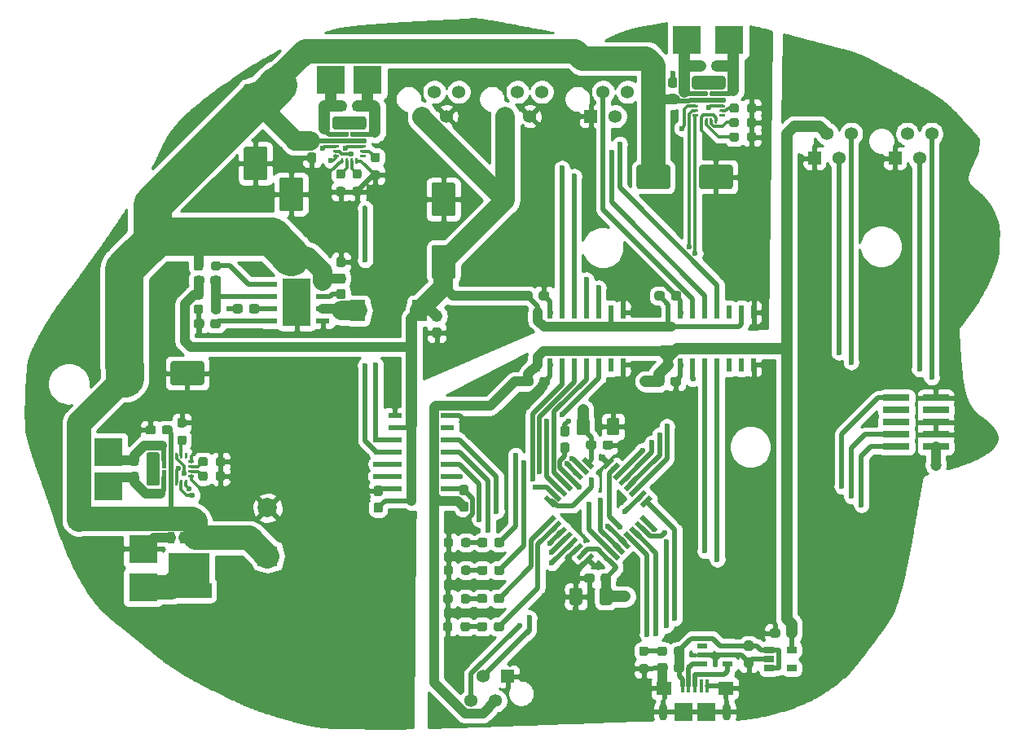
<source format=gbr>
%TF.GenerationSoftware,KiCad,Pcbnew,5.1.11*%
%TF.CreationDate,2021-11-21T12:03:26+02:00*%
%TF.ProjectId,Electronics,456c6563-7472-46f6-9e69-63732e6b6963,2.2*%
%TF.SameCoordinates,Original*%
%TF.FileFunction,Copper,L1,Top*%
%TF.FilePolarity,Positive*%
%FSLAX46Y46*%
G04 Gerber Fmt 4.6, Leading zero omitted, Abs format (unit mm)*
G04 Created by KiCad (PCBNEW 5.1.11) date 2021-11-21 12:03:26*
%MOMM*%
%LPD*%
G01*
G04 APERTURE LIST*
%TA.AperFunction,SMDPad,CuDef*%
%ADD10R,0.533400X1.461700*%
%TD*%
%TA.AperFunction,SMDPad,CuDef*%
%ADD11R,1.500000X2.200000*%
%TD*%
%TA.AperFunction,ComponentPad*%
%ADD12O,0.900000X1.800000*%
%TD*%
%TA.AperFunction,SMDPad,CuDef*%
%ADD13R,1.900000X1.900000*%
%TD*%
%TA.AperFunction,SMDPad,CuDef*%
%ADD14R,1.600000X1.400000*%
%TD*%
%TA.AperFunction,SMDPad,CuDef*%
%ADD15R,0.400000X1.350000*%
%TD*%
%TA.AperFunction,SMDPad,CuDef*%
%ADD16C,0.100000*%
%TD*%
%TA.AperFunction,SMDPad,CuDef*%
%ADD17R,1.461700X0.533400*%
%TD*%
%TA.AperFunction,SMDPad,CuDef*%
%ADD18R,3.000000X3.000000*%
%TD*%
%TA.AperFunction,ComponentPad*%
%ADD19C,2.000000*%
%TD*%
%TA.AperFunction,ComponentPad*%
%ADD20R,2.000000X2.000000*%
%TD*%
%TA.AperFunction,SMDPad,CuDef*%
%ADD21R,2.949999X4.900001*%
%TD*%
%TA.AperFunction,SMDPad,CuDef*%
%ADD22R,1.450000X0.599999*%
%TD*%
%TA.AperFunction,SMDPad,CuDef*%
%ADD23R,0.700000X1.150000*%
%TD*%
%TA.AperFunction,SMDPad,CuDef*%
%ADD24R,1.100000X0.600000*%
%TD*%
%TA.AperFunction,SMDPad,CuDef*%
%ADD25R,1.000000X0.700000*%
%TD*%
%TA.AperFunction,ComponentPad*%
%ADD26C,1.358000*%
%TD*%
%TA.AperFunction,ComponentPad*%
%ADD27R,1.358000X1.358000*%
%TD*%
%TA.AperFunction,SMDPad,CuDef*%
%ADD28R,2.790000X0.740000*%
%TD*%
%TA.AperFunction,ViaPad*%
%ADD29C,0.600000*%
%TD*%
%TA.AperFunction,ViaPad*%
%ADD30C,1.200000*%
%TD*%
%TA.AperFunction,ViaPad*%
%ADD31C,0.800000*%
%TD*%
%TA.AperFunction,Conductor*%
%ADD32C,2.500000*%
%TD*%
%TA.AperFunction,Conductor*%
%ADD33C,1.000000*%
%TD*%
%TA.AperFunction,Conductor*%
%ADD34C,0.500000*%
%TD*%
%TA.AperFunction,Conductor*%
%ADD35C,2.000000*%
%TD*%
%TA.AperFunction,Conductor*%
%ADD36C,4.000000*%
%TD*%
%TA.AperFunction,Conductor*%
%ADD37C,1.200000*%
%TD*%
%TA.AperFunction,Conductor*%
%ADD38C,0.300000*%
%TD*%
%TA.AperFunction,Conductor*%
%ADD39C,0.254000*%
%TD*%
%TA.AperFunction,Conductor*%
%ADD40C,0.100000*%
%TD*%
G04 APERTURE END LIST*
D10*
%TO.P,U2,1*%
%TO.N,+3V3*%
X110355000Y-88924752D03*
%TO.P,U2,2*%
%TO.N,GND*%
X111625000Y-88924752D03*
%TO.P,U2,3*%
%TO.N,/MCU-MOT1en_1*%
X112895000Y-88924752D03*
%TO.P,U2,4*%
%TO.N,/MCU-MOT1en_2*%
X114165000Y-88924752D03*
%TO.P,U2,5*%
%TO.N,/MCU-MOT2en_1*%
X115435000Y-88924752D03*
%TO.P,U2,6*%
%TO.N,/MCU-MOT2en_2*%
X116705000Y-88924752D03*
%TO.P,U2,7*%
%TO.N,Net-(U2-Pad7)*%
X117975000Y-88924752D03*
%TO.P,U2,8*%
%TO.N,GND*%
X119245000Y-88924752D03*
%TO.P,U2,9*%
%TO.N,Earth*%
X119245000Y-83475248D03*
%TO.P,U2,10*%
%TO.N,+5VD*%
X117975000Y-83475248D03*
%TO.P,U2,11*%
%TO.N,/Driver/MOT2en_2*%
X116705000Y-83475248D03*
%TO.P,U2,12*%
%TO.N,/Driver/MOT2en_1*%
X115435000Y-83475248D03*
%TO.P,U2,13*%
%TO.N,/Driver/MOT1en_2*%
X114165000Y-83475248D03*
%TO.P,U2,14*%
%TO.N,/Driver/MOT1en_1*%
X112895000Y-83475248D03*
%TO.P,U2,15*%
%TO.N,Earth*%
X111625000Y-83475248D03*
%TO.P,U2,16*%
%TO.N,+5VD*%
X110355000Y-83475248D03*
%TD*%
D11*
%TO.P,L1,2*%
%TO.N,+5VD*%
X98075000Y-83300000D03*
%TO.P,L1,1*%
%TO.N,Net-(C26-Pad2)*%
X91675000Y-83300000D03*
%TD*%
%TO.P,C32,2*%
%TO.N,GND*%
%TA.AperFunction,SMDPad,CuDef*%
G36*
G01*
X113437500Y-96362500D02*
X112962500Y-96362500D01*
G75*
G02*
X112725000Y-96125000I0J237500D01*
G01*
X112725000Y-95525000D01*
G75*
G02*
X112962500Y-95287500I237500J0D01*
G01*
X113437500Y-95287500D01*
G75*
G02*
X113675000Y-95525000I0J-237500D01*
G01*
X113675000Y-96125000D01*
G75*
G02*
X113437500Y-96362500I-237500J0D01*
G01*
G37*
%TD.AperFunction*%
%TO.P,C32,1*%
%TO.N,/MCU_NRST*%
%TA.AperFunction,SMDPad,CuDef*%
G36*
G01*
X113437500Y-98087500D02*
X112962500Y-98087500D01*
G75*
G02*
X112725000Y-97850000I0J237500D01*
G01*
X112725000Y-97250000D01*
G75*
G02*
X112962500Y-97012500I237500J0D01*
G01*
X113437500Y-97012500D01*
G75*
G02*
X113675000Y-97250000I0J-237500D01*
G01*
X113675000Y-97850000D01*
G75*
G02*
X113437500Y-98087500I-237500J0D01*
G01*
G37*
%TD.AperFunction*%
%TD*%
%TO.P,U5,4*%
%TO.N,Vdrive*%
%TA.AperFunction,SMDPad,CuDef*%
G36*
G01*
X92550000Y-65500000D02*
X92550000Y-65800000D01*
G75*
G02*
X92450000Y-65900000I-100000J0D01*
G01*
X89150000Y-65900000D01*
G75*
G02*
X89050000Y-65800000I0J100000D01*
G01*
X89050000Y-65500000D01*
G75*
G02*
X89150000Y-65400000I100000J0D01*
G01*
X92450000Y-65400000D01*
G75*
G02*
X92550000Y-65500000I0J-100000D01*
G01*
G37*
%TD.AperFunction*%
%TO.P,U5,5*%
%TO.N,Net-(C12-Pad2)*%
%TA.AperFunction,SMDPad,CuDef*%
G36*
G01*
X92550000Y-64800000D02*
X92550000Y-65100000D01*
G75*
G02*
X92450000Y-65200000I-100000J0D01*
G01*
X90975000Y-65200000D01*
G75*
G02*
X90875000Y-65100000I0J100000D01*
G01*
X90875000Y-64800000D01*
G75*
G02*
X90975000Y-64700000I100000J0D01*
G01*
X92450000Y-64700000D01*
G75*
G02*
X92550000Y-64800000I0J-100000D01*
G01*
G37*
%TD.AperFunction*%
%TO.P,U5,7*%
%TO.N,Net-(C12-Pad1)*%
%TA.AperFunction,SMDPad,CuDef*%
G36*
G01*
X90725000Y-64800000D02*
X90725000Y-65100000D01*
G75*
G02*
X90625000Y-65200000I-100000J0D01*
G01*
X89150000Y-65200000D01*
G75*
G02*
X89050000Y-65100000I0J100000D01*
G01*
X89050000Y-64800000D01*
G75*
G02*
X89150000Y-64700000I100000J0D01*
G01*
X90625000Y-64700000D01*
G75*
G02*
X90725000Y-64800000I0J-100000D01*
G01*
G37*
%TD.AperFunction*%
%TO.P,U5,6*%
%TO.N,Earth*%
%TA.AperFunction,SMDPad,CuDef*%
G36*
G01*
X92550000Y-63380000D02*
X92550000Y-64220000D01*
G75*
G02*
X92270000Y-64500000I-280000J0D01*
G01*
X89330000Y-64500000D01*
G75*
G02*
X89050000Y-64220000I0J280000D01*
G01*
X89050000Y-63380000D01*
G75*
G02*
X89330000Y-63100000I280000J0D01*
G01*
X92270000Y-63100000D01*
G75*
G02*
X92550000Y-63380000I0J-280000D01*
G01*
G37*
%TD.AperFunction*%
%TO.P,U5,8*%
%TO.N,/Driver/MOT_off*%
%TA.AperFunction,SMDPad,CuDef*%
G36*
G01*
X89700000Y-66150000D02*
X89700000Y-66300000D01*
G75*
G02*
X89650000Y-66350000I-50000J0D01*
G01*
X89150000Y-66350000D01*
G75*
G02*
X89100000Y-66300000I0J50000D01*
G01*
X89100000Y-66150000D01*
G75*
G02*
X89150000Y-66100000I50000J0D01*
G01*
X89650000Y-66100000D01*
G75*
G02*
X89700000Y-66150000I0J-50000D01*
G01*
G37*
%TD.AperFunction*%
%TO.P,U5,9*%
%TO.N,/Driver/MOT1en_1*%
%TA.AperFunction,SMDPad,CuDef*%
G36*
G01*
X89700000Y-66650000D02*
X89700000Y-66800000D01*
G75*
G02*
X89650000Y-66850000I-50000J0D01*
G01*
X89150000Y-66850000D01*
G75*
G02*
X89100000Y-66800000I0J50000D01*
G01*
X89100000Y-66650000D01*
G75*
G02*
X89150000Y-66600000I50000J0D01*
G01*
X89650000Y-66600000D01*
G75*
G02*
X89700000Y-66650000I0J-50000D01*
G01*
G37*
%TD.AperFunction*%
%TO.P,U5,10*%
%TO.N,/Driver/MOT1en_2*%
%TA.AperFunction,SMDPad,CuDef*%
G36*
G01*
X89700000Y-67150000D02*
X89700000Y-67300000D01*
G75*
G02*
X89650000Y-67350000I-50000J0D01*
G01*
X89150000Y-67350000D01*
G75*
G02*
X89100000Y-67300000I0J50000D01*
G01*
X89100000Y-67150000D01*
G75*
G02*
X89150000Y-67100000I50000J0D01*
G01*
X89650000Y-67100000D01*
G75*
G02*
X89700000Y-67150000I0J-50000D01*
G01*
G37*
%TD.AperFunction*%
%TO.P,U5,11*%
%TO.N,Earth*%
%TA.AperFunction,SMDPad,CuDef*%
G36*
G01*
X90175000Y-67500000D02*
X90175000Y-68000000D01*
G75*
G02*
X90125000Y-68050000I-50000J0D01*
G01*
X89975000Y-68050000D01*
G75*
G02*
X89925000Y-68000000I0J50000D01*
G01*
X89925000Y-67500000D01*
G75*
G02*
X89975000Y-67450000I50000J0D01*
G01*
X90125000Y-67450000D01*
G75*
G02*
X90175000Y-67500000I0J-50000D01*
G01*
G37*
%TD.AperFunction*%
%TO.P,U5,12*%
%TO.N,Net-(R5-Pad2)*%
%TA.AperFunction,SMDPad,CuDef*%
G36*
G01*
X90675000Y-67500000D02*
X90675000Y-68000000D01*
G75*
G02*
X90625000Y-68050000I-50000J0D01*
G01*
X90475000Y-68050000D01*
G75*
G02*
X90425000Y-68000000I0J50000D01*
G01*
X90425000Y-67500000D01*
G75*
G02*
X90475000Y-67450000I50000J0D01*
G01*
X90625000Y-67450000D01*
G75*
G02*
X90675000Y-67500000I0J-50000D01*
G01*
G37*
%TD.AperFunction*%
%TO.P,U5,13*%
%TO.N,Net-(R6-Pad2)*%
%TA.AperFunction,SMDPad,CuDef*%
G36*
G01*
X91175000Y-67500000D02*
X91175000Y-68000000D01*
G75*
G02*
X91125000Y-68050000I-50000J0D01*
G01*
X90975000Y-68050000D01*
G75*
G02*
X90925000Y-68000000I0J50000D01*
G01*
X90925000Y-67500000D01*
G75*
G02*
X90975000Y-67450000I50000J0D01*
G01*
X91125000Y-67450000D01*
G75*
G02*
X91175000Y-67500000I0J-50000D01*
G01*
G37*
%TD.AperFunction*%
%TO.P,U5,14*%
%TO.N,Earth*%
%TA.AperFunction,SMDPad,CuDef*%
G36*
G01*
X91675000Y-67500000D02*
X91675000Y-68000000D01*
G75*
G02*
X91625000Y-68050000I-50000J0D01*
G01*
X91475000Y-68050000D01*
G75*
G02*
X91425000Y-68000000I0J50000D01*
G01*
X91425000Y-67500000D01*
G75*
G02*
X91475000Y-67450000I50000J0D01*
G01*
X91625000Y-67450000D01*
G75*
G02*
X91675000Y-67500000I0J-50000D01*
G01*
G37*
%TD.AperFunction*%
%TO.P,U5,3*%
%TO.N,/Driver/MOT_sleep*%
%TA.AperFunction,SMDPad,CuDef*%
G36*
G01*
X92500000Y-66150000D02*
X92500000Y-66300000D01*
G75*
G02*
X92450000Y-66350000I-50000J0D01*
G01*
X91950000Y-66350000D01*
G75*
G02*
X91900000Y-66300000I0J50000D01*
G01*
X91900000Y-66150000D01*
G75*
G02*
X91950000Y-66100000I50000J0D01*
G01*
X92450000Y-66100000D01*
G75*
G02*
X92500000Y-66150000I0J-50000D01*
G01*
G37*
%TD.AperFunction*%
%TO.P,U5,2*%
%TO.N,Net-(R7-Pad2)*%
%TA.AperFunction,SMDPad,CuDef*%
G36*
G01*
X92500000Y-66650000D02*
X92500000Y-66800000D01*
G75*
G02*
X92450000Y-66850000I-50000J0D01*
G01*
X91950000Y-66850000D01*
G75*
G02*
X91900000Y-66800000I0J50000D01*
G01*
X91900000Y-66650000D01*
G75*
G02*
X91950000Y-66600000I50000J0D01*
G01*
X92450000Y-66600000D01*
G75*
G02*
X92500000Y-66650000I0J-50000D01*
G01*
G37*
%TD.AperFunction*%
%TO.P,U5,1*%
%TO.N,Net-(U5-Pad1)*%
%TA.AperFunction,SMDPad,CuDef*%
G36*
G01*
X92500000Y-67150000D02*
X92500000Y-67300000D01*
G75*
G02*
X92450000Y-67350000I-50000J0D01*
G01*
X91950000Y-67350000D01*
G75*
G02*
X91900000Y-67300000I0J50000D01*
G01*
X91900000Y-67150000D01*
G75*
G02*
X91950000Y-67100000I50000J0D01*
G01*
X92450000Y-67100000D01*
G75*
G02*
X92500000Y-67150000I0J-50000D01*
G01*
G37*
%TD.AperFunction*%
%TD*%
%TO.P,C13,2*%
%TO.N,Earth*%
%TA.AperFunction,SMDPad,CuDef*%
G36*
G01*
X127150000Y-70400000D02*
X127150000Y-68400000D01*
G75*
G02*
X127400000Y-68150000I250000J0D01*
G01*
X130400000Y-68150000D01*
G75*
G02*
X130650000Y-68400000I0J-250000D01*
G01*
X130650000Y-70400000D01*
G75*
G02*
X130400000Y-70650000I-250000J0D01*
G01*
X127400000Y-70650000D01*
G75*
G02*
X127150000Y-70400000I0J250000D01*
G01*
G37*
%TD.AperFunction*%
%TO.P,C13,1*%
%TO.N,Vdrive*%
%TA.AperFunction,SMDPad,CuDef*%
G36*
G01*
X120650000Y-70400000D02*
X120650000Y-68400000D01*
G75*
G02*
X120900000Y-68150000I250000J0D01*
G01*
X123900000Y-68150000D01*
G75*
G02*
X124150000Y-68400000I0J-250000D01*
G01*
X124150000Y-70400000D01*
G75*
G02*
X123900000Y-70650000I-250000J0D01*
G01*
X120900000Y-70650000D01*
G75*
G02*
X120650000Y-70400000I0J250000D01*
G01*
G37*
%TD.AperFunction*%
%TD*%
D12*
%TO.P,J16,S6*%
%TO.N,GND*%
X130000000Y-125000000D03*
%TO.P,J16,S5*%
X123400000Y-125000000D03*
D13*
%TO.P,J16,S3*%
X127900000Y-125000000D03*
%TO.P,J16,S4*%
X125500000Y-125000000D03*
D14*
%TO.P,J16,S2*%
X129900000Y-122550000D03*
%TO.P,J16,S1*%
X123500000Y-122550000D03*
D15*
%TO.P,J16,5*%
X128000000Y-122325000D03*
%TO.P,J16,4*%
%TO.N,Net-(J16-Pad4)*%
X127350000Y-122325000D03*
%TO.P,J16,3*%
%TO.N,/MCU-USB_DP*%
X126700000Y-122325000D03*
%TO.P,J16,2*%
%TO.N,/MCU-USB_DM*%
X126050000Y-122325000D03*
%TO.P,J16,1*%
%TO.N,+5VL*%
X125400000Y-122325000D03*
%TD*%
%TA.AperFunction,SMDPad,CuDef*%
D16*
%TO.P,U1,32*%
%TO.N,GND*%
G36*
X117034455Y-99451630D02*
G01*
X117995342Y-98490743D01*
X118349461Y-98844862D01*
X117388574Y-99805749D01*
X117034455Y-99451630D01*
G37*
%TD.AperFunction*%
%TA.AperFunction,SMDPad,CuDef*%
%TO.P,U1,31*%
%TO.N,/MCU-mot3-enc_2*%
G36*
X117600140Y-100017315D02*
G01*
X118561027Y-99056428D01*
X118915146Y-99410547D01*
X117954259Y-100371434D01*
X117600140Y-100017315D01*
G37*
%TD.AperFunction*%
%TA.AperFunction,SMDPad,CuDef*%
%TO.P,U1,30*%
%TO.N,/MCU-mot2-enc_2*%
G36*
X118165825Y-100583000D02*
G01*
X119126712Y-99622113D01*
X119480831Y-99976232D01*
X118519944Y-100937119D01*
X118165825Y-100583000D01*
G37*
%TD.AperFunction*%
%TA.AperFunction,SMDPad,CuDef*%
%TO.P,U1,29*%
%TO.N,/MCU-mot2-enc_1*%
G36*
X118731511Y-101148686D02*
G01*
X119692398Y-100187799D01*
X120046517Y-100541918D01*
X119085630Y-101502805D01*
X118731511Y-101148686D01*
G37*
%TD.AperFunction*%
%TA.AperFunction,SMDPad,CuDef*%
%TO.P,U1,28*%
%TO.N,/MCU-mot1-enc_2*%
G36*
X119297195Y-101714370D02*
G01*
X120258082Y-100753483D01*
X120612201Y-101107602D01*
X119651314Y-102068489D01*
X119297195Y-101714370D01*
G37*
%TD.AperFunction*%
%TA.AperFunction,SMDPad,CuDef*%
%TO.P,U1,27*%
%TO.N,/MCU-mot1-enc_1*%
G36*
X119862881Y-102280056D02*
G01*
X120823768Y-101319169D01*
X121177887Y-101673288D01*
X120217000Y-102634175D01*
X119862881Y-102280056D01*
G37*
%TD.AperFunction*%
%TA.AperFunction,SMDPad,CuDef*%
%TO.P,U1,26*%
%TO.N,/MCU-mot_off*%
G36*
X120428567Y-102845742D02*
G01*
X121389454Y-101884855D01*
X121743573Y-102238974D01*
X120782686Y-103199861D01*
X120428567Y-102845742D01*
G37*
%TD.AperFunction*%
%TA.AperFunction,SMDPad,CuDef*%
%TO.P,U1,25*%
%TO.N,/MCU-mot3-enc_1*%
G36*
X120994251Y-103411426D02*
G01*
X121955138Y-102450539D01*
X122309257Y-102804658D01*
X121348370Y-103765545D01*
X120994251Y-103411426D01*
G37*
%TD.AperFunction*%
%TA.AperFunction,SMDPad,CuDef*%
%TO.P,U1,24*%
%TO.N,/MCU_SWCLK*%
G36*
X121955138Y-105849461D02*
G01*
X120994251Y-104888574D01*
X121348370Y-104534455D01*
X122309257Y-105495342D01*
X121955138Y-105849461D01*
G37*
%TD.AperFunction*%
%TA.AperFunction,SMDPad,CuDef*%
%TO.P,U1,23*%
%TO.N,/MCU_SWDIO*%
G36*
X121389453Y-106415146D02*
G01*
X120428566Y-105454259D01*
X120782685Y-105100140D01*
X121743572Y-106061027D01*
X121389453Y-106415146D01*
G37*
%TD.AperFunction*%
%TA.AperFunction,SMDPad,CuDef*%
%TO.P,U1,22*%
%TO.N,/MCU-USB_DP*%
G36*
X120823768Y-106980831D02*
G01*
X119862881Y-106019944D01*
X120217000Y-105665825D01*
X121177887Y-106626712D01*
X120823768Y-106980831D01*
G37*
%TD.AperFunction*%
%TA.AperFunction,SMDPad,CuDef*%
%TO.P,U1,21*%
%TO.N,/MCU-USB_DM*%
G36*
X120258082Y-107546517D02*
G01*
X119297195Y-106585630D01*
X119651314Y-106231511D01*
X120612201Y-107192398D01*
X120258082Y-107546517D01*
G37*
%TD.AperFunction*%
%TA.AperFunction,SMDPad,CuDef*%
%TO.P,U1,20*%
%TO.N,/MCU-MOT3en_2*%
G36*
X119692398Y-108112201D02*
G01*
X118731511Y-107151314D01*
X119085630Y-106797195D01*
X120046517Y-107758082D01*
X119692398Y-108112201D01*
G37*
%TD.AperFunction*%
%TA.AperFunction,SMDPad,CuDef*%
%TO.P,U1,19*%
%TO.N,/MCU-MOT1en_2*%
G36*
X119126712Y-108677887D02*
G01*
X118165825Y-107717000D01*
X118519944Y-107362881D01*
X119480831Y-108323768D01*
X119126712Y-108677887D01*
G37*
%TD.AperFunction*%
%TA.AperFunction,SMDPad,CuDef*%
%TO.P,U1,18*%
%TO.N,/MCU-MOT1en_1*%
G36*
X118561026Y-109243573D02*
G01*
X117600139Y-108282686D01*
X117954258Y-107928567D01*
X118915145Y-108889454D01*
X118561026Y-109243573D01*
G37*
%TD.AperFunction*%
%TA.AperFunction,SMDPad,CuDef*%
%TO.P,U1,17*%
%TO.N,+3V3*%
G36*
X117995342Y-109809257D02*
G01*
X117034455Y-108848370D01*
X117388574Y-108494251D01*
X118349461Y-109455138D01*
X117995342Y-109809257D01*
G37*
%TD.AperFunction*%
%TA.AperFunction,SMDPad,CuDef*%
%TO.P,U1,16*%
%TO.N,GND*%
G36*
X114950539Y-109455138D02*
G01*
X115911426Y-108494251D01*
X116265545Y-108848370D01*
X115304658Y-109809257D01*
X114950539Y-109455138D01*
G37*
%TD.AperFunction*%
%TA.AperFunction,SMDPad,CuDef*%
%TO.P,U1,15*%
%TO.N,+3V3*%
G36*
X114384854Y-108889453D02*
G01*
X115345741Y-107928566D01*
X115699860Y-108282685D01*
X114738973Y-109243572D01*
X114384854Y-108889453D01*
G37*
%TD.AperFunction*%
%TA.AperFunction,SMDPad,CuDef*%
%TO.P,U1,14*%
%TO.N,GND*%
G36*
X113819169Y-108323768D02*
G01*
X114780056Y-107362881D01*
X115134175Y-107717000D01*
X114173288Y-108677887D01*
X113819169Y-108323768D01*
G37*
%TD.AperFunction*%
%TA.AperFunction,SMDPad,CuDef*%
%TO.P,U1,13*%
%TO.N,/MCU-mot_sleep*%
G36*
X113253483Y-107758082D02*
G01*
X114214370Y-106797195D01*
X114568489Y-107151314D01*
X113607602Y-108112201D01*
X113253483Y-107758082D01*
G37*
%TD.AperFunction*%
%TA.AperFunction,SMDPad,CuDef*%
%TO.P,U1,12*%
%TO.N,/MCU-Aim-serv_PWM*%
G36*
X112687799Y-107192398D02*
G01*
X113648686Y-106231511D01*
X114002805Y-106585630D01*
X113041918Y-107546517D01*
X112687799Y-107192398D01*
G37*
%TD.AperFunction*%
%TA.AperFunction,SMDPad,CuDef*%
%TO.P,U1,11*%
%TO.N,/MCU-Hold-serv_PWM*%
G36*
X112122113Y-106626712D02*
G01*
X113083000Y-105665825D01*
X113437119Y-106019944D01*
X112476232Y-106980831D01*
X112122113Y-106626712D01*
G37*
%TD.AperFunction*%
%TA.AperFunction,SMDPad,CuDef*%
%TO.P,U1,10*%
%TO.N,/MCU-debug-LED_R2*%
G36*
X111556427Y-106061026D02*
G01*
X112517314Y-105100139D01*
X112871433Y-105454258D01*
X111910546Y-106415145D01*
X111556427Y-106061026D01*
G37*
%TD.AperFunction*%
%TA.AperFunction,SMDPad,CuDef*%
%TO.P,U1,9*%
%TO.N,/MCU-debug-LED_R1*%
G36*
X110990743Y-105495342D02*
G01*
X111951630Y-104534455D01*
X112305749Y-104888574D01*
X111344862Y-105849461D01*
X110990743Y-105495342D01*
G37*
%TD.AperFunction*%
%TA.AperFunction,SMDPad,CuDef*%
%TO.P,U1,8*%
%TO.N,/MCU-TRW_PWM*%
G36*
X111951630Y-103765545D02*
G01*
X110990743Y-102804658D01*
X111344862Y-102450539D01*
X112305749Y-103411426D01*
X111951630Y-103765545D01*
G37*
%TD.AperFunction*%
%TA.AperFunction,SMDPad,CuDef*%
%TO.P,U1,7*%
%TO.N,/MCU-MOT3en_1*%
G36*
X112517315Y-103199860D02*
G01*
X111556428Y-102238973D01*
X111910547Y-101884854D01*
X112871434Y-102845741D01*
X112517315Y-103199860D01*
G37*
%TD.AperFunction*%
%TA.AperFunction,SMDPad,CuDef*%
%TO.P,U1,6*%
%TO.N,/MCU-MOT2en_2*%
G36*
X113083000Y-102634175D02*
G01*
X112122113Y-101673288D01*
X112476232Y-101319169D01*
X113437119Y-102280056D01*
X113083000Y-102634175D01*
G37*
%TD.AperFunction*%
%TA.AperFunction,SMDPad,CuDef*%
%TO.P,U1,5*%
%TO.N,/MCU-MOT2en_1*%
G36*
X113648686Y-102068489D02*
G01*
X112687799Y-101107602D01*
X113041918Y-100753483D01*
X114002805Y-101714370D01*
X113648686Y-102068489D01*
G37*
%TD.AperFunction*%
%TA.AperFunction,SMDPad,CuDef*%
%TO.P,U1,4*%
%TO.N,/MCU_NRST*%
G36*
X114214370Y-101502805D02*
G01*
X113253483Y-100541918D01*
X113607602Y-100187799D01*
X114568489Y-101148686D01*
X114214370Y-101502805D01*
G37*
%TD.AperFunction*%
%TA.AperFunction,SMDPad,CuDef*%
%TO.P,U1,3*%
%TO.N,/MCU-debug-LED_G2*%
G36*
X114780056Y-100937119D02*
G01*
X113819169Y-99976232D01*
X114173288Y-99622113D01*
X115134175Y-100583000D01*
X114780056Y-100937119D01*
G37*
%TD.AperFunction*%
%TA.AperFunction,SMDPad,CuDef*%
%TO.P,U1,2*%
%TO.N,/MCU-debug-LED_G1*%
G36*
X115345742Y-100371433D02*
G01*
X114384855Y-99410546D01*
X114738974Y-99056427D01*
X115699861Y-100017314D01*
X115345742Y-100371433D01*
G37*
%TD.AperFunction*%
%TA.AperFunction,SMDPad,CuDef*%
%TO.P,U1,1*%
%TO.N,+3V3*%
G36*
X115911426Y-99805749D02*
G01*
X114950539Y-98844862D01*
X115304658Y-98490743D01*
X116265545Y-99451630D01*
X115911426Y-99805749D01*
G37*
%TD.AperFunction*%
%TD*%
%TO.P,R4,2*%
%TO.N,Net-(D4-Pad1)*%
%TA.AperFunction,SMDPad,CuDef*%
G36*
G01*
X102425000Y-110517500D02*
X102425000Y-110042500D01*
G75*
G02*
X102662500Y-109805000I237500J0D01*
G01*
X103162500Y-109805000D01*
G75*
G02*
X103400000Y-110042500I0J-237500D01*
G01*
X103400000Y-110517500D01*
G75*
G02*
X103162500Y-110755000I-237500J0D01*
G01*
X102662500Y-110755000D01*
G75*
G02*
X102425000Y-110517500I0J237500D01*
G01*
G37*
%TD.AperFunction*%
%TO.P,R4,1*%
%TO.N,GND*%
%TA.AperFunction,SMDPad,CuDef*%
G36*
G01*
X100600000Y-110517500D02*
X100600000Y-110042500D01*
G75*
G02*
X100837500Y-109805000I237500J0D01*
G01*
X101337500Y-109805000D01*
G75*
G02*
X101575000Y-110042500I0J-237500D01*
G01*
X101575000Y-110517500D01*
G75*
G02*
X101337500Y-110755000I-237500J0D01*
G01*
X100837500Y-110755000D01*
G75*
G02*
X100600000Y-110517500I0J237500D01*
G01*
G37*
%TD.AperFunction*%
%TD*%
D17*
%TO.P,U3,16*%
%TO.N,+5VD*%
X95525248Y-103045000D03*
%TO.P,U3,15*%
%TO.N,Earth*%
X95525248Y-101775000D03*
%TO.P,U3,14*%
%TO.N,/Driver/MOT3en_1*%
X95525248Y-100505000D03*
%TO.P,U3,13*%
%TO.N,/Driver/MOT3en_2*%
X95525248Y-99235000D03*
%TO.P,U3,12*%
%TO.N,/Driver/MOT_sleep*%
X95525248Y-97965000D03*
%TO.P,U3,11*%
%TO.N,/Driver/MOT_off*%
X95525248Y-96695000D03*
%TO.P,U3,10*%
%TO.N,+5VD*%
X95525248Y-95425000D03*
%TO.P,U3,9*%
%TO.N,Earth*%
X95525248Y-94155000D03*
%TO.P,U3,8*%
%TO.N,GND*%
X100974752Y-94155000D03*
%TO.P,U3,7*%
%TO.N,Net-(U3-Pad7)*%
X100974752Y-95425000D03*
%TO.P,U3,6*%
%TO.N,/MCU-mot_off*%
X100974752Y-96695000D03*
%TO.P,U3,5*%
%TO.N,/MCU-mot_sleep*%
X100974752Y-97965000D03*
%TO.P,U3,4*%
%TO.N,/MCU-MOT3en_2*%
X100974752Y-99235000D03*
%TO.P,U3,3*%
%TO.N,/MCU-MOT3en_1*%
X100974752Y-100505000D03*
%TO.P,U3,2*%
%TO.N,GND*%
X100974752Y-101775000D03*
%TO.P,U3,1*%
%TO.N,+3V3*%
X100974752Y-103045000D03*
%TD*%
D18*
%TO.P,BAT+,1*%
%TO.N,Net-(J13-Pad1)*%
X69350000Y-112050000D03*
%TD*%
%TO.P,C31,2*%
%TO.N,+3V3*%
%TA.AperFunction,SMDPad,CuDef*%
G36*
G01*
X115750000Y-94699999D02*
X115750000Y-96000001D01*
G75*
G02*
X115500001Y-96250000I-249999J0D01*
G01*
X114674999Y-96250000D01*
G75*
G02*
X114425000Y-96000001I0J249999D01*
G01*
X114425000Y-94699999D01*
G75*
G02*
X114674999Y-94450000I249999J0D01*
G01*
X115500001Y-94450000D01*
G75*
G02*
X115750000Y-94699999I0J-249999D01*
G01*
G37*
%TD.AperFunction*%
%TO.P,C31,1*%
%TO.N,GND*%
%TA.AperFunction,SMDPad,CuDef*%
G36*
G01*
X118875000Y-94699999D02*
X118875000Y-96000001D01*
G75*
G02*
X118625001Y-96250000I-249999J0D01*
G01*
X117799999Y-96250000D01*
G75*
G02*
X117550000Y-96000001I0J249999D01*
G01*
X117550000Y-94699999D01*
G75*
G02*
X117799999Y-94450000I249999J0D01*
G01*
X118625001Y-94450000D01*
G75*
G02*
X118875000Y-94699999I0J-249999D01*
G01*
G37*
%TD.AperFunction*%
%TD*%
%TO.P,C2,2*%
%TO.N,GND*%
%TA.AperFunction,SMDPad,CuDef*%
G36*
G01*
X115000000Y-112349999D02*
X115000000Y-113650001D01*
G75*
G02*
X114750001Y-113900000I-249999J0D01*
G01*
X113924999Y-113900000D01*
G75*
G02*
X113675000Y-113650001I0J249999D01*
G01*
X113675000Y-112349999D01*
G75*
G02*
X113924999Y-112100000I249999J0D01*
G01*
X114750001Y-112100000D01*
G75*
G02*
X115000000Y-112349999I0J-249999D01*
G01*
G37*
%TD.AperFunction*%
%TO.P,C2,1*%
%TO.N,+3V3*%
%TA.AperFunction,SMDPad,CuDef*%
G36*
G01*
X118125000Y-112349999D02*
X118125000Y-113650001D01*
G75*
G02*
X117875001Y-113900000I-249999J0D01*
G01*
X117049999Y-113900000D01*
G75*
G02*
X116800000Y-113650001I0J249999D01*
G01*
X116800000Y-112349999D01*
G75*
G02*
X117049999Y-112100000I249999J0D01*
G01*
X117875001Y-112100000D01*
G75*
G02*
X118125000Y-112349999I0J-249999D01*
G01*
G37*
%TD.AperFunction*%
%TD*%
%TO.P,C16,2*%
%TO.N,Earth*%
%TA.AperFunction,SMDPad,CuDef*%
G36*
G01*
X72200000Y-90800000D02*
X72200000Y-88800000D01*
G75*
G02*
X72450000Y-88550000I250000J0D01*
G01*
X75450000Y-88550000D01*
G75*
G02*
X75700000Y-88800000I0J-250000D01*
G01*
X75700000Y-90800000D01*
G75*
G02*
X75450000Y-91050000I-250000J0D01*
G01*
X72450000Y-91050000D01*
G75*
G02*
X72200000Y-90800000I0J250000D01*
G01*
G37*
%TD.AperFunction*%
%TO.P,C16,1*%
%TO.N,Vdrive*%
%TA.AperFunction,SMDPad,CuDef*%
G36*
G01*
X65700000Y-90800000D02*
X65700000Y-88800000D01*
G75*
G02*
X65950000Y-88550000I250000J0D01*
G01*
X68950000Y-88550000D01*
G75*
G02*
X69200000Y-88800000I0J-250000D01*
G01*
X69200000Y-90800000D01*
G75*
G02*
X68950000Y-91050000I-250000J0D01*
G01*
X65950000Y-91050000D01*
G75*
G02*
X65700000Y-90800000I0J250000D01*
G01*
G37*
%TD.AperFunction*%
%TD*%
%TO.P,C10,2*%
%TO.N,Earth*%
%TA.AperFunction,SMDPad,CuDef*%
G36*
G01*
X80050000Y-66250000D02*
X82050000Y-66250000D01*
G75*
G02*
X82300000Y-66500000I0J-250000D01*
G01*
X82300000Y-69500000D01*
G75*
G02*
X82050000Y-69750000I-250000J0D01*
G01*
X80050000Y-69750000D01*
G75*
G02*
X79800000Y-69500000I0J250000D01*
G01*
X79800000Y-66500000D01*
G75*
G02*
X80050000Y-66250000I250000J0D01*
G01*
G37*
%TD.AperFunction*%
%TO.P,C10,1*%
%TO.N,Vdrive*%
%TA.AperFunction,SMDPad,CuDef*%
G36*
G01*
X80050000Y-59750000D02*
X82050000Y-59750000D01*
G75*
G02*
X82300000Y-60000000I0J-250000D01*
G01*
X82300000Y-63000000D01*
G75*
G02*
X82050000Y-63250000I-250000J0D01*
G01*
X80050000Y-63250000D01*
G75*
G02*
X79800000Y-63000000I0J250000D01*
G01*
X79800000Y-60000000D01*
G75*
G02*
X80050000Y-59750000I250000J0D01*
G01*
G37*
%TD.AperFunction*%
%TD*%
%TO.P,C29,2*%
%TO.N,Earth*%
%TA.AperFunction,SMDPad,CuDef*%
G36*
G01*
X101575000Y-73475000D02*
X99575000Y-73475000D01*
G75*
G02*
X99325000Y-73225000I0J250000D01*
G01*
X99325000Y-70225000D01*
G75*
G02*
X99575000Y-69975000I250000J0D01*
G01*
X101575000Y-69975000D01*
G75*
G02*
X101825000Y-70225000I0J-250000D01*
G01*
X101825000Y-73225000D01*
G75*
G02*
X101575000Y-73475000I-250000J0D01*
G01*
G37*
%TD.AperFunction*%
%TO.P,C29,1*%
%TO.N,+5VD*%
%TA.AperFunction,SMDPad,CuDef*%
G36*
G01*
X101575000Y-79975000D02*
X99575000Y-79975000D01*
G75*
G02*
X99325000Y-79725000I0J250000D01*
G01*
X99325000Y-76725000D01*
G75*
G02*
X99575000Y-76475000I250000J0D01*
G01*
X101575000Y-76475000D01*
G75*
G02*
X101825000Y-76725000I0J-250000D01*
G01*
X101825000Y-79725000D01*
G75*
G02*
X101575000Y-79975000I-250000J0D01*
G01*
G37*
%TD.AperFunction*%
%TD*%
D19*
%TO.P,C25,2*%
%TO.N,Earth*%
X82300000Y-103800000D03*
D20*
%TO.P,C25,1*%
%TO.N,Vdrive*%
X82300000Y-108800000D03*
%TD*%
%TO.P,C19,1*%
%TO.N,Vdrive*%
%TA.AperFunction,SMDPad,CuDef*%
G36*
G01*
X85750000Y-79450000D02*
X83750000Y-79450000D01*
G75*
G02*
X83500000Y-79200000I0J250000D01*
G01*
X83500000Y-76200000D01*
G75*
G02*
X83750000Y-75950000I250000J0D01*
G01*
X85750000Y-75950000D01*
G75*
G02*
X86000000Y-76200000I0J-250000D01*
G01*
X86000000Y-79200000D01*
G75*
G02*
X85750000Y-79450000I-250000J0D01*
G01*
G37*
%TD.AperFunction*%
%TO.P,C19,2*%
%TO.N,Earth*%
%TA.AperFunction,SMDPad,CuDef*%
G36*
G01*
X85750000Y-72950000D02*
X83750000Y-72950000D01*
G75*
G02*
X83500000Y-72700000I0J250000D01*
G01*
X83500000Y-69700000D01*
G75*
G02*
X83750000Y-69450000I250000J0D01*
G01*
X85750000Y-69450000D01*
G75*
G02*
X86000000Y-69700000I0J-250000D01*
G01*
X86000000Y-72700000D01*
G75*
G02*
X85750000Y-72950000I-250000J0D01*
G01*
G37*
%TD.AperFunction*%
%TD*%
%TO.P,R3,2*%
%TO.N,Net-(D3-Pad1)*%
%TA.AperFunction,SMDPad,CuDef*%
G36*
G01*
X102425000Y-107637500D02*
X102425000Y-107162500D01*
G75*
G02*
X102662500Y-106925000I237500J0D01*
G01*
X103162500Y-106925000D01*
G75*
G02*
X103400000Y-107162500I0J-237500D01*
G01*
X103400000Y-107637500D01*
G75*
G02*
X103162500Y-107875000I-237500J0D01*
G01*
X102662500Y-107875000D01*
G75*
G02*
X102425000Y-107637500I0J237500D01*
G01*
G37*
%TD.AperFunction*%
%TO.P,R3,1*%
%TO.N,GND*%
%TA.AperFunction,SMDPad,CuDef*%
G36*
G01*
X100600000Y-107637500D02*
X100600000Y-107162500D01*
G75*
G02*
X100837500Y-106925000I237500J0D01*
G01*
X101337500Y-106925000D01*
G75*
G02*
X101575000Y-107162500I0J-237500D01*
G01*
X101575000Y-107637500D01*
G75*
G02*
X101337500Y-107875000I-237500J0D01*
G01*
X100837500Y-107875000D01*
G75*
G02*
X100600000Y-107637500I0J237500D01*
G01*
G37*
%TD.AperFunction*%
%TD*%
%TO.P,R2,2*%
%TO.N,Net-(D2-Pad1)*%
%TA.AperFunction,SMDPad,CuDef*%
G36*
G01*
X102362500Y-116387500D02*
X102362500Y-115912500D01*
G75*
G02*
X102600000Y-115675000I237500J0D01*
G01*
X103100000Y-115675000D01*
G75*
G02*
X103337500Y-115912500I0J-237500D01*
G01*
X103337500Y-116387500D01*
G75*
G02*
X103100000Y-116625000I-237500J0D01*
G01*
X102600000Y-116625000D01*
G75*
G02*
X102362500Y-116387500I0J237500D01*
G01*
G37*
%TD.AperFunction*%
%TO.P,R2,1*%
%TO.N,GND*%
%TA.AperFunction,SMDPad,CuDef*%
G36*
G01*
X100537500Y-116387500D02*
X100537500Y-115912500D01*
G75*
G02*
X100775000Y-115675000I237500J0D01*
G01*
X101275000Y-115675000D01*
G75*
G02*
X101512500Y-115912500I0J-237500D01*
G01*
X101512500Y-116387500D01*
G75*
G02*
X101275000Y-116625000I-237500J0D01*
G01*
X100775000Y-116625000D01*
G75*
G02*
X100537500Y-116387500I0J237500D01*
G01*
G37*
%TD.AperFunction*%
%TD*%
%TO.P,R1,2*%
%TO.N,Net-(D1-Pad1)*%
%TA.AperFunction,SMDPad,CuDef*%
G36*
G01*
X102375000Y-113487500D02*
X102375000Y-113012500D01*
G75*
G02*
X102612500Y-112775000I237500J0D01*
G01*
X103112500Y-112775000D01*
G75*
G02*
X103350000Y-113012500I0J-237500D01*
G01*
X103350000Y-113487500D01*
G75*
G02*
X103112500Y-113725000I-237500J0D01*
G01*
X102612500Y-113725000D01*
G75*
G02*
X102375000Y-113487500I0J237500D01*
G01*
G37*
%TD.AperFunction*%
%TO.P,R1,1*%
%TO.N,GND*%
%TA.AperFunction,SMDPad,CuDef*%
G36*
G01*
X100550000Y-113487500D02*
X100550000Y-113012500D01*
G75*
G02*
X100787500Y-112775000I237500J0D01*
G01*
X101287500Y-112775000D01*
G75*
G02*
X101525000Y-113012500I0J-237500D01*
G01*
X101525000Y-113487500D01*
G75*
G02*
X101287500Y-113725000I-237500J0D01*
G01*
X100787500Y-113725000D01*
G75*
G02*
X100550000Y-113487500I0J237500D01*
G01*
G37*
%TD.AperFunction*%
%TD*%
%TO.P,D4,2*%
%TO.N,/MCU-debug-LED_G2*%
%TA.AperFunction,SMDPad,CuDef*%
G36*
G01*
X105850000Y-110537500D02*
X105850000Y-110062500D01*
G75*
G02*
X106087500Y-109825000I237500J0D01*
G01*
X106662500Y-109825000D01*
G75*
G02*
X106900000Y-110062500I0J-237500D01*
G01*
X106900000Y-110537500D01*
G75*
G02*
X106662500Y-110775000I-237500J0D01*
G01*
X106087500Y-110775000D01*
G75*
G02*
X105850000Y-110537500I0J237500D01*
G01*
G37*
%TD.AperFunction*%
%TO.P,D4,1*%
%TO.N,Net-(D4-Pad1)*%
%TA.AperFunction,SMDPad,CuDef*%
G36*
G01*
X104100000Y-110537500D02*
X104100000Y-110062500D01*
G75*
G02*
X104337500Y-109825000I237500J0D01*
G01*
X104912500Y-109825000D01*
G75*
G02*
X105150000Y-110062500I0J-237500D01*
G01*
X105150000Y-110537500D01*
G75*
G02*
X104912500Y-110775000I-237500J0D01*
G01*
X104337500Y-110775000D01*
G75*
G02*
X104100000Y-110537500I0J237500D01*
G01*
G37*
%TD.AperFunction*%
%TD*%
%TO.P,D3,2*%
%TO.N,/MCU-debug-LED_G1*%
%TA.AperFunction,SMDPad,CuDef*%
G36*
G01*
X105850000Y-107637500D02*
X105850000Y-107162500D01*
G75*
G02*
X106087500Y-106925000I237500J0D01*
G01*
X106662500Y-106925000D01*
G75*
G02*
X106900000Y-107162500I0J-237500D01*
G01*
X106900000Y-107637500D01*
G75*
G02*
X106662500Y-107875000I-237500J0D01*
G01*
X106087500Y-107875000D01*
G75*
G02*
X105850000Y-107637500I0J237500D01*
G01*
G37*
%TD.AperFunction*%
%TO.P,D3,1*%
%TO.N,Net-(D3-Pad1)*%
%TA.AperFunction,SMDPad,CuDef*%
G36*
G01*
X104100000Y-107637500D02*
X104100000Y-107162500D01*
G75*
G02*
X104337500Y-106925000I237500J0D01*
G01*
X104912500Y-106925000D01*
G75*
G02*
X105150000Y-107162500I0J-237500D01*
G01*
X105150000Y-107637500D01*
G75*
G02*
X104912500Y-107875000I-237500J0D01*
G01*
X104337500Y-107875000D01*
G75*
G02*
X104100000Y-107637500I0J237500D01*
G01*
G37*
%TD.AperFunction*%
%TD*%
%TO.P,D2,2*%
%TO.N,/MCU-debug-LED_R2*%
%TA.AperFunction,SMDPad,CuDef*%
G36*
G01*
X105825000Y-116387500D02*
X105825000Y-115912500D01*
G75*
G02*
X106062500Y-115675000I237500J0D01*
G01*
X106637500Y-115675000D01*
G75*
G02*
X106875000Y-115912500I0J-237500D01*
G01*
X106875000Y-116387500D01*
G75*
G02*
X106637500Y-116625000I-237500J0D01*
G01*
X106062500Y-116625000D01*
G75*
G02*
X105825000Y-116387500I0J237500D01*
G01*
G37*
%TD.AperFunction*%
%TO.P,D2,1*%
%TO.N,Net-(D2-Pad1)*%
%TA.AperFunction,SMDPad,CuDef*%
G36*
G01*
X104075000Y-116387500D02*
X104075000Y-115912500D01*
G75*
G02*
X104312500Y-115675000I237500J0D01*
G01*
X104887500Y-115675000D01*
G75*
G02*
X105125000Y-115912500I0J-237500D01*
G01*
X105125000Y-116387500D01*
G75*
G02*
X104887500Y-116625000I-237500J0D01*
G01*
X104312500Y-116625000D01*
G75*
G02*
X104075000Y-116387500I0J237500D01*
G01*
G37*
%TD.AperFunction*%
%TD*%
%TO.P,D1,2*%
%TO.N,/MCU-debug-LED_R1*%
%TA.AperFunction,SMDPad,CuDef*%
G36*
G01*
X105825000Y-113452501D02*
X105825000Y-112977501D01*
G75*
G02*
X106062500Y-112740001I237500J0D01*
G01*
X106637500Y-112740001D01*
G75*
G02*
X106875000Y-112977501I0J-237500D01*
G01*
X106875000Y-113452501D01*
G75*
G02*
X106637500Y-113690001I-237500J0D01*
G01*
X106062500Y-113690001D01*
G75*
G02*
X105825000Y-113452501I0J237500D01*
G01*
G37*
%TD.AperFunction*%
%TO.P,D1,1*%
%TO.N,Net-(D1-Pad1)*%
%TA.AperFunction,SMDPad,CuDef*%
G36*
G01*
X104075000Y-113452501D02*
X104075000Y-112977501D01*
G75*
G02*
X104312500Y-112740001I237500J0D01*
G01*
X104887500Y-112740001D01*
G75*
G02*
X105125000Y-112977501I0J-237500D01*
G01*
X105125000Y-113452501D01*
G75*
G02*
X104887500Y-113690001I-237500J0D01*
G01*
X104312500Y-113690001D01*
G75*
G02*
X104075000Y-113452501I0J237500D01*
G01*
G37*
%TD.AperFunction*%
%TD*%
%TO.P,C9,1*%
%TO.N,+5VD*%
%TA.AperFunction,SMDPad,CuDef*%
G36*
G01*
X122500000Y-81987500D02*
X122500000Y-81512500D01*
G75*
G02*
X122737500Y-81275000I237500J0D01*
G01*
X123337500Y-81275000D01*
G75*
G02*
X123575000Y-81512500I0J-237500D01*
G01*
X123575000Y-81987500D01*
G75*
G02*
X123337500Y-82225000I-237500J0D01*
G01*
X122737500Y-82225000D01*
G75*
G02*
X122500000Y-81987500I0J237500D01*
G01*
G37*
%TD.AperFunction*%
%TO.P,C9,2*%
%TO.N,Earth*%
%TA.AperFunction,SMDPad,CuDef*%
G36*
G01*
X124225000Y-81987500D02*
X124225000Y-81512500D01*
G75*
G02*
X124462500Y-81275000I237500J0D01*
G01*
X125062500Y-81275000D01*
G75*
G02*
X125300000Y-81512500I0J-237500D01*
G01*
X125300000Y-81987500D01*
G75*
G02*
X125062500Y-82225000I-237500J0D01*
G01*
X124462500Y-82225000D01*
G75*
G02*
X124225000Y-81987500I0J237500D01*
G01*
G37*
%TD.AperFunction*%
%TD*%
%TO.P,C8,2*%
%TO.N,Earth*%
%TA.AperFunction,SMDPad,CuDef*%
G36*
G01*
X94037500Y-102575000D02*
X93562500Y-102575000D01*
G75*
G02*
X93325000Y-102337500I0J237500D01*
G01*
X93325000Y-101737500D01*
G75*
G02*
X93562500Y-101500000I237500J0D01*
G01*
X94037500Y-101500000D01*
G75*
G02*
X94275000Y-101737500I0J-237500D01*
G01*
X94275000Y-102337500D01*
G75*
G02*
X94037500Y-102575000I-237500J0D01*
G01*
G37*
%TD.AperFunction*%
%TO.P,C8,1*%
%TO.N,+5VD*%
%TA.AperFunction,SMDPad,CuDef*%
G36*
G01*
X94037500Y-104300000D02*
X93562500Y-104300000D01*
G75*
G02*
X93325000Y-104062500I0J237500D01*
G01*
X93325000Y-103462500D01*
G75*
G02*
X93562500Y-103225000I237500J0D01*
G01*
X94037500Y-103225000D01*
G75*
G02*
X94275000Y-103462500I0J-237500D01*
G01*
X94275000Y-104062500D01*
G75*
G02*
X94037500Y-104300000I-237500J0D01*
G01*
G37*
%TD.AperFunction*%
%TD*%
%TO.P,C7,1*%
%TO.N,+5VD*%
%TA.AperFunction,SMDPad,CuDef*%
G36*
G01*
X108750000Y-81987500D02*
X108750000Y-81512500D01*
G75*
G02*
X108987500Y-81275000I237500J0D01*
G01*
X109587500Y-81275000D01*
G75*
G02*
X109825000Y-81512500I0J-237500D01*
G01*
X109825000Y-81987500D01*
G75*
G02*
X109587500Y-82225000I-237500J0D01*
G01*
X108987500Y-82225000D01*
G75*
G02*
X108750000Y-81987500I0J237500D01*
G01*
G37*
%TD.AperFunction*%
%TO.P,C7,2*%
%TO.N,Earth*%
%TA.AperFunction,SMDPad,CuDef*%
G36*
G01*
X110475000Y-81987500D02*
X110475000Y-81512500D01*
G75*
G02*
X110712500Y-81275000I237500J0D01*
G01*
X111312500Y-81275000D01*
G75*
G02*
X111550000Y-81512500I0J-237500D01*
G01*
X111550000Y-81987500D01*
G75*
G02*
X111312500Y-82225000I-237500J0D01*
G01*
X110712500Y-82225000D01*
G75*
G02*
X110475000Y-81987500I0J237500D01*
G01*
G37*
%TD.AperFunction*%
%TD*%
%TO.P,C6,1*%
%TO.N,GND*%
%TA.AperFunction,SMDPad,CuDef*%
G36*
G01*
X125250000Y-90412500D02*
X125250000Y-90887500D01*
G75*
G02*
X125012500Y-91125000I-237500J0D01*
G01*
X124412500Y-91125000D01*
G75*
G02*
X124175000Y-90887500I0J237500D01*
G01*
X124175000Y-90412500D01*
G75*
G02*
X124412500Y-90175000I237500J0D01*
G01*
X125012500Y-90175000D01*
G75*
G02*
X125250000Y-90412500I0J-237500D01*
G01*
G37*
%TD.AperFunction*%
%TO.P,C6,2*%
%TO.N,+3V3*%
%TA.AperFunction,SMDPad,CuDef*%
G36*
G01*
X123525000Y-90412500D02*
X123525000Y-90887500D01*
G75*
G02*
X123287500Y-91125000I-237500J0D01*
G01*
X122687500Y-91125000D01*
G75*
G02*
X122450000Y-90887500I0J237500D01*
G01*
X122450000Y-90412500D01*
G75*
G02*
X122687500Y-90175000I237500J0D01*
G01*
X123287500Y-90175000D01*
G75*
G02*
X123525000Y-90412500I0J-237500D01*
G01*
G37*
%TD.AperFunction*%
%TD*%
%TO.P,C5,2*%
%TO.N,+3V3*%
%TA.AperFunction,SMDPad,CuDef*%
G36*
G01*
X102462500Y-103125000D02*
X102937500Y-103125000D01*
G75*
G02*
X103175000Y-103362500I0J-237500D01*
G01*
X103175000Y-103962500D01*
G75*
G02*
X102937500Y-104200000I-237500J0D01*
G01*
X102462500Y-104200000D01*
G75*
G02*
X102225000Y-103962500I0J237500D01*
G01*
X102225000Y-103362500D01*
G75*
G02*
X102462500Y-103125000I237500J0D01*
G01*
G37*
%TD.AperFunction*%
%TO.P,C5,1*%
%TO.N,GND*%
%TA.AperFunction,SMDPad,CuDef*%
G36*
G01*
X102462500Y-101400000D02*
X102937500Y-101400000D01*
G75*
G02*
X103175000Y-101637500I0J-237500D01*
G01*
X103175000Y-102237500D01*
G75*
G02*
X102937500Y-102475000I-237500J0D01*
G01*
X102462500Y-102475000D01*
G75*
G02*
X102225000Y-102237500I0J237500D01*
G01*
X102225000Y-101637500D01*
G75*
G02*
X102462500Y-101400000I237500J0D01*
G01*
G37*
%TD.AperFunction*%
%TD*%
%TO.P,C4,1*%
%TO.N,GND*%
%TA.AperFunction,SMDPad,CuDef*%
G36*
G01*
X111637500Y-90412500D02*
X111637500Y-90887500D01*
G75*
G02*
X111400000Y-91125000I-237500J0D01*
G01*
X110800000Y-91125000D01*
G75*
G02*
X110562500Y-90887500I0J237500D01*
G01*
X110562500Y-90412500D01*
G75*
G02*
X110800000Y-90175000I237500J0D01*
G01*
X111400000Y-90175000D01*
G75*
G02*
X111637500Y-90412500I0J-237500D01*
G01*
G37*
%TD.AperFunction*%
%TO.P,C4,2*%
%TO.N,+3V3*%
%TA.AperFunction,SMDPad,CuDef*%
G36*
G01*
X109912500Y-90412500D02*
X109912500Y-90887500D01*
G75*
G02*
X109675000Y-91125000I-237500J0D01*
G01*
X109075000Y-91125000D01*
G75*
G02*
X108837500Y-90887500I0J237500D01*
G01*
X108837500Y-90412500D01*
G75*
G02*
X109075000Y-90175000I237500J0D01*
G01*
X109675000Y-90175000D01*
G75*
G02*
X109912500Y-90412500I0J-237500D01*
G01*
G37*
%TD.AperFunction*%
%TD*%
%TO.P,C3,2*%
%TO.N,GND*%
%TA.AperFunction,SMDPad,CuDef*%
G36*
G01*
X117125000Y-97487500D02*
X117125000Y-97012500D01*
G75*
G02*
X117362500Y-96775000I237500J0D01*
G01*
X117962500Y-96775000D01*
G75*
G02*
X118200000Y-97012500I0J-237500D01*
G01*
X118200000Y-97487500D01*
G75*
G02*
X117962500Y-97725000I-237500J0D01*
G01*
X117362500Y-97725000D01*
G75*
G02*
X117125000Y-97487500I0J237500D01*
G01*
G37*
%TD.AperFunction*%
%TO.P,C3,1*%
%TO.N,+3V3*%
%TA.AperFunction,SMDPad,CuDef*%
G36*
G01*
X115400000Y-97487500D02*
X115400000Y-97012500D01*
G75*
G02*
X115637500Y-96775000I237500J0D01*
G01*
X116237500Y-96775000D01*
G75*
G02*
X116475000Y-97012500I0J-237500D01*
G01*
X116475000Y-97487500D01*
G75*
G02*
X116237500Y-97725000I-237500J0D01*
G01*
X115637500Y-97725000D01*
G75*
G02*
X115400000Y-97487500I0J237500D01*
G01*
G37*
%TD.AperFunction*%
%TD*%
%TO.P,C1,2*%
%TO.N,GND*%
%TA.AperFunction,SMDPad,CuDef*%
G36*
G01*
X116275000Y-110862500D02*
X116275000Y-111337500D01*
G75*
G02*
X116037500Y-111575000I-237500J0D01*
G01*
X115437500Y-111575000D01*
G75*
G02*
X115200000Y-111337500I0J237500D01*
G01*
X115200000Y-110862500D01*
G75*
G02*
X115437500Y-110625000I237500J0D01*
G01*
X116037500Y-110625000D01*
G75*
G02*
X116275000Y-110862500I0J-237500D01*
G01*
G37*
%TD.AperFunction*%
%TO.P,C1,1*%
%TO.N,+3V3*%
%TA.AperFunction,SMDPad,CuDef*%
G36*
G01*
X118000000Y-110862500D02*
X118000000Y-111337500D01*
G75*
G02*
X117762500Y-111575000I-237500J0D01*
G01*
X117162500Y-111575000D01*
G75*
G02*
X116925000Y-111337500I0J237500D01*
G01*
X116925000Y-110862500D01*
G75*
G02*
X117162500Y-110625000I237500J0D01*
G01*
X117762500Y-110625000D01*
G75*
G02*
X118000000Y-110862500I0J-237500D01*
G01*
G37*
%TD.AperFunction*%
%TD*%
D21*
%TO.P,U8,9*%
%TO.N,Earth*%
X85325000Y-82450000D03*
D22*
%TO.P,U8,8*%
%TO.N,Vdrive*%
X88049998Y-80545000D03*
%TO.P,U8,7*%
%TO.N,Net-(C26-Pad1)*%
X88049998Y-81815000D03*
%TO.P,U8,6*%
%TO.N,Net-(C26-Pad2)*%
X88049998Y-83085000D03*
%TO.P,U8,5*%
%TO.N,Earth*%
X88049998Y-84355000D03*
%TO.P,U8,4*%
%TO.N,Net-(C23-Pad2)*%
X82599999Y-84355000D03*
%TO.P,U8,3*%
%TO.N,Net-(C21-Pad2)*%
X82599999Y-83085000D03*
%TO.P,U8,2*%
%TO.N,Net-(C27-Pad1)*%
X82599999Y-81815000D03*
%TO.P,U8,1*%
%TO.N,Net-(R14-Pad2)*%
X82599999Y-80545000D03*
%TD*%
%TO.P,D5,2*%
%TO.N,+5VL*%
%TA.AperFunction,SMDPad,CuDef*%
G36*
G01*
X124525000Y-118937500D02*
X124525000Y-118462500D01*
G75*
G02*
X124762500Y-118225000I237500J0D01*
G01*
X125337500Y-118225000D01*
G75*
G02*
X125575000Y-118462500I0J-237500D01*
G01*
X125575000Y-118937500D01*
G75*
G02*
X125337500Y-119175000I-237500J0D01*
G01*
X124762500Y-119175000D01*
G75*
G02*
X124525000Y-118937500I0J237500D01*
G01*
G37*
%TD.AperFunction*%
%TO.P,D5,1*%
%TO.N,Net-(D5-Pad1)*%
%TA.AperFunction,SMDPad,CuDef*%
G36*
G01*
X122775000Y-118937500D02*
X122775000Y-118462500D01*
G75*
G02*
X123012500Y-118225000I237500J0D01*
G01*
X123587500Y-118225000D01*
G75*
G02*
X123825000Y-118462500I0J-237500D01*
G01*
X123825000Y-118937500D01*
G75*
G02*
X123587500Y-119175000I-237500J0D01*
G01*
X123012500Y-119175000D01*
G75*
G02*
X122775000Y-118937500I0J237500D01*
G01*
G37*
%TD.AperFunction*%
%TD*%
%TO.P,C12,2*%
%TO.N,Net-(C12-Pad2)*%
%TA.AperFunction,SMDPad,CuDef*%
G36*
G01*
X91137500Y-62287500D02*
X91137500Y-61812500D01*
G75*
G02*
X91375000Y-61575000I237500J0D01*
G01*
X91975000Y-61575000D01*
G75*
G02*
X92212500Y-61812500I0J-237500D01*
G01*
X92212500Y-62287500D01*
G75*
G02*
X91975000Y-62525000I-237500J0D01*
G01*
X91375000Y-62525000D01*
G75*
G02*
X91137500Y-62287500I0J237500D01*
G01*
G37*
%TD.AperFunction*%
%TO.P,C12,1*%
%TO.N,Net-(C12-Pad1)*%
%TA.AperFunction,SMDPad,CuDef*%
G36*
G01*
X89412500Y-62287500D02*
X89412500Y-61812500D01*
G75*
G02*
X89650000Y-61575000I237500J0D01*
G01*
X90250000Y-61575000D01*
G75*
G02*
X90487500Y-61812500I0J-237500D01*
G01*
X90487500Y-62287500D01*
G75*
G02*
X90250000Y-62525000I-237500J0D01*
G01*
X89650000Y-62525000D01*
G75*
G02*
X89412500Y-62287500I0J237500D01*
G01*
G37*
%TD.AperFunction*%
%TD*%
%TO.P,R13,2*%
%TO.N,Net-(R13-Pad2)*%
%TA.AperFunction,SMDPad,CuDef*%
G36*
G01*
X73162500Y-96275000D02*
X73637500Y-96275000D01*
G75*
G02*
X73875000Y-96512500I0J-237500D01*
G01*
X73875000Y-97012500D01*
G75*
G02*
X73637500Y-97250000I-237500J0D01*
G01*
X73162500Y-97250000D01*
G75*
G02*
X72925000Y-97012500I0J237500D01*
G01*
X72925000Y-96512500D01*
G75*
G02*
X73162500Y-96275000I237500J0D01*
G01*
G37*
%TD.AperFunction*%
%TO.P,R13,1*%
%TO.N,Earth*%
%TA.AperFunction,SMDPad,CuDef*%
G36*
G01*
X73162500Y-94450000D02*
X73637500Y-94450000D01*
G75*
G02*
X73875000Y-94687500I0J-237500D01*
G01*
X73875000Y-95187500D01*
G75*
G02*
X73637500Y-95425000I-237500J0D01*
G01*
X73162500Y-95425000D01*
G75*
G02*
X72925000Y-95187500I0J237500D01*
G01*
X72925000Y-94687500D01*
G75*
G02*
X73162500Y-94450000I237500J0D01*
G01*
G37*
%TD.AperFunction*%
%TD*%
D18*
%TO.P,MOT1,1*%
%TO.N,Net-(C12-Pad1)*%
X88850000Y-59350000D03*
%TD*%
%TO.P,R11,2*%
%TO.N,Net-(R11-Pad2)*%
%TA.AperFunction,SMDPad,CuDef*%
G36*
G01*
X76075000Y-100262500D02*
X76075000Y-100737500D01*
G75*
G02*
X75837500Y-100975000I-237500J0D01*
G01*
X75337500Y-100975000D01*
G75*
G02*
X75100000Y-100737500I0J237500D01*
G01*
X75100000Y-100262500D01*
G75*
G02*
X75337500Y-100025000I237500J0D01*
G01*
X75837500Y-100025000D01*
G75*
G02*
X76075000Y-100262500I0J-237500D01*
G01*
G37*
%TD.AperFunction*%
%TO.P,R11,1*%
%TO.N,Earth*%
%TA.AperFunction,SMDPad,CuDef*%
G36*
G01*
X77900000Y-100262500D02*
X77900000Y-100737500D01*
G75*
G02*
X77662500Y-100975000I-237500J0D01*
G01*
X77162500Y-100975000D01*
G75*
G02*
X76925000Y-100737500I0J237500D01*
G01*
X76925000Y-100262500D01*
G75*
G02*
X77162500Y-100025000I237500J0D01*
G01*
X77662500Y-100025000D01*
G75*
G02*
X77900000Y-100262500I0J-237500D01*
G01*
G37*
%TD.AperFunction*%
%TD*%
%TO.P,C23,2*%
%TO.N,Net-(C23-Pad2)*%
%TA.AperFunction,SMDPad,CuDef*%
G36*
G01*
X76350000Y-84887500D02*
X76350000Y-84412500D01*
G75*
G02*
X76587500Y-84175000I237500J0D01*
G01*
X77187500Y-84175000D01*
G75*
G02*
X77425000Y-84412500I0J-237500D01*
G01*
X77425000Y-84887500D01*
G75*
G02*
X77187500Y-85125000I-237500J0D01*
G01*
X76587500Y-85125000D01*
G75*
G02*
X76350000Y-84887500I0J237500D01*
G01*
G37*
%TD.AperFunction*%
%TO.P,C23,1*%
%TO.N,Earth*%
%TA.AperFunction,SMDPad,CuDef*%
G36*
G01*
X74625000Y-84887500D02*
X74625000Y-84412500D01*
G75*
G02*
X74862500Y-84175000I237500J0D01*
G01*
X75462500Y-84175000D01*
G75*
G02*
X75700000Y-84412500I0J-237500D01*
G01*
X75700000Y-84887500D01*
G75*
G02*
X75462500Y-85125000I-237500J0D01*
G01*
X74862500Y-85125000D01*
G75*
G02*
X74625000Y-84887500I0J237500D01*
G01*
G37*
%TD.AperFunction*%
%TD*%
%TO.P,C22,2*%
%TO.N,GND*%
%TA.AperFunction,SMDPad,CuDef*%
G36*
G01*
X132062500Y-119325000D02*
X132537500Y-119325000D01*
G75*
G02*
X132775000Y-119562500I0J-237500D01*
G01*
X132775000Y-120162500D01*
G75*
G02*
X132537500Y-120400000I-237500J0D01*
G01*
X132062500Y-120400000D01*
G75*
G02*
X131825000Y-120162500I0J237500D01*
G01*
X131825000Y-119562500D01*
G75*
G02*
X132062500Y-119325000I237500J0D01*
G01*
G37*
%TD.AperFunction*%
%TO.P,C22,1*%
%TO.N,+5VL*%
%TA.AperFunction,SMDPad,CuDef*%
G36*
G01*
X132062500Y-117600000D02*
X132537500Y-117600000D01*
G75*
G02*
X132775000Y-117837500I0J-237500D01*
G01*
X132775000Y-118437500D01*
G75*
G02*
X132537500Y-118675000I-237500J0D01*
G01*
X132062500Y-118675000D01*
G75*
G02*
X131825000Y-118437500I0J237500D01*
G01*
X131825000Y-117837500D01*
G75*
G02*
X132062500Y-117600000I237500J0D01*
G01*
G37*
%TD.AperFunction*%
%TD*%
%TO.P,C21,2*%
%TO.N,Net-(C21-Pad2)*%
%TA.AperFunction,SMDPad,CuDef*%
G36*
G01*
X80375000Y-83337500D02*
X80375000Y-82862500D01*
G75*
G02*
X80612500Y-82625000I237500J0D01*
G01*
X81212500Y-82625000D01*
G75*
G02*
X81450000Y-82862500I0J-237500D01*
G01*
X81450000Y-83337500D01*
G75*
G02*
X81212500Y-83575000I-237500J0D01*
G01*
X80612500Y-83575000D01*
G75*
G02*
X80375000Y-83337500I0J237500D01*
G01*
G37*
%TD.AperFunction*%
%TO.P,C21,1*%
%TO.N,Earth*%
%TA.AperFunction,SMDPad,CuDef*%
G36*
G01*
X78650000Y-83337500D02*
X78650000Y-82862500D01*
G75*
G02*
X78887500Y-82625000I237500J0D01*
G01*
X79487500Y-82625000D01*
G75*
G02*
X79725000Y-82862500I0J-237500D01*
G01*
X79725000Y-83337500D01*
G75*
G02*
X79487500Y-83575000I-237500J0D01*
G01*
X78887500Y-83575000D01*
G75*
G02*
X78650000Y-83337500I0J237500D01*
G01*
G37*
%TD.AperFunction*%
%TD*%
%TO.P,C20,1*%
%TO.N,Earth*%
%TA.AperFunction,SMDPad,CuDef*%
G36*
G01*
X89687500Y-77700000D02*
X90162500Y-77700000D01*
G75*
G02*
X90400000Y-77937500I0J-237500D01*
G01*
X90400000Y-78537500D01*
G75*
G02*
X90162500Y-78775000I-237500J0D01*
G01*
X89687500Y-78775000D01*
G75*
G02*
X89450000Y-78537500I0J237500D01*
G01*
X89450000Y-77937500D01*
G75*
G02*
X89687500Y-77700000I237500J0D01*
G01*
G37*
%TD.AperFunction*%
%TO.P,C20,2*%
%TO.N,Vdrive*%
%TA.AperFunction,SMDPad,CuDef*%
G36*
G01*
X89687500Y-79425000D02*
X90162500Y-79425000D01*
G75*
G02*
X90400000Y-79662500I0J-237500D01*
G01*
X90400000Y-80262500D01*
G75*
G02*
X90162500Y-80500000I-237500J0D01*
G01*
X89687500Y-80500000D01*
G75*
G02*
X89450000Y-80262500I0J237500D01*
G01*
X89450000Y-79662500D01*
G75*
G02*
X89687500Y-79425000I237500J0D01*
G01*
G37*
%TD.AperFunction*%
%TD*%
%TO.P,R17,2*%
%TO.N,Net-(D5-Pad1)*%
%TA.AperFunction,SMDPad,CuDef*%
G36*
G01*
X121637500Y-119175000D02*
X121162500Y-119175000D01*
G75*
G02*
X120925000Y-118937500I0J237500D01*
G01*
X120925000Y-118437500D01*
G75*
G02*
X121162500Y-118200000I237500J0D01*
G01*
X121637500Y-118200000D01*
G75*
G02*
X121875000Y-118437500I0J-237500D01*
G01*
X121875000Y-118937500D01*
G75*
G02*
X121637500Y-119175000I-237500J0D01*
G01*
G37*
%TD.AperFunction*%
%TO.P,R17,1*%
%TO.N,GND*%
%TA.AperFunction,SMDPad,CuDef*%
G36*
G01*
X121637500Y-121000000D02*
X121162500Y-121000000D01*
G75*
G02*
X120925000Y-120762500I0J237500D01*
G01*
X120925000Y-120262500D01*
G75*
G02*
X121162500Y-120025000I237500J0D01*
G01*
X121637500Y-120025000D01*
G75*
G02*
X121875000Y-120262500I0J-237500D01*
G01*
X121875000Y-120762500D01*
G75*
G02*
X121637500Y-121000000I-237500J0D01*
G01*
G37*
%TD.AperFunction*%
%TD*%
%TO.P,R16,2*%
%TO.N,Earth*%
%TA.AperFunction,SMDPad,CuDef*%
G36*
G01*
X75600000Y-82912500D02*
X75600000Y-83387500D01*
G75*
G02*
X75362500Y-83625000I-237500J0D01*
G01*
X74862500Y-83625000D01*
G75*
G02*
X74625000Y-83387500I0J237500D01*
G01*
X74625000Y-82912500D01*
G75*
G02*
X74862500Y-82675000I237500J0D01*
G01*
X75362500Y-82675000D01*
G75*
G02*
X75600000Y-82912500I0J-237500D01*
G01*
G37*
%TD.AperFunction*%
%TO.P,R16,1*%
%TO.N,Net-(C27-Pad1)*%
%TA.AperFunction,SMDPad,CuDef*%
G36*
G01*
X77425000Y-82912500D02*
X77425000Y-83387500D01*
G75*
G02*
X77187500Y-83625000I-237500J0D01*
G01*
X76687500Y-83625000D01*
G75*
G02*
X76450000Y-83387500I0J237500D01*
G01*
X76450000Y-82912500D01*
G75*
G02*
X76687500Y-82675000I237500J0D01*
G01*
X77187500Y-82675000D01*
G75*
G02*
X77425000Y-82912500I0J-237500D01*
G01*
G37*
%TD.AperFunction*%
%TD*%
%TO.P,R15,2*%
%TO.N,Net-(C27-Pad1)*%
%TA.AperFunction,SMDPad,CuDef*%
G36*
G01*
X76450000Y-81887500D02*
X76450000Y-81412500D01*
G75*
G02*
X76687500Y-81175000I237500J0D01*
G01*
X77187500Y-81175000D01*
G75*
G02*
X77425000Y-81412500I0J-237500D01*
G01*
X77425000Y-81887500D01*
G75*
G02*
X77187500Y-82125000I-237500J0D01*
G01*
X76687500Y-82125000D01*
G75*
G02*
X76450000Y-81887500I0J237500D01*
G01*
G37*
%TD.AperFunction*%
%TO.P,R15,1*%
%TO.N,+5VD*%
%TA.AperFunction,SMDPad,CuDef*%
G36*
G01*
X74625000Y-81887500D02*
X74625000Y-81412500D01*
G75*
G02*
X74862500Y-81175000I237500J0D01*
G01*
X75362500Y-81175000D01*
G75*
G02*
X75600000Y-81412500I0J-237500D01*
G01*
X75600000Y-81887500D01*
G75*
G02*
X75362500Y-82125000I-237500J0D01*
G01*
X74862500Y-82125000D01*
G75*
G02*
X74625000Y-81887500I0J237500D01*
G01*
G37*
%TD.AperFunction*%
%TD*%
%TO.P,R14,2*%
%TO.N,Net-(R14-Pad2)*%
%TA.AperFunction,SMDPad,CuDef*%
G36*
G01*
X76450000Y-78887500D02*
X76450000Y-78412500D01*
G75*
G02*
X76687500Y-78175000I237500J0D01*
G01*
X77187500Y-78175000D01*
G75*
G02*
X77425000Y-78412500I0J-237500D01*
G01*
X77425000Y-78887500D01*
G75*
G02*
X77187500Y-79125000I-237500J0D01*
G01*
X76687500Y-79125000D01*
G75*
G02*
X76450000Y-78887500I0J237500D01*
G01*
G37*
%TD.AperFunction*%
%TO.P,R14,1*%
%TO.N,Vdrive*%
%TA.AperFunction,SMDPad,CuDef*%
G36*
G01*
X74625000Y-78887500D02*
X74625000Y-78412500D01*
G75*
G02*
X74862500Y-78175000I237500J0D01*
G01*
X75362500Y-78175000D01*
G75*
G02*
X75600000Y-78412500I0J-237500D01*
G01*
X75600000Y-78887500D01*
G75*
G02*
X75362500Y-79125000I-237500J0D01*
G01*
X74862500Y-79125000D01*
G75*
G02*
X74625000Y-78887500I0J237500D01*
G01*
G37*
%TD.AperFunction*%
%TD*%
%TO.P,J4,1*%
%TO.N,Net-(C15-Pad2)*%
X130300000Y-55150000D03*
%TD*%
%TO.P,C28,2*%
%TO.N,+5VD*%
%TA.AperFunction,SMDPad,CuDef*%
G36*
G01*
X100112500Y-84400000D02*
X99637500Y-84400000D01*
G75*
G02*
X99400000Y-84162500I0J237500D01*
G01*
X99400000Y-83562500D01*
G75*
G02*
X99637500Y-83325000I237500J0D01*
G01*
X100112500Y-83325000D01*
G75*
G02*
X100350000Y-83562500I0J-237500D01*
G01*
X100350000Y-84162500D01*
G75*
G02*
X100112500Y-84400000I-237500J0D01*
G01*
G37*
%TD.AperFunction*%
%TO.P,C28,1*%
%TO.N,Earth*%
%TA.AperFunction,SMDPad,CuDef*%
G36*
G01*
X100112500Y-86125000D02*
X99637500Y-86125000D01*
G75*
G02*
X99400000Y-85887500I0J237500D01*
G01*
X99400000Y-85287500D01*
G75*
G02*
X99637500Y-85050000I237500J0D01*
G01*
X100112500Y-85050000D01*
G75*
G02*
X100350000Y-85287500I0J-237500D01*
G01*
X100350000Y-85887500D01*
G75*
G02*
X100112500Y-86125000I-237500J0D01*
G01*
G37*
%TD.AperFunction*%
%TD*%
%TO.P,R6,2*%
%TO.N,Net-(R6-Pad2)*%
%TA.AperFunction,SMDPad,CuDef*%
G36*
G01*
X91837500Y-69575000D02*
X91362500Y-69575000D01*
G75*
G02*
X91125000Y-69337500I0J237500D01*
G01*
X91125000Y-68837500D01*
G75*
G02*
X91362500Y-68600000I237500J0D01*
G01*
X91837500Y-68600000D01*
G75*
G02*
X92075000Y-68837500I0J-237500D01*
G01*
X92075000Y-69337500D01*
G75*
G02*
X91837500Y-69575000I-237500J0D01*
G01*
G37*
%TD.AperFunction*%
%TO.P,R6,1*%
%TO.N,Earth*%
%TA.AperFunction,SMDPad,CuDef*%
G36*
G01*
X91837500Y-71400000D02*
X91362500Y-71400000D01*
G75*
G02*
X91125000Y-71162500I0J237500D01*
G01*
X91125000Y-70662500D01*
G75*
G02*
X91362500Y-70425000I237500J0D01*
G01*
X91837500Y-70425000D01*
G75*
G02*
X92075000Y-70662500I0J-237500D01*
G01*
X92075000Y-71162500D01*
G75*
G02*
X91837500Y-71400000I-237500J0D01*
G01*
G37*
%TD.AperFunction*%
%TD*%
%TO.P,MOT3,1*%
%TO.N,Net-(C18-Pad2)*%
X65750000Y-98000000D03*
%TD*%
%TO.P,J5,1*%
%TO.N,Net-(C18-Pad1)*%
X65750000Y-101600000D03*
%TD*%
%TO.P,C15,2*%
%TO.N,Net-(C15-Pad2)*%
%TA.AperFunction,SMDPad,CuDef*%
G36*
G01*
X128462500Y-58087500D02*
X128462500Y-57612500D01*
G75*
G02*
X128700000Y-57375000I237500J0D01*
G01*
X129300000Y-57375000D01*
G75*
G02*
X129537500Y-57612500I0J-237500D01*
G01*
X129537500Y-58087500D01*
G75*
G02*
X129300000Y-58325000I-237500J0D01*
G01*
X128700000Y-58325000D01*
G75*
G02*
X128462500Y-58087500I0J237500D01*
G01*
G37*
%TD.AperFunction*%
%TO.P,C15,1*%
%TO.N,Net-(C15-Pad1)*%
%TA.AperFunction,SMDPad,CuDef*%
G36*
G01*
X126737500Y-58087500D02*
X126737500Y-57612500D01*
G75*
G02*
X126975000Y-57375000I237500J0D01*
G01*
X127575000Y-57375000D01*
G75*
G02*
X127812500Y-57612500I0J-237500D01*
G01*
X127812500Y-58087500D01*
G75*
G02*
X127575000Y-58325000I-237500J0D01*
G01*
X126975000Y-58325000D01*
G75*
G02*
X126737500Y-58087500I0J237500D01*
G01*
G37*
%TD.AperFunction*%
%TD*%
%TO.P,BAT-,1*%
%TO.N,Earth*%
X69350000Y-108050000D03*
%TD*%
%TO.P,C26,1*%
%TO.N,Net-(C26-Pad1)*%
%TA.AperFunction,SMDPad,CuDef*%
G36*
G01*
X89687500Y-81037500D02*
X90162500Y-81037500D01*
G75*
G02*
X90400000Y-81275000I0J-237500D01*
G01*
X90400000Y-81875000D01*
G75*
G02*
X90162500Y-82112500I-237500J0D01*
G01*
X89687500Y-82112500D01*
G75*
G02*
X89450000Y-81875000I0J237500D01*
G01*
X89450000Y-81275000D01*
G75*
G02*
X89687500Y-81037500I237500J0D01*
G01*
G37*
%TD.AperFunction*%
%TO.P,C26,2*%
%TO.N,Net-(C26-Pad2)*%
%TA.AperFunction,SMDPad,CuDef*%
G36*
G01*
X89687500Y-82762500D02*
X90162500Y-82762500D01*
G75*
G02*
X90400000Y-83000000I0J-237500D01*
G01*
X90400000Y-83600000D01*
G75*
G02*
X90162500Y-83837500I-237500J0D01*
G01*
X89687500Y-83837500D01*
G75*
G02*
X89450000Y-83600000I0J237500D01*
G01*
X89450000Y-83000000D01*
G75*
G02*
X89687500Y-82762500I237500J0D01*
G01*
G37*
%TD.AperFunction*%
%TD*%
%TO.P,MOT2,1*%
%TO.N,Net-(C15-Pad1)*%
X125850000Y-55150000D03*
%TD*%
%TO.P,J2,1*%
%TO.N,Net-(C12-Pad2)*%
X92700000Y-59350000D03*
%TD*%
%TO.P,U7,4*%
%TO.N,Vdrive*%
%TA.AperFunction,SMDPad,CuDef*%
G36*
G01*
X72100000Y-98000000D02*
X72400000Y-98000000D01*
G75*
G02*
X72500000Y-98100000I0J-100000D01*
G01*
X72500000Y-101400000D01*
G75*
G02*
X72400000Y-101500000I-100000J0D01*
G01*
X72100000Y-101500000D01*
G75*
G02*
X72000000Y-101400000I0J100000D01*
G01*
X72000000Y-98100000D01*
G75*
G02*
X72100000Y-98000000I100000J0D01*
G01*
G37*
%TD.AperFunction*%
%TO.P,U7,5*%
%TO.N,Net-(C18-Pad2)*%
%TA.AperFunction,SMDPad,CuDef*%
G36*
G01*
X71400000Y-98000000D02*
X71700000Y-98000000D01*
G75*
G02*
X71800000Y-98100000I0J-100000D01*
G01*
X71800000Y-99575000D01*
G75*
G02*
X71700000Y-99675000I-100000J0D01*
G01*
X71400000Y-99675000D01*
G75*
G02*
X71300000Y-99575000I0J100000D01*
G01*
X71300000Y-98100000D01*
G75*
G02*
X71400000Y-98000000I100000J0D01*
G01*
G37*
%TD.AperFunction*%
%TO.P,U7,7*%
%TO.N,Net-(C18-Pad1)*%
%TA.AperFunction,SMDPad,CuDef*%
G36*
G01*
X71400000Y-99825000D02*
X71700000Y-99825000D01*
G75*
G02*
X71800000Y-99925000I0J-100000D01*
G01*
X71800000Y-101400000D01*
G75*
G02*
X71700000Y-101500000I-100000J0D01*
G01*
X71400000Y-101500000D01*
G75*
G02*
X71300000Y-101400000I0J100000D01*
G01*
X71300000Y-99925000D01*
G75*
G02*
X71400000Y-99825000I100000J0D01*
G01*
G37*
%TD.AperFunction*%
%TO.P,U7,6*%
%TO.N,Earth*%
%TA.AperFunction,SMDPad,CuDef*%
G36*
G01*
X69980000Y-98000000D02*
X70820000Y-98000000D01*
G75*
G02*
X71100000Y-98280000I0J-280000D01*
G01*
X71100000Y-101220000D01*
G75*
G02*
X70820000Y-101500000I-280000J0D01*
G01*
X69980000Y-101500000D01*
G75*
G02*
X69700000Y-101220000I0J280000D01*
G01*
X69700000Y-98280000D01*
G75*
G02*
X69980000Y-98000000I280000J0D01*
G01*
G37*
%TD.AperFunction*%
%TO.P,U7,8*%
%TO.N,/Driver/MOT_off*%
%TA.AperFunction,SMDPad,CuDef*%
G36*
G01*
X72750000Y-100850000D02*
X72900000Y-100850000D01*
G75*
G02*
X72950000Y-100900000I0J-50000D01*
G01*
X72950000Y-101400000D01*
G75*
G02*
X72900000Y-101450000I-50000J0D01*
G01*
X72750000Y-101450000D01*
G75*
G02*
X72700000Y-101400000I0J50000D01*
G01*
X72700000Y-100900000D01*
G75*
G02*
X72750000Y-100850000I50000J0D01*
G01*
G37*
%TD.AperFunction*%
%TO.P,U7,9*%
%TO.N,/Driver/MOT3en_1*%
%TA.AperFunction,SMDPad,CuDef*%
G36*
G01*
X73250000Y-100850000D02*
X73400000Y-100850000D01*
G75*
G02*
X73450000Y-100900000I0J-50000D01*
G01*
X73450000Y-101400000D01*
G75*
G02*
X73400000Y-101450000I-50000J0D01*
G01*
X73250000Y-101450000D01*
G75*
G02*
X73200000Y-101400000I0J50000D01*
G01*
X73200000Y-100900000D01*
G75*
G02*
X73250000Y-100850000I50000J0D01*
G01*
G37*
%TD.AperFunction*%
%TO.P,U7,10*%
%TO.N,/Driver/MOT3en_2*%
%TA.AperFunction,SMDPad,CuDef*%
G36*
G01*
X73750000Y-100850000D02*
X73900000Y-100850000D01*
G75*
G02*
X73950000Y-100900000I0J-50000D01*
G01*
X73950000Y-101400000D01*
G75*
G02*
X73900000Y-101450000I-50000J0D01*
G01*
X73750000Y-101450000D01*
G75*
G02*
X73700000Y-101400000I0J50000D01*
G01*
X73700000Y-100900000D01*
G75*
G02*
X73750000Y-100850000I50000J0D01*
G01*
G37*
%TD.AperFunction*%
%TO.P,U7,11*%
%TO.N,Earth*%
%TA.AperFunction,SMDPad,CuDef*%
G36*
G01*
X74100000Y-100375000D02*
X74600000Y-100375000D01*
G75*
G02*
X74650000Y-100425000I0J-50000D01*
G01*
X74650000Y-100575000D01*
G75*
G02*
X74600000Y-100625000I-50000J0D01*
G01*
X74100000Y-100625000D01*
G75*
G02*
X74050000Y-100575000I0J50000D01*
G01*
X74050000Y-100425000D01*
G75*
G02*
X74100000Y-100375000I50000J0D01*
G01*
G37*
%TD.AperFunction*%
%TO.P,U7,12*%
%TO.N,Net-(R11-Pad2)*%
%TA.AperFunction,SMDPad,CuDef*%
G36*
G01*
X74100000Y-99875000D02*
X74600000Y-99875000D01*
G75*
G02*
X74650000Y-99925000I0J-50000D01*
G01*
X74650000Y-100075000D01*
G75*
G02*
X74600000Y-100125000I-50000J0D01*
G01*
X74100000Y-100125000D01*
G75*
G02*
X74050000Y-100075000I0J50000D01*
G01*
X74050000Y-99925000D01*
G75*
G02*
X74100000Y-99875000I50000J0D01*
G01*
G37*
%TD.AperFunction*%
%TO.P,U7,13*%
%TO.N,Net-(R12-Pad2)*%
%TA.AperFunction,SMDPad,CuDef*%
G36*
G01*
X74100000Y-99375000D02*
X74600000Y-99375000D01*
G75*
G02*
X74650000Y-99425000I0J-50000D01*
G01*
X74650000Y-99575000D01*
G75*
G02*
X74600000Y-99625000I-50000J0D01*
G01*
X74100000Y-99625000D01*
G75*
G02*
X74050000Y-99575000I0J50000D01*
G01*
X74050000Y-99425000D01*
G75*
G02*
X74100000Y-99375000I50000J0D01*
G01*
G37*
%TD.AperFunction*%
%TO.P,U7,14*%
%TO.N,Earth*%
%TA.AperFunction,SMDPad,CuDef*%
G36*
G01*
X74100000Y-98875000D02*
X74600000Y-98875000D01*
G75*
G02*
X74650000Y-98925000I0J-50000D01*
G01*
X74650000Y-99075000D01*
G75*
G02*
X74600000Y-99125000I-50000J0D01*
G01*
X74100000Y-99125000D01*
G75*
G02*
X74050000Y-99075000I0J50000D01*
G01*
X74050000Y-98925000D01*
G75*
G02*
X74100000Y-98875000I50000J0D01*
G01*
G37*
%TD.AperFunction*%
%TO.P,U7,3*%
%TO.N,/Driver/MOT_sleep*%
%TA.AperFunction,SMDPad,CuDef*%
G36*
G01*
X72750000Y-98050000D02*
X72900000Y-98050000D01*
G75*
G02*
X72950000Y-98100000I0J-50000D01*
G01*
X72950000Y-98600000D01*
G75*
G02*
X72900000Y-98650000I-50000J0D01*
G01*
X72750000Y-98650000D01*
G75*
G02*
X72700000Y-98600000I0J50000D01*
G01*
X72700000Y-98100000D01*
G75*
G02*
X72750000Y-98050000I50000J0D01*
G01*
G37*
%TD.AperFunction*%
%TO.P,U7,2*%
%TO.N,Net-(R13-Pad2)*%
%TA.AperFunction,SMDPad,CuDef*%
G36*
G01*
X73250000Y-98050000D02*
X73400000Y-98050000D01*
G75*
G02*
X73450000Y-98100000I0J-50000D01*
G01*
X73450000Y-98600000D01*
G75*
G02*
X73400000Y-98650000I-50000J0D01*
G01*
X73250000Y-98650000D01*
G75*
G02*
X73200000Y-98600000I0J50000D01*
G01*
X73200000Y-98100000D01*
G75*
G02*
X73250000Y-98050000I50000J0D01*
G01*
G37*
%TD.AperFunction*%
%TO.P,U7,1*%
%TO.N,Net-(U7-Pad1)*%
%TA.AperFunction,SMDPad,CuDef*%
G36*
G01*
X73750000Y-98050000D02*
X73900000Y-98050000D01*
G75*
G02*
X73950000Y-98100000I0J-50000D01*
G01*
X73950000Y-98600000D01*
G75*
G02*
X73900000Y-98650000I-50000J0D01*
G01*
X73750000Y-98650000D01*
G75*
G02*
X73700000Y-98600000I0J50000D01*
G01*
X73700000Y-98100000D01*
G75*
G02*
X73750000Y-98050000I50000J0D01*
G01*
G37*
%TD.AperFunction*%
%TD*%
%TO.P,U6,4*%
%TO.N,Vdrive*%
%TA.AperFunction,SMDPad,CuDef*%
G36*
G01*
X129900000Y-61300000D02*
X129900000Y-61600000D01*
G75*
G02*
X129800000Y-61700000I-100000J0D01*
G01*
X126500000Y-61700000D01*
G75*
G02*
X126400000Y-61600000I0J100000D01*
G01*
X126400000Y-61300000D01*
G75*
G02*
X126500000Y-61200000I100000J0D01*
G01*
X129800000Y-61200000D01*
G75*
G02*
X129900000Y-61300000I0J-100000D01*
G01*
G37*
%TD.AperFunction*%
%TO.P,U6,5*%
%TO.N,Net-(C15-Pad2)*%
%TA.AperFunction,SMDPad,CuDef*%
G36*
G01*
X129900000Y-60600000D02*
X129900000Y-60900000D01*
G75*
G02*
X129800000Y-61000000I-100000J0D01*
G01*
X128325000Y-61000000D01*
G75*
G02*
X128225000Y-60900000I0J100000D01*
G01*
X128225000Y-60600000D01*
G75*
G02*
X128325000Y-60500000I100000J0D01*
G01*
X129800000Y-60500000D01*
G75*
G02*
X129900000Y-60600000I0J-100000D01*
G01*
G37*
%TD.AperFunction*%
%TO.P,U6,7*%
%TO.N,Net-(C15-Pad1)*%
%TA.AperFunction,SMDPad,CuDef*%
G36*
G01*
X128075000Y-60600000D02*
X128075000Y-60900000D01*
G75*
G02*
X127975000Y-61000000I-100000J0D01*
G01*
X126500000Y-61000000D01*
G75*
G02*
X126400000Y-60900000I0J100000D01*
G01*
X126400000Y-60600000D01*
G75*
G02*
X126500000Y-60500000I100000J0D01*
G01*
X127975000Y-60500000D01*
G75*
G02*
X128075000Y-60600000I0J-100000D01*
G01*
G37*
%TD.AperFunction*%
%TO.P,U6,6*%
%TO.N,Earth*%
%TA.AperFunction,SMDPad,CuDef*%
G36*
G01*
X129900000Y-59180000D02*
X129900000Y-60020000D01*
G75*
G02*
X129620000Y-60300000I-280000J0D01*
G01*
X126680000Y-60300000D01*
G75*
G02*
X126400000Y-60020000I0J280000D01*
G01*
X126400000Y-59180000D01*
G75*
G02*
X126680000Y-58900000I280000J0D01*
G01*
X129620000Y-58900000D01*
G75*
G02*
X129900000Y-59180000I0J-280000D01*
G01*
G37*
%TD.AperFunction*%
%TO.P,U6,8*%
%TO.N,/Driver/MOT_off*%
%TA.AperFunction,SMDPad,CuDef*%
G36*
G01*
X127050000Y-61950000D02*
X127050000Y-62100000D01*
G75*
G02*
X127000000Y-62150000I-50000J0D01*
G01*
X126500000Y-62150000D01*
G75*
G02*
X126450000Y-62100000I0J50000D01*
G01*
X126450000Y-61950000D01*
G75*
G02*
X126500000Y-61900000I50000J0D01*
G01*
X127000000Y-61900000D01*
G75*
G02*
X127050000Y-61950000I0J-50000D01*
G01*
G37*
%TD.AperFunction*%
%TO.P,U6,9*%
%TO.N,/Driver/MOT2en_1*%
%TA.AperFunction,SMDPad,CuDef*%
G36*
G01*
X127050000Y-62450000D02*
X127050000Y-62600000D01*
G75*
G02*
X127000000Y-62650000I-50000J0D01*
G01*
X126500000Y-62650000D01*
G75*
G02*
X126450000Y-62600000I0J50000D01*
G01*
X126450000Y-62450000D01*
G75*
G02*
X126500000Y-62400000I50000J0D01*
G01*
X127000000Y-62400000D01*
G75*
G02*
X127050000Y-62450000I0J-50000D01*
G01*
G37*
%TD.AperFunction*%
%TO.P,U6,10*%
%TO.N,/Driver/MOT2en_2*%
%TA.AperFunction,SMDPad,CuDef*%
G36*
G01*
X127050000Y-62950000D02*
X127050000Y-63100000D01*
G75*
G02*
X127000000Y-63150000I-50000J0D01*
G01*
X126500000Y-63150000D01*
G75*
G02*
X126450000Y-63100000I0J50000D01*
G01*
X126450000Y-62950000D01*
G75*
G02*
X126500000Y-62900000I50000J0D01*
G01*
X127000000Y-62900000D01*
G75*
G02*
X127050000Y-62950000I0J-50000D01*
G01*
G37*
%TD.AperFunction*%
%TO.P,U6,11*%
%TO.N,Earth*%
%TA.AperFunction,SMDPad,CuDef*%
G36*
G01*
X127525000Y-63300000D02*
X127525000Y-63800000D01*
G75*
G02*
X127475000Y-63850000I-50000J0D01*
G01*
X127325000Y-63850000D01*
G75*
G02*
X127275000Y-63800000I0J50000D01*
G01*
X127275000Y-63300000D01*
G75*
G02*
X127325000Y-63250000I50000J0D01*
G01*
X127475000Y-63250000D01*
G75*
G02*
X127525000Y-63300000I0J-50000D01*
G01*
G37*
%TD.AperFunction*%
%TO.P,U6,12*%
%TO.N,Net-(R8-Pad2)*%
%TA.AperFunction,SMDPad,CuDef*%
G36*
G01*
X128025000Y-63300000D02*
X128025000Y-63800000D01*
G75*
G02*
X127975000Y-63850000I-50000J0D01*
G01*
X127825000Y-63850000D01*
G75*
G02*
X127775000Y-63800000I0J50000D01*
G01*
X127775000Y-63300000D01*
G75*
G02*
X127825000Y-63250000I50000J0D01*
G01*
X127975000Y-63250000D01*
G75*
G02*
X128025000Y-63300000I0J-50000D01*
G01*
G37*
%TD.AperFunction*%
%TO.P,U6,13*%
%TO.N,Net-(R9-Pad2)*%
%TA.AperFunction,SMDPad,CuDef*%
G36*
G01*
X128525000Y-63300000D02*
X128525000Y-63800000D01*
G75*
G02*
X128475000Y-63850000I-50000J0D01*
G01*
X128325000Y-63850000D01*
G75*
G02*
X128275000Y-63800000I0J50000D01*
G01*
X128275000Y-63300000D01*
G75*
G02*
X128325000Y-63250000I50000J0D01*
G01*
X128475000Y-63250000D01*
G75*
G02*
X128525000Y-63300000I0J-50000D01*
G01*
G37*
%TD.AperFunction*%
%TO.P,U6,14*%
%TO.N,Earth*%
%TA.AperFunction,SMDPad,CuDef*%
G36*
G01*
X129025000Y-63300000D02*
X129025000Y-63800000D01*
G75*
G02*
X128975000Y-63850000I-50000J0D01*
G01*
X128825000Y-63850000D01*
G75*
G02*
X128775000Y-63800000I0J50000D01*
G01*
X128775000Y-63300000D01*
G75*
G02*
X128825000Y-63250000I50000J0D01*
G01*
X128975000Y-63250000D01*
G75*
G02*
X129025000Y-63300000I0J-50000D01*
G01*
G37*
%TD.AperFunction*%
%TO.P,U6,3*%
%TO.N,/Driver/MOT_sleep*%
%TA.AperFunction,SMDPad,CuDef*%
G36*
G01*
X129850000Y-61950000D02*
X129850000Y-62100000D01*
G75*
G02*
X129800000Y-62150000I-50000J0D01*
G01*
X129300000Y-62150000D01*
G75*
G02*
X129250000Y-62100000I0J50000D01*
G01*
X129250000Y-61950000D01*
G75*
G02*
X129300000Y-61900000I50000J0D01*
G01*
X129800000Y-61900000D01*
G75*
G02*
X129850000Y-61950000I0J-50000D01*
G01*
G37*
%TD.AperFunction*%
%TO.P,U6,2*%
%TO.N,Net-(R10-Pad2)*%
%TA.AperFunction,SMDPad,CuDef*%
G36*
G01*
X129850000Y-62450000D02*
X129850000Y-62600000D01*
G75*
G02*
X129800000Y-62650000I-50000J0D01*
G01*
X129300000Y-62650000D01*
G75*
G02*
X129250000Y-62600000I0J50000D01*
G01*
X129250000Y-62450000D01*
G75*
G02*
X129300000Y-62400000I50000J0D01*
G01*
X129800000Y-62400000D01*
G75*
G02*
X129850000Y-62450000I0J-50000D01*
G01*
G37*
%TD.AperFunction*%
%TO.P,U6,1*%
%TO.N,Net-(U6-Pad1)*%
%TA.AperFunction,SMDPad,CuDef*%
G36*
G01*
X129850000Y-62950000D02*
X129850000Y-63100000D01*
G75*
G02*
X129800000Y-63150000I-50000J0D01*
G01*
X129300000Y-63150000D01*
G75*
G02*
X129250000Y-63100000I0J50000D01*
G01*
X129250000Y-62950000D01*
G75*
G02*
X129300000Y-62900000I50000J0D01*
G01*
X129800000Y-62900000D01*
G75*
G02*
X129850000Y-62950000I0J-50000D01*
G01*
G37*
%TD.AperFunction*%
%TD*%
%TA.AperFunction,SMDPad,CuDef*%
D16*
%TO.P,Q1,5*%
%TO.N,Net-(J13-Pad1)*%
G36*
X71800000Y-113160000D02*
G01*
X71800000Y-111610000D01*
X72050000Y-111610000D01*
X72050000Y-108535000D01*
X76250000Y-108535000D01*
X76250000Y-111610000D01*
X76500000Y-111610000D01*
X76500000Y-113160000D01*
X71800000Y-113160000D01*
G37*
%TD.AperFunction*%
D23*
%TO.P,Q1,4*%
%TO.N,Earth*%
X72240000Y-106915000D03*
%TO.P,Q1,3*%
%TO.N,Vdrive*%
X73510000Y-106915000D03*
%TO.P,Q1,1*%
X76060000Y-106915000D03*
%TO.P,Q1,2*%
X74790000Y-106915000D03*
%TD*%
%TO.P,C17,2*%
%TO.N,Vdrive*%
%TA.AperFunction,SMDPad,CuDef*%
G36*
G01*
X71325000Y-95937500D02*
X71325000Y-95462500D01*
G75*
G02*
X71562500Y-95225000I237500J0D01*
G01*
X72162500Y-95225000D01*
G75*
G02*
X72400000Y-95462500I0J-237500D01*
G01*
X72400000Y-95937500D01*
G75*
G02*
X72162500Y-96175000I-237500J0D01*
G01*
X71562500Y-96175000D01*
G75*
G02*
X71325000Y-95937500I0J237500D01*
G01*
G37*
%TD.AperFunction*%
%TO.P,C17,1*%
%TO.N,Earth*%
%TA.AperFunction,SMDPad,CuDef*%
G36*
G01*
X69600000Y-95937500D02*
X69600000Y-95462500D01*
G75*
G02*
X69837500Y-95225000I237500J0D01*
G01*
X70437500Y-95225000D01*
G75*
G02*
X70675000Y-95462500I0J-237500D01*
G01*
X70675000Y-95937500D01*
G75*
G02*
X70437500Y-96175000I-237500J0D01*
G01*
X69837500Y-96175000D01*
G75*
G02*
X69600000Y-95937500I0J237500D01*
G01*
G37*
%TD.AperFunction*%
%TD*%
%TO.P,C14,1*%
%TO.N,Earth*%
%TA.AperFunction,SMDPad,CuDef*%
G36*
G01*
X124162500Y-59050000D02*
X124637500Y-59050000D01*
G75*
G02*
X124875000Y-59287500I0J-237500D01*
G01*
X124875000Y-59887500D01*
G75*
G02*
X124637500Y-60125000I-237500J0D01*
G01*
X124162500Y-60125000D01*
G75*
G02*
X123925000Y-59887500I0J237500D01*
G01*
X123925000Y-59287500D01*
G75*
G02*
X124162500Y-59050000I237500J0D01*
G01*
G37*
%TD.AperFunction*%
%TO.P,C14,2*%
%TO.N,Vdrive*%
%TA.AperFunction,SMDPad,CuDef*%
G36*
G01*
X124162500Y-60775000D02*
X124637500Y-60775000D01*
G75*
G02*
X124875000Y-61012500I0J-237500D01*
G01*
X124875000Y-61612500D01*
G75*
G02*
X124637500Y-61850000I-237500J0D01*
G01*
X124162500Y-61850000D01*
G75*
G02*
X123925000Y-61612500I0J237500D01*
G01*
X123925000Y-61012500D01*
G75*
G02*
X124162500Y-60775000I237500J0D01*
G01*
G37*
%TD.AperFunction*%
%TD*%
%TO.P,C11,1*%
%TO.N,Earth*%
%TA.AperFunction,SMDPad,CuDef*%
G36*
G01*
X87137500Y-67937500D02*
X86662500Y-67937500D01*
G75*
G02*
X86425000Y-67700000I0J237500D01*
G01*
X86425000Y-67100000D01*
G75*
G02*
X86662500Y-66862500I237500J0D01*
G01*
X87137500Y-66862500D01*
G75*
G02*
X87375000Y-67100000I0J-237500D01*
G01*
X87375000Y-67700000D01*
G75*
G02*
X87137500Y-67937500I-237500J0D01*
G01*
G37*
%TD.AperFunction*%
%TO.P,C11,2*%
%TO.N,Vdrive*%
%TA.AperFunction,SMDPad,CuDef*%
G36*
G01*
X87137500Y-66212500D02*
X86662500Y-66212500D01*
G75*
G02*
X86425000Y-65975000I0J237500D01*
G01*
X86425000Y-65375000D01*
G75*
G02*
X86662500Y-65137500I237500J0D01*
G01*
X87137500Y-65137500D01*
G75*
G02*
X87375000Y-65375000I0J-237500D01*
G01*
X87375000Y-65975000D01*
G75*
G02*
X87137500Y-66212500I-237500J0D01*
G01*
G37*
%TD.AperFunction*%
%TD*%
%TO.P,C30,2*%
%TO.N,+5VL*%
%TA.AperFunction,SMDPad,CuDef*%
G36*
G01*
X124525000Y-120637500D02*
X124525000Y-120162500D01*
G75*
G02*
X124762500Y-119925000I237500J0D01*
G01*
X125362500Y-119925000D01*
G75*
G02*
X125600000Y-120162500I0J-237500D01*
G01*
X125600000Y-120637500D01*
G75*
G02*
X125362500Y-120875000I-237500J0D01*
G01*
X124762500Y-120875000D01*
G75*
G02*
X124525000Y-120637500I0J237500D01*
G01*
G37*
%TD.AperFunction*%
%TO.P,C30,1*%
%TO.N,GND*%
%TA.AperFunction,SMDPad,CuDef*%
G36*
G01*
X122800000Y-120637500D02*
X122800000Y-120162500D01*
G75*
G02*
X123037500Y-119925000I237500J0D01*
G01*
X123637500Y-119925000D01*
G75*
G02*
X123875000Y-120162500I0J-237500D01*
G01*
X123875000Y-120637500D01*
G75*
G02*
X123637500Y-120875000I-237500J0D01*
G01*
X123037500Y-120875000D01*
G75*
G02*
X122800000Y-120637500I0J237500D01*
G01*
G37*
%TD.AperFunction*%
%TD*%
%TO.P,R12,2*%
%TO.N,Net-(R12-Pad2)*%
%TA.AperFunction,SMDPad,CuDef*%
G36*
G01*
X76075000Y-98762500D02*
X76075000Y-99237500D01*
G75*
G02*
X75837500Y-99475000I-237500J0D01*
G01*
X75337500Y-99475000D01*
G75*
G02*
X75100000Y-99237500I0J237500D01*
G01*
X75100000Y-98762500D01*
G75*
G02*
X75337500Y-98525000I237500J0D01*
G01*
X75837500Y-98525000D01*
G75*
G02*
X76075000Y-98762500I0J-237500D01*
G01*
G37*
%TD.AperFunction*%
%TO.P,R12,1*%
%TO.N,Earth*%
%TA.AperFunction,SMDPad,CuDef*%
G36*
G01*
X77900000Y-98762500D02*
X77900000Y-99237500D01*
G75*
G02*
X77662500Y-99475000I-237500J0D01*
G01*
X77162500Y-99475000D01*
G75*
G02*
X76925000Y-99237500I0J237500D01*
G01*
X76925000Y-98762500D01*
G75*
G02*
X77162500Y-98525000I237500J0D01*
G01*
X77662500Y-98525000D01*
G75*
G02*
X77900000Y-98762500I0J-237500D01*
G01*
G37*
%TD.AperFunction*%
%TD*%
%TO.P,R7,2*%
%TO.N,Net-(R7-Pad2)*%
%TA.AperFunction,SMDPad,CuDef*%
G36*
G01*
X93737500Y-67875000D02*
X93262500Y-67875000D01*
G75*
G02*
X93025000Y-67637500I0J237500D01*
G01*
X93025000Y-67137500D01*
G75*
G02*
X93262500Y-66900000I237500J0D01*
G01*
X93737500Y-66900000D01*
G75*
G02*
X93975000Y-67137500I0J-237500D01*
G01*
X93975000Y-67637500D01*
G75*
G02*
X93737500Y-67875000I-237500J0D01*
G01*
G37*
%TD.AperFunction*%
%TO.P,R7,1*%
%TO.N,Earth*%
%TA.AperFunction,SMDPad,CuDef*%
G36*
G01*
X93737500Y-69700000D02*
X93262500Y-69700000D01*
G75*
G02*
X93025000Y-69462500I0J237500D01*
G01*
X93025000Y-68962500D01*
G75*
G02*
X93262500Y-68725000I237500J0D01*
G01*
X93737500Y-68725000D01*
G75*
G02*
X93975000Y-68962500I0J-237500D01*
G01*
X93975000Y-69462500D01*
G75*
G02*
X93737500Y-69700000I-237500J0D01*
G01*
G37*
%TD.AperFunction*%
%TD*%
%TO.P,R5,2*%
%TO.N,Net-(R5-Pad2)*%
%TA.AperFunction,SMDPad,CuDef*%
G36*
G01*
X90137500Y-69587500D02*
X89662500Y-69587500D01*
G75*
G02*
X89425000Y-69350000I0J237500D01*
G01*
X89425000Y-68850000D01*
G75*
G02*
X89662500Y-68612500I237500J0D01*
G01*
X90137500Y-68612500D01*
G75*
G02*
X90375000Y-68850000I0J-237500D01*
G01*
X90375000Y-69350000D01*
G75*
G02*
X90137500Y-69587500I-237500J0D01*
G01*
G37*
%TD.AperFunction*%
%TO.P,R5,1*%
%TO.N,Earth*%
%TA.AperFunction,SMDPad,CuDef*%
G36*
G01*
X90137500Y-71412500D02*
X89662500Y-71412500D01*
G75*
G02*
X89425000Y-71175000I0J237500D01*
G01*
X89425000Y-70675000D01*
G75*
G02*
X89662500Y-70437500I237500J0D01*
G01*
X90137500Y-70437500D01*
G75*
G02*
X90375000Y-70675000I0J-237500D01*
G01*
X90375000Y-71175000D01*
G75*
G02*
X90137500Y-71412500I-237500J0D01*
G01*
G37*
%TD.AperFunction*%
%TD*%
%TO.P,R10,2*%
%TO.N,Net-(R10-Pad2)*%
%TA.AperFunction,SMDPad,CuDef*%
G36*
G01*
X131275000Y-62012500D02*
X131275000Y-62487500D01*
G75*
G02*
X131037500Y-62725000I-237500J0D01*
G01*
X130537500Y-62725000D01*
G75*
G02*
X130300000Y-62487500I0J237500D01*
G01*
X130300000Y-62012500D01*
G75*
G02*
X130537500Y-61775000I237500J0D01*
G01*
X131037500Y-61775000D01*
G75*
G02*
X131275000Y-62012500I0J-237500D01*
G01*
G37*
%TD.AperFunction*%
%TO.P,R10,1*%
%TO.N,Earth*%
%TA.AperFunction,SMDPad,CuDef*%
G36*
G01*
X133100000Y-62012500D02*
X133100000Y-62487500D01*
G75*
G02*
X132862500Y-62725000I-237500J0D01*
G01*
X132362500Y-62725000D01*
G75*
G02*
X132125000Y-62487500I0J237500D01*
G01*
X132125000Y-62012500D01*
G75*
G02*
X132362500Y-61775000I237500J0D01*
G01*
X132862500Y-61775000D01*
G75*
G02*
X133100000Y-62012500I0J-237500D01*
G01*
G37*
%TD.AperFunction*%
%TD*%
%TO.P,C27,2*%
%TO.N,+5VD*%
%TA.AperFunction,SMDPad,CuDef*%
G36*
G01*
X75700000Y-79912500D02*
X75700000Y-80387500D01*
G75*
G02*
X75462500Y-80625000I-237500J0D01*
G01*
X74862500Y-80625000D01*
G75*
G02*
X74625000Y-80387500I0J237500D01*
G01*
X74625000Y-79912500D01*
G75*
G02*
X74862500Y-79675000I237500J0D01*
G01*
X75462500Y-79675000D01*
G75*
G02*
X75700000Y-79912500I0J-237500D01*
G01*
G37*
%TD.AperFunction*%
%TO.P,C27,1*%
%TO.N,Net-(C27-Pad1)*%
%TA.AperFunction,SMDPad,CuDef*%
G36*
G01*
X77425000Y-79912500D02*
X77425000Y-80387500D01*
G75*
G02*
X77187500Y-80625000I-237500J0D01*
G01*
X76587500Y-80625000D01*
G75*
G02*
X76350000Y-80387500I0J237500D01*
G01*
X76350000Y-79912500D01*
G75*
G02*
X76587500Y-79675000I237500J0D01*
G01*
X77187500Y-79675000D01*
G75*
G02*
X77425000Y-79912500I0J-237500D01*
G01*
G37*
%TD.AperFunction*%
%TD*%
%TO.P,R9,2*%
%TO.N,Net-(R9-Pad2)*%
%TA.AperFunction,SMDPad,CuDef*%
G36*
G01*
X131275000Y-63512500D02*
X131275000Y-63987500D01*
G75*
G02*
X131037500Y-64225000I-237500J0D01*
G01*
X130537500Y-64225000D01*
G75*
G02*
X130300000Y-63987500I0J237500D01*
G01*
X130300000Y-63512500D01*
G75*
G02*
X130537500Y-63275000I237500J0D01*
G01*
X131037500Y-63275000D01*
G75*
G02*
X131275000Y-63512500I0J-237500D01*
G01*
G37*
%TD.AperFunction*%
%TO.P,R9,1*%
%TO.N,Earth*%
%TA.AperFunction,SMDPad,CuDef*%
G36*
G01*
X133100000Y-63512500D02*
X133100000Y-63987500D01*
G75*
G02*
X132862500Y-64225000I-237500J0D01*
G01*
X132362500Y-64225000D01*
G75*
G02*
X132125000Y-63987500I0J237500D01*
G01*
X132125000Y-63512500D01*
G75*
G02*
X132362500Y-63275000I237500J0D01*
G01*
X132862500Y-63275000D01*
G75*
G02*
X133100000Y-63512500I0J-237500D01*
G01*
G37*
%TD.AperFunction*%
%TD*%
%TO.P,C24,2*%
%TO.N,GND*%
%TA.AperFunction,SMDPad,CuDef*%
G36*
G01*
X135575000Y-116562500D02*
X135575000Y-117037500D01*
G75*
G02*
X135337500Y-117275000I-237500J0D01*
G01*
X134737500Y-117275000D01*
G75*
G02*
X134500000Y-117037500I0J237500D01*
G01*
X134500000Y-116562500D01*
G75*
G02*
X134737500Y-116325000I237500J0D01*
G01*
X135337500Y-116325000D01*
G75*
G02*
X135575000Y-116562500I0J-237500D01*
G01*
G37*
%TD.AperFunction*%
%TO.P,C24,1*%
%TO.N,+3V3*%
%TA.AperFunction,SMDPad,CuDef*%
G36*
G01*
X137300000Y-116562500D02*
X137300000Y-117037500D01*
G75*
G02*
X137062500Y-117275000I-237500J0D01*
G01*
X136462500Y-117275000D01*
G75*
G02*
X136225000Y-117037500I0J237500D01*
G01*
X136225000Y-116562500D01*
G75*
G02*
X136462500Y-116325000I237500J0D01*
G01*
X137062500Y-116325000D01*
G75*
G02*
X137300000Y-116562500I0J-237500D01*
G01*
G37*
%TD.AperFunction*%
%TD*%
D24*
%TO.P,U10,3*%
%TO.N,/MCU-USB_DM*%
X127500000Y-120050000D03*
%TO.P,U10,4*%
%TO.N,/MCU-USB_DP*%
X130100000Y-120050000D03*
%TO.P,U10,2*%
%TO.N,GND*%
X127500000Y-119100000D03*
%TO.P,U10,1*%
%TO.N,Net-(U10-Pad1)*%
X127500000Y-118150000D03*
%TO.P,U10,5*%
%TO.N,+5VL*%
X130100000Y-118150000D03*
%TD*%
D25*
%TO.P,U9,3*%
%TO.N,+5VL*%
X134400000Y-120450000D03*
%TO.P,U9,4*%
%TO.N,Net-(U9-Pad4)*%
X136800000Y-120450000D03*
%TO.P,U9,2*%
%TO.N,GND*%
X134400000Y-119500000D03*
%TO.P,U9,1*%
%TO.N,+5VL*%
X134400000Y-118550000D03*
%TO.P,U9,5*%
%TO.N,+3V3*%
X136800000Y-118550000D03*
%TD*%
D26*
%TO.P,Aim,4*%
%TO.N,Net-(J12-Pad4)*%
X110810000Y-60560000D03*
%TO.P,Aim,3*%
%TO.N,Earth*%
X109540000Y-63100000D03*
%TO.P,Aim,2*%
%TO.N,/Aim-serv_PWM*%
X108270000Y-60560000D03*
D27*
%TO.P,Aim,1*%
%TO.N,+5VD*%
X107000000Y-63100000D03*
%TD*%
D26*
%TO.P,Hold,4*%
%TO.N,Net-(J11-Pad4)*%
X102160000Y-60560000D03*
%TO.P,Hold,3*%
%TO.N,Earth*%
X100890000Y-63100000D03*
%TO.P,Hold,2*%
%TO.N,/Hold-serv_PWM*%
X99620000Y-60560000D03*
D27*
%TO.P,Hold,1*%
%TO.N,+5VD*%
X98350000Y-63100000D03*
%TD*%
%TO.P,Thrower,1*%
%TO.N,Earth*%
X115900000Y-63100000D03*
D26*
%TO.P,Thrower,2*%
%TO.N,/TRW_PWM*%
X117170000Y-60560000D03*
%TO.P,Thrower,3*%
%TO.N,Net-(J10-Pad3)*%
X118440000Y-63100000D03*
%TO.P,Thrower,4*%
%TO.N,Net-(J10-Pad4)*%
X119710000Y-60560000D03*
%TD*%
%TO.P,MOT3,4*%
%TO.N,/MCU-mot3-enc_2*%
X103440000Y-123840000D03*
%TO.P,MOT3,3*%
%TO.N,/MCU-mot3-enc_1*%
X104710000Y-121300000D03*
%TO.P,MOT3,2*%
%TO.N,+3V3*%
X105980000Y-123840000D03*
D27*
%TO.P,MOT3,1*%
%TO.N,GND*%
X107250000Y-121300000D03*
%TD*%
D28*
%TO.P,Debug,04*%
%TO.N,/MCU_SWCLK*%
X147665000Y-96170000D03*
%TO.P,Debug,03*%
%TO.N,GND*%
X151735000Y-96170000D03*
%TO.P,Debug,02*%
%TO.N,/MCU_SWDIO*%
X147665000Y-97440000D03*
%TO.P,Debug,01*%
%TO.N,+3V3*%
X151735000Y-97440000D03*
%TO.P,Debug,10*%
%TO.N,/MCU_NRST*%
X147665000Y-92360000D03*
%TO.P,Debug,09*%
%TO.N,GND*%
X151735000Y-92360000D03*
%TO.P,Debug,08*%
%TO.N,Net-(J15-Pad08)*%
X147665000Y-93630000D03*
%TO.P,Debug,07*%
%TO.N,Net-(J15-Pad07)*%
X151735000Y-93630000D03*
%TO.P,Debug,06*%
%TO.N,Net-(J15-Pad06)*%
X147665000Y-94900000D03*
%TO.P,Debug,05*%
%TO.N,GND*%
X151735000Y-94900000D03*
%TD*%
D26*
%TO.P,MOT2,4*%
%TO.N,/MCU-mot2-enc_2*%
X151310000Y-64910000D03*
%TO.P,MOT2,3*%
%TO.N,/MCU-mot2-enc_1*%
X150040000Y-67450000D03*
%TO.P,MOT2,2*%
%TO.N,+3V3*%
X148770000Y-64910000D03*
D27*
%TO.P,MOT2,1*%
%TO.N,GND*%
X147500000Y-67450000D03*
%TD*%
D26*
%TO.P,MOT1,4*%
%TO.N,/MCU-mot1-enc_2*%
X142960000Y-64910000D03*
%TO.P,MOT1,3*%
%TO.N,/MCU-mot1-enc_1*%
X141690000Y-67450000D03*
%TO.P,MOT1,2*%
%TO.N,+3V3*%
X140420000Y-64910000D03*
D27*
%TO.P,MOT1,1*%
%TO.N,GND*%
X139150000Y-67450000D03*
%TD*%
D10*
%TO.P,U4,1*%
%TO.N,+3V3*%
X123955000Y-88924752D03*
%TO.P,U4,2*%
%TO.N,GND*%
X125225000Y-88924752D03*
%TO.P,U4,3*%
%TO.N,/MCU-TRW_PWM*%
X126495000Y-88924752D03*
%TO.P,U4,4*%
%TO.N,/MCU-Hold-serv_PWM*%
X127765000Y-88924752D03*
%TO.P,U4,5*%
%TO.N,/MCU-Aim-serv_PWM*%
X129035000Y-88924752D03*
%TO.P,U4,6*%
%TO.N,Net-(U4-Pad6)*%
X130305000Y-88924752D03*
%TO.P,U4,7*%
%TO.N,Net-(U4-Pad7)*%
X131575000Y-88924752D03*
%TO.P,U4,8*%
%TO.N,GND*%
X132845000Y-88924752D03*
%TO.P,U4,9*%
%TO.N,Earth*%
X132845000Y-83475248D03*
%TO.P,U4,10*%
%TO.N,+5VD*%
X131575000Y-83475248D03*
%TO.P,U4,11*%
%TO.N,Net-(U4-Pad11)*%
X130305000Y-83475248D03*
%TO.P,U4,12*%
%TO.N,/Aim-serv_PWM*%
X129035000Y-83475248D03*
%TO.P,U4,13*%
%TO.N,/Hold-serv_PWM*%
X127765000Y-83475248D03*
%TO.P,U4,14*%
%TO.N,/TRW_PWM*%
X126495000Y-83475248D03*
%TO.P,U4,15*%
%TO.N,Earth*%
X125225000Y-83475248D03*
%TO.P,U4,16*%
%TO.N,+5VD*%
X123955000Y-83475248D03*
%TD*%
%TO.P,C18,2*%
%TO.N,Net-(C18-Pad2)*%
%TA.AperFunction,SMDPad,CuDef*%
G36*
G01*
X68687500Y-99425000D02*
X68212500Y-99425000D01*
G75*
G02*
X67975000Y-99187500I0J237500D01*
G01*
X67975000Y-98587500D01*
G75*
G02*
X68212500Y-98350000I237500J0D01*
G01*
X68687500Y-98350000D01*
G75*
G02*
X68925000Y-98587500I0J-237500D01*
G01*
X68925000Y-99187500D01*
G75*
G02*
X68687500Y-99425000I-237500J0D01*
G01*
G37*
%TD.AperFunction*%
%TO.P,C18,1*%
%TO.N,Net-(C18-Pad1)*%
%TA.AperFunction,SMDPad,CuDef*%
G36*
G01*
X68687500Y-101150000D02*
X68212500Y-101150000D01*
G75*
G02*
X67975000Y-100912500I0J237500D01*
G01*
X67975000Y-100312500D01*
G75*
G02*
X68212500Y-100075000I237500J0D01*
G01*
X68687500Y-100075000D01*
G75*
G02*
X68925000Y-100312500I0J-237500D01*
G01*
X68925000Y-100912500D01*
G75*
G02*
X68687500Y-101150000I-237500J0D01*
G01*
G37*
%TD.AperFunction*%
%TD*%
%TO.P,R8,2*%
%TO.N,Net-(R8-Pad2)*%
%TA.AperFunction,SMDPad,CuDef*%
G36*
G01*
X131275000Y-65012500D02*
X131275000Y-65487500D01*
G75*
G02*
X131037500Y-65725000I-237500J0D01*
G01*
X130537500Y-65725000D01*
G75*
G02*
X130300000Y-65487500I0J237500D01*
G01*
X130300000Y-65012500D01*
G75*
G02*
X130537500Y-64775000I237500J0D01*
G01*
X131037500Y-64775000D01*
G75*
G02*
X131275000Y-65012500I0J-237500D01*
G01*
G37*
%TD.AperFunction*%
%TO.P,R8,1*%
%TO.N,Earth*%
%TA.AperFunction,SMDPad,CuDef*%
G36*
G01*
X133100000Y-65012500D02*
X133100000Y-65487500D01*
G75*
G02*
X132862500Y-65725000I-237500J0D01*
G01*
X132362500Y-65725000D01*
G75*
G02*
X132125000Y-65487500I0J237500D01*
G01*
X132125000Y-65012500D01*
G75*
G02*
X132362500Y-64775000I237500J0D01*
G01*
X132862500Y-64775000D01*
G75*
G02*
X133100000Y-65012500I0J-237500D01*
G01*
G37*
%TD.AperFunction*%
%TD*%
D29*
%TO.N,GND*%
X102550000Y-105500000D03*
X102600000Y-94500000D03*
X113550000Y-94750000D03*
X119550000Y-95350000D03*
X118250000Y-93750000D03*
X114650000Y-110050000D03*
X113150000Y-113000000D03*
X114300000Y-114350000D03*
X120200000Y-120500000D03*
X101000000Y-114700000D03*
X101050000Y-111750000D03*
X101050000Y-108850000D03*
X112450000Y-119050000D03*
X117750000Y-117400000D03*
X115650000Y-123650000D03*
X134300000Y-123550000D03*
X129900000Y-114600000D03*
X132850000Y-110550000D03*
X132850000Y-105500000D03*
X130500000Y-99800000D03*
X133700000Y-93650000D03*
X143000000Y-109300000D03*
X142250000Y-115600000D03*
X148050000Y-106850000D03*
X139700000Y-104700000D03*
X139000000Y-96250000D03*
X142850000Y-92350000D03*
X145750000Y-85100000D03*
X147700000Y-81700000D03*
X138650000Y-78600000D03*
X139900000Y-72300000D03*
X138600000Y-85500000D03*
X154400000Y-77400000D03*
X140300000Y-59700000D03*
X147250000Y-61250000D03*
X103350000Y-91500000D03*
X107500000Y-89450000D03*
X114700000Y-106100000D03*
X118900000Y-102850000D03*
X132850000Y-90300000D03*
X124700000Y-91750000D03*
X119250000Y-90300000D03*
X128550000Y-119100000D03*
X133250000Y-119500000D03*
X133800000Y-116800000D03*
X128625000Y-122325000D03*
X122000000Y-122550000D03*
X123337500Y-121362500D03*
X153900000Y-96150000D03*
X153850000Y-94900000D03*
X153850000Y-92350000D03*
X131350000Y-122550000D03*
X118900000Y-97600000D03*
X103431250Y-102668750D03*
X145250000Y-94750000D03*
X110625000Y-91775000D03*
D30*
%TO.N,+3V3*%
X151735000Y-99315000D03*
X136250000Y-99300000D03*
X121580000Y-90650000D03*
X136250000Y-113000000D03*
X119450000Y-113000000D03*
X115087500Y-93612500D03*
D29*
%TO.N,Earth*%
X129500000Y-59300000D03*
X128150000Y-59300000D03*
X126800000Y-59300000D03*
X90800000Y-63450000D03*
X92150000Y-63450000D03*
X89450000Y-63450000D03*
X70100000Y-98400000D03*
X70100000Y-101100000D03*
X85300000Y-81000000D03*
X85300000Y-83700000D03*
X85300000Y-82300000D03*
X84300000Y-83000000D03*
X86300000Y-83000000D03*
X84300000Y-81700000D03*
X86300000Y-81700000D03*
X84300000Y-84400000D03*
X86300000Y-84400000D03*
X86300000Y-80400000D03*
X84300000Y-80400000D03*
D31*
X69350000Y-108050000D03*
X69350000Y-107050000D03*
X69350000Y-109050000D03*
X70350000Y-108050000D03*
X70350000Y-109050000D03*
X70350000Y-107050000D03*
X68350000Y-108050000D03*
X68350000Y-109050000D03*
X68350000Y-107050000D03*
D29*
X70100000Y-99700000D03*
X75112500Y-85737500D03*
X74600000Y-94900000D03*
X76450000Y-89800000D03*
X71500000Y-89800000D03*
X73950000Y-91750000D03*
X124400000Y-58600000D03*
X78650000Y-99000000D03*
X78550000Y-100700000D03*
X70150000Y-94550000D03*
X92800000Y-102700000D03*
X78300000Y-83100000D03*
X81050000Y-70450000D03*
X83050000Y-68000000D03*
X84750000Y-73650000D03*
X84750000Y-68750000D03*
X85900000Y-67400000D03*
X93500000Y-70400000D03*
X88900000Y-70900000D03*
X100550000Y-74300000D03*
X98600000Y-71700000D03*
X128900000Y-71300000D03*
X131400000Y-69400000D03*
X128900000Y-67400000D03*
X133900000Y-63750000D03*
X101100000Y-85550000D03*
X99850000Y-86850000D03*
X95550000Y-93200000D03*
X111000000Y-80550000D03*
X121250000Y-54800000D03*
X100050000Y-54000000D03*
X75700000Y-62400000D03*
X61000000Y-83300000D03*
X58550000Y-96150000D03*
X65050000Y-110150000D03*
X74150000Y-118600000D03*
X82300000Y-121650000D03*
X90800000Y-123450000D03*
X93800000Y-116700000D03*
X85750000Y-114650000D03*
X79500000Y-114650000D03*
X89500000Y-111600000D03*
X94900000Y-109200000D03*
X89650000Y-105000000D03*
X86000000Y-93500000D03*
X82450000Y-90800000D03*
X76500000Y-94250000D03*
X105800000Y-78500000D03*
X111100000Y-75150000D03*
X112550000Y-65950000D03*
X96550000Y-66100000D03*
X95950000Y-77000000D03*
X80650000Y-79100000D03*
X131550000Y-76050000D03*
X133350000Y-57750000D03*
X124150000Y-72650000D03*
X125050000Y-66750000D03*
X120200000Y-64350000D03*
X119250000Y-82050000D03*
X124000000Y-81000000D03*
X132850000Y-82100000D03*
X89950000Y-77000000D03*
X88050000Y-85350000D03*
X71700000Y-80550000D03*
X76500000Y-71450000D03*
X62600000Y-86800000D03*
X71400000Y-85250000D03*
X94750000Y-83100000D03*
%TO.N,/MCU-mot3-enc_2*%
X108479011Y-116029011D03*
X123742999Y-107357001D03*
X123727010Y-116022990D03*
X118895000Y-105805000D03*
%TO.N,/MCU-mot2-enc_2*%
X121251472Y-97851472D03*
X151310000Y-90240000D03*
%TO.N,/MCU-mot2-enc_1*%
X150040000Y-89390000D03*
X122247990Y-97027010D03*
%TO.N,/MCU-mot1-enc_2*%
X142950000Y-88650000D03*
X123050000Y-96200000D03*
%TO.N,/MCU-mot1-enc_1*%
X141690000Y-87660000D03*
X123800000Y-95325000D03*
%TO.N,/MCU-mot_off*%
X106092555Y-104157445D03*
X119470983Y-104157445D03*
%TO.N,/MCU-mot3-enc_1*%
X124613712Y-115286288D03*
X109484002Y-115215998D03*
%TO.N,/MCU_SWCLK*%
X142992990Y-102607010D03*
X122505000Y-106045000D03*
%TO.N,/MCU_SWDIO*%
X144015980Y-103484020D03*
X123575000Y-106425000D03*
%TO.N,/MCU-USB_DP*%
X122688981Y-116911019D03*
X127000000Y-121100000D03*
%TO.N,/MCU-USB_DM*%
X121750000Y-116950000D03*
X126150000Y-120350000D03*
%TO.N,/MCU-MOT3en_2*%
X104302991Y-104997009D03*
X117675000Y-105725000D03*
%TO.N,/MCU-MOT1en_2*%
X110525000Y-100000000D03*
X116900000Y-103020000D03*
%TO.N,/MCU-MOT1en_1*%
X109850000Y-100800000D03*
X115675000Y-103425000D03*
%TO.N,/MCU-mot_sleep*%
X105210000Y-106090000D03*
X111832842Y-109532842D03*
%TO.N,/MCU-Aim-serv_PWM*%
X129038979Y-109138979D03*
X111800000Y-108434316D03*
%TO.N,/MCU-Hold-serv_PWM*%
X127765000Y-108285000D03*
X111650000Y-107452944D03*
%TO.N,/MCU-TRW_PWM*%
X115965000Y-100915000D03*
X126500000Y-90380000D03*
%TO.N,/MCU-MOT3en_1*%
X110085000Y-101610000D03*
X102285000Y-100505000D03*
%TO.N,/MCU-MOT2en_2*%
X111320000Y-94805000D03*
X112900000Y-94075000D03*
%TO.N,/MCU_NRST*%
X114730000Y-101670000D03*
X141980000Y-101570000D03*
%TO.N,/MCU-debug-LED_G2*%
X108957009Y-99142991D03*
X113420000Y-99230000D03*
%TO.N,/MCU-debug-LED_G1*%
X108075000Y-98325000D03*
X113960000Y-98640000D03*
%TO.N,/Driver/MOT_sleep*%
X73600000Y-100200000D03*
X128150000Y-62200000D03*
X90375000Y-66425000D03*
X93565000Y-97965000D03*
X92450000Y-89000000D03*
X92450000Y-72650000D03*
X92450000Y-78050000D03*
%TO.N,/Driver/MOT_off*%
X73000000Y-99700000D03*
X125325000Y-64350000D03*
X93530000Y-96695000D03*
X93530000Y-88970000D03*
X88000000Y-66400000D03*
%TO.N,/Driver/MOT1en_1*%
X112895000Y-68480000D03*
X90947999Y-67002001D03*
%TO.N,/Driver/MOT1en_2*%
X114165000Y-69335000D03*
X88875000Y-67700000D03*
%TO.N,/Driver/MOT2en_1*%
X115435000Y-80090000D03*
X126150000Y-76650000D03*
%TO.N,/Driver/MOT2en_2*%
X116705000Y-80920000D03*
X126750000Y-77350000D03*
%TO.N,/Driver/MOT3en_1*%
X74500000Y-102500000D03*
X93530000Y-100505000D03*
%TO.N,/Driver/MOT3en_2*%
X74175000Y-101825000D03*
X93540000Y-99235000D03*
%TO.N,/Hold-serv_PWM*%
X118050000Y-66850000D03*
%TO.N,/Aim-serv_PWM*%
X118900000Y-66000000D03*
%TD*%
D32*
%TO.N,Vdrive*%
X80415000Y-106915000D02*
X82300000Y-108800000D01*
X78815000Y-106915000D02*
X80415000Y-106915000D01*
D33*
X67450000Y-90300000D02*
X68000000Y-90300000D01*
D32*
X114286692Y-56322999D02*
X115063693Y-57100000D01*
X86227001Y-56322999D02*
X114286692Y-56322999D01*
X115063693Y-57100000D02*
X121600000Y-57100000D01*
X81050000Y-61500000D02*
X81050000Y-61550000D01*
D33*
X85137500Y-65637500D02*
X85000000Y-65500000D01*
X85175000Y-65675000D02*
X85137500Y-65637500D01*
D34*
X90775000Y-65675000D02*
X90800000Y-65650000D01*
X86900000Y-65675000D02*
X90775000Y-65675000D01*
D35*
X85137500Y-65637500D02*
X86724538Y-65637500D01*
X85137500Y-65587500D02*
X81050000Y-61500000D01*
X85137500Y-65637500D02*
X85137500Y-65587500D01*
D32*
X83400000Y-59150000D02*
X86227001Y-56322999D01*
X83400000Y-59788398D02*
X83400000Y-59150000D01*
X121600000Y-57100000D02*
X121650000Y-57100000D01*
D34*
X124877001Y-61527001D02*
X124650000Y-61300000D01*
X126122961Y-61527001D02*
X124877001Y-61527001D01*
X126199962Y-61450000D02*
X126122961Y-61527001D01*
X128150000Y-61450000D02*
X126199962Y-61450000D01*
D32*
X121600000Y-57100000D02*
X122400000Y-57900000D01*
D33*
X122850000Y-61300000D02*
X122400000Y-60850000D01*
D32*
X122400000Y-60850000D02*
X122400000Y-69400000D01*
D33*
X124650000Y-61300000D02*
X122850000Y-61300000D01*
D32*
X122400000Y-57900000D02*
X122400000Y-60850000D01*
D36*
X67400000Y-78950000D02*
X68807188Y-77542812D01*
X81719199Y-61469199D02*
X83400000Y-59788398D01*
X70284991Y-72265009D02*
X70284991Y-72959991D01*
X81050000Y-61500000D02*
X70284991Y-72265009D01*
X70284991Y-76065009D02*
X70284991Y-72265009D01*
X67400000Y-78950000D02*
X70284991Y-76065009D01*
D34*
X72250000Y-96087500D02*
X71862500Y-95700000D01*
X72250000Y-99750000D02*
X72250000Y-96087500D01*
D32*
X70992972Y-72972990D02*
X70284991Y-72265009D01*
D36*
X70752010Y-75597990D02*
X70284991Y-76065009D01*
D33*
X88287496Y-79962500D02*
X88049998Y-80199998D01*
X89925000Y-79962500D02*
X88287496Y-79962500D01*
D35*
X88049998Y-79221396D02*
X88049998Y-80199998D01*
X84750000Y-77700000D02*
X86528602Y-77700000D01*
X86528602Y-77700000D02*
X88049998Y-79221396D01*
D33*
X77512500Y-76437500D02*
X78352010Y-75597990D01*
D36*
X84750000Y-77700000D02*
X82647990Y-75597990D01*
X82647990Y-75597990D02*
X78352010Y-75597990D01*
D33*
X75112500Y-78650000D02*
X75112500Y-76462500D01*
X75112500Y-76462500D02*
X74247990Y-75597990D01*
D36*
X74247990Y-75597990D02*
X70752010Y-75597990D01*
X78352010Y-75597990D02*
X74247990Y-75597990D01*
D32*
X74790000Y-106915000D02*
X78815000Y-106915000D01*
D36*
X67450000Y-90300000D02*
X67450000Y-89050000D01*
X67450000Y-89050000D02*
X67400000Y-89000000D01*
X67400000Y-89000000D02*
X67400000Y-78950000D01*
D32*
X62700000Y-95050000D02*
X67450000Y-90300000D01*
X62700000Y-105000000D02*
X62737001Y-104962999D01*
X62700000Y-105000000D02*
X62700000Y-95050000D01*
X74790000Y-105240000D02*
X74512999Y-104962999D01*
X74790000Y-106915000D02*
X74790000Y-105240000D01*
D34*
X72250000Y-104900000D02*
X72187001Y-104962999D01*
X72250000Y-99750000D02*
X72250000Y-104900000D01*
D32*
X72187001Y-104962999D02*
X74512999Y-104962999D01*
X62737001Y-104962999D02*
X72187001Y-104962999D01*
D33*
X73510000Y-106915000D02*
X74790000Y-106915000D01*
D34*
%TO.N,GND*%
X102537500Y-101775000D02*
X102700000Y-101937500D01*
X100974752Y-101775000D02*
X102537500Y-101775000D01*
X102700000Y-101937500D02*
X103431250Y-102668750D01*
X111100000Y-90650000D02*
X111000000Y-90650000D01*
X111000000Y-90650000D02*
X109100000Y-92550000D01*
X114476672Y-108020384D02*
X113450000Y-109047056D01*
X114023526Y-109620582D02*
X114023526Y-109623526D01*
X115139214Y-109620582D02*
X115079418Y-109620582D01*
X115608042Y-109151754D02*
X115139214Y-109620582D01*
X115079418Y-109620582D02*
X114650000Y-110050000D01*
X114550000Y-110147056D02*
X113751472Y-109348528D01*
X114550000Y-110150000D02*
X114550000Y-110147056D01*
X113751472Y-109348528D02*
X114023526Y-109620582D01*
X113450000Y-109047056D02*
X113751472Y-109348528D01*
X125225000Y-90137500D02*
X124712500Y-90650000D01*
X125225000Y-88924752D02*
X125225000Y-90025000D01*
X129675000Y-122325000D02*
X129900000Y-122550000D01*
X128000000Y-122325000D02*
X128625000Y-122325000D01*
X131537500Y-119100000D02*
X132300000Y-119862500D01*
X127500000Y-119100000D02*
X128550000Y-119100000D01*
X132662500Y-119500000D02*
X132300000Y-119862500D01*
X134400000Y-119500000D02*
X133250000Y-119500000D01*
X103577008Y-104422992D02*
X103000000Y-105000000D01*
X103577008Y-102814508D02*
X103577008Y-104422992D01*
X100974752Y-94155000D02*
X102255000Y-94155000D01*
X102255000Y-94155000D02*
X102600000Y-94500000D01*
X102600000Y-94500000D02*
X102600000Y-94500000D01*
X111625000Y-90125000D02*
X111100000Y-90650000D01*
X111625000Y-88924752D02*
X111625000Y-89925000D01*
X111625000Y-89925000D02*
X111625000Y-90125000D01*
X113200000Y-95825000D02*
X113200000Y-95100000D01*
X113200000Y-95100000D02*
X113550000Y-94750000D01*
X113550000Y-94750000D02*
X113550000Y-94750000D01*
X114650000Y-110050000D02*
X114550000Y-110150000D01*
X128550000Y-119100000D02*
X131537500Y-119100000D01*
X133250000Y-119500000D02*
X132662500Y-119500000D01*
X128625000Y-122325000D02*
X129675000Y-122325000D01*
D33*
X123337500Y-122387500D02*
X123500000Y-122550000D01*
X123337500Y-120400000D02*
X123337500Y-121362500D01*
X123337500Y-121362500D02*
X123337500Y-122387500D01*
D34*
X103431250Y-102668750D02*
X103577008Y-102814508D01*
X111100000Y-90650000D02*
X111100000Y-91300000D01*
X111100000Y-91300000D02*
X110625000Y-91775000D01*
X111100000Y-90650000D02*
X111100000Y-91000000D01*
X111100000Y-91000000D02*
X109950000Y-92150000D01*
X110625000Y-91775000D02*
X110200000Y-92200000D01*
D37*
%TO.N,Net-(C12-Pad2)*%
X93450000Y-62150000D02*
X93450000Y-64750000D01*
X92700000Y-59350000D02*
X92700000Y-61800000D01*
X93350000Y-62050000D02*
X93450000Y-62150000D01*
X91675000Y-62050000D02*
X93350000Y-62050000D01*
D34*
X93250000Y-64950000D02*
X93450000Y-64750000D01*
X91712500Y-64950000D02*
X93250000Y-64950000D01*
D37*
%TO.N,Net-(C12-Pad1)*%
X88150000Y-62050000D02*
X88150000Y-64400000D01*
X88850000Y-59350000D02*
X88850000Y-61664128D01*
X88150000Y-62050000D02*
X89950000Y-62050000D01*
D34*
X88700000Y-64950000D02*
X88150000Y-64400000D01*
X89887500Y-64950000D02*
X88700000Y-64950000D01*
%TO.N,Net-(C15-Pad2)*%
X129062500Y-60750000D02*
X129150000Y-60750000D01*
X130650000Y-55500000D02*
X130300000Y-55150000D01*
D37*
X129000000Y-57850000D02*
X130726675Y-57850000D01*
X130726675Y-55576675D02*
X130300000Y-55150000D01*
X130726675Y-57850000D02*
X130726675Y-55576675D01*
X130726675Y-57850000D02*
X130726675Y-60398325D01*
D34*
X130375000Y-60750000D02*
X130726675Y-60398325D01*
X129062500Y-60750000D02*
X130375000Y-60750000D01*
%TO.N,Net-(C15-Pad1)*%
X127237500Y-60750000D02*
X125750000Y-60750000D01*
X125750000Y-60750000D02*
X125750000Y-60750000D01*
X125750000Y-55250000D02*
X125850000Y-55150000D01*
D37*
X125850000Y-55150000D02*
X125634131Y-55365869D01*
X125700000Y-57850000D02*
X125634131Y-57784131D01*
X127275000Y-57850000D02*
X125700000Y-57850000D01*
X125634131Y-57784131D02*
X125634131Y-60549991D01*
X125634131Y-55365869D02*
X125634131Y-57784131D01*
D33*
%TO.N,Net-(C18-Pad2)*%
X65750000Y-98000000D02*
X65750000Y-98450000D01*
X66187500Y-98887500D02*
X68450000Y-98887500D01*
X65750000Y-98450000D02*
X66187500Y-98887500D01*
D34*
X71550000Y-98837500D02*
X71550000Y-97350000D01*
D33*
X69450000Y-97350000D02*
X71372990Y-97350000D01*
X68450000Y-98350000D02*
X69450000Y-97350000D01*
X68450000Y-98887500D02*
X68450000Y-98350000D01*
%TO.N,Net-(C18-Pad1)*%
X65750000Y-101600000D02*
X65750000Y-101450000D01*
X66587500Y-100612500D02*
X68450000Y-100612500D01*
X65750000Y-101450000D02*
X66587500Y-100612500D01*
X68450000Y-100612500D02*
X68450000Y-101150000D01*
D34*
X71550000Y-100662500D02*
X71550000Y-101950000D01*
X71550000Y-101950000D02*
X71150000Y-102350000D01*
D33*
X69650000Y-102350000D02*
X68900000Y-101600000D01*
X71150000Y-102350000D02*
X69650000Y-102350000D01*
X68450000Y-101150000D02*
X68900000Y-101600000D01*
D34*
%TO.N,+3V3*%
X136800000Y-116837500D02*
X136762500Y-116800000D01*
X136800000Y-118550000D02*
X136800000Y-116837500D01*
D33*
X123955000Y-88068600D02*
X123955000Y-88924752D01*
D34*
X123703301Y-87816901D02*
X123955000Y-88068600D01*
X115608042Y-99148246D02*
X115598246Y-99148246D01*
X109375000Y-90650000D02*
X109375000Y-90675000D01*
X109375000Y-90650000D02*
X109450000Y-90650000D01*
D33*
X99616901Y-102543301D02*
X100118600Y-103045000D01*
X100118600Y-103045000D02*
X100974752Y-103045000D01*
X99616901Y-93386699D02*
X99616901Y-102543301D01*
X109375000Y-90650000D02*
X108000000Y-90650000D01*
X102082500Y-103045000D02*
X102700000Y-103662500D01*
X100974752Y-103045000D02*
X102082500Y-103045000D01*
X151735000Y-97440000D02*
X151735000Y-99315000D01*
X151735000Y-99315000D02*
X151735000Y-99315000D01*
X104673999Y-125146001D02*
X105980000Y-123840000D01*
X102813119Y-125146001D02*
X104673999Y-125146001D01*
X99616901Y-121949783D02*
X102813119Y-125146001D01*
X99616901Y-102543301D02*
X99616901Y-121949783D01*
X117462500Y-113000000D02*
X117462500Y-113012500D01*
X117462500Y-113000000D02*
X117462500Y-111100000D01*
D34*
X117691958Y-109151754D02*
X117701754Y-109151754D01*
X117701754Y-109151754D02*
X118500000Y-109950000D01*
X118500000Y-110062500D02*
X117462500Y-111100000D01*
X118500000Y-109950000D02*
X118500000Y-110062500D01*
X116657445Y-108117241D02*
X117691958Y-109151754D01*
X115511185Y-108117241D02*
X116657445Y-108117241D01*
X115042357Y-108586069D02*
X115511185Y-108117241D01*
D37*
X123353301Y-87466901D02*
X123955000Y-88068600D01*
D33*
X108000000Y-90650000D02*
X108000000Y-90650000D01*
D37*
X122987500Y-89892252D02*
X123955000Y-88924752D01*
X122987500Y-90650000D02*
X122987500Y-89892252D01*
X122987500Y-90650000D02*
X121580000Y-90650000D01*
X121580000Y-90650000D02*
X121580000Y-90650000D01*
X139657999Y-64147999D02*
X140420000Y-64910000D01*
X137029039Y-64147999D02*
X139657999Y-64147999D01*
X136247999Y-64929039D02*
X137029039Y-64147999D01*
X136762500Y-115862500D02*
X136247999Y-115347999D01*
X136762500Y-116800000D02*
X136762500Y-115862500D01*
X124811800Y-87211800D02*
X136161800Y-87211800D01*
X136247999Y-87297999D02*
X136247999Y-64929039D01*
X136161800Y-87211800D02*
X136247999Y-87297999D01*
X136247999Y-115347999D02*
X136247999Y-87297999D01*
X124811800Y-87211800D02*
X123955000Y-88068600D01*
X124556699Y-87466901D02*
X124811800Y-87211800D01*
X123353301Y-87466901D02*
X124556699Y-87466901D01*
X115087500Y-95350000D02*
X115087500Y-93612500D01*
X115087500Y-93612500D02*
X115087500Y-93612500D01*
D34*
X115608042Y-99148246D02*
X115950000Y-98806288D01*
X115950000Y-97262500D02*
X115937500Y-97250000D01*
X115950000Y-98806288D02*
X115950000Y-97262500D01*
X115937500Y-97250000D02*
X115937500Y-96487500D01*
X115087500Y-95637500D02*
X115087500Y-95350000D01*
X115937500Y-96487500D02*
X115087500Y-95637500D01*
D33*
X108000000Y-90650000D02*
X105450000Y-93200000D01*
X99803600Y-93200000D02*
X99616901Y-93386699D01*
X105450000Y-93200000D02*
X99803600Y-93200000D01*
D37*
X117462500Y-113000000D02*
X119450000Y-113000000D01*
D33*
X109375000Y-89904752D02*
X109375000Y-90650000D01*
X110355000Y-88924752D02*
X109375000Y-89904752D01*
X110956699Y-87466901D02*
X123353301Y-87466901D01*
X110355000Y-88068600D02*
X110956699Y-87466901D01*
X110355000Y-88924752D02*
X110355000Y-88068600D01*
D38*
%TO.N,Earth*%
X127400000Y-63162462D02*
X127400000Y-63550000D01*
X127589472Y-62972990D02*
X127400000Y-63162462D01*
X128622990Y-62972990D02*
X127589472Y-62972990D01*
X128900000Y-63250000D02*
X128622990Y-62972990D01*
X128900000Y-63550000D02*
X128900000Y-63250000D01*
X127400000Y-63550000D02*
X127400000Y-64600000D01*
X127400000Y-64600000D02*
X127800000Y-65000000D01*
D34*
X93300000Y-69212500D02*
X91600000Y-70912500D01*
X93500000Y-69212500D02*
X93300000Y-69212500D01*
X89912500Y-70912500D02*
X89900000Y-70925000D01*
D38*
X92037500Y-67750000D02*
X93500000Y-69212500D01*
X91550000Y-67750000D02*
X92037500Y-67750000D01*
D34*
X125225000Y-82212500D02*
X124762500Y-81750000D01*
X125225000Y-83475248D02*
X125225000Y-82212500D01*
X124762500Y-81750000D02*
X124750000Y-81750000D01*
X124750000Y-81750000D02*
X124000000Y-81000000D01*
X70022999Y-95814501D02*
X70137500Y-95700000D01*
D38*
X74350000Y-99000000D02*
X74350000Y-98450000D01*
X74350000Y-98450000D02*
X75100000Y-97700000D01*
X74350000Y-100500000D02*
X74350000Y-100800000D01*
X74350000Y-100800000D02*
X74350000Y-100850000D01*
X74350000Y-100850000D02*
X75800000Y-102300000D01*
D34*
X94062500Y-101775000D02*
X93800000Y-102037500D01*
X95525248Y-101775000D02*
X94062500Y-101775000D01*
X75112500Y-83150000D02*
X75112500Y-85737500D01*
X75112500Y-85737500D02*
X75112500Y-85737500D01*
D33*
X70485000Y-106915000D02*
X69350000Y-108050000D01*
X72240000Y-106915000D02*
X70485000Y-106915000D01*
D34*
X79187500Y-83100000D02*
X78300000Y-83100000D01*
X78300000Y-83100000D02*
X78300000Y-83100000D01*
X111625000Y-82362500D02*
X111012500Y-81750000D01*
X111625000Y-83475248D02*
X111625000Y-82362500D01*
D38*
X89925000Y-67750000D02*
X88925000Y-68750000D01*
X90050000Y-67750000D02*
X89925000Y-67750000D01*
X88925000Y-68750000D02*
X88500000Y-68750000D01*
D34*
X124400000Y-59587500D02*
X124400000Y-58600000D01*
X124000000Y-81000000D02*
X123550000Y-80550000D01*
%TO.N,+5VD*%
X94517500Y-103045000D02*
X93800000Y-103762500D01*
X95525248Y-103045000D02*
X94517500Y-103045000D01*
X97245000Y-103045000D02*
X97275000Y-103075000D01*
X95525248Y-103045000D02*
X97245000Y-103045000D01*
X97075000Y-95425000D02*
X97275000Y-95225000D01*
X95525248Y-95425000D02*
X97075000Y-95425000D01*
X123955000Y-82667500D02*
X123037500Y-81750000D01*
X123955000Y-83475248D02*
X123955000Y-82667500D01*
X123955000Y-84706098D02*
X123955000Y-83475248D01*
X131575000Y-84706098D02*
X131575000Y-83475248D01*
X131286098Y-84995000D02*
X131575000Y-84706098D01*
X124243902Y-84995000D02*
X131286098Y-84995000D01*
D33*
X97275000Y-95225000D02*
X97275000Y-103075000D01*
D34*
X117975000Y-84900000D02*
X117880000Y-84995000D01*
X117975000Y-83475248D02*
X117975000Y-84900000D01*
D33*
X117880000Y-84995000D02*
X124243902Y-84995000D01*
D34*
X110355000Y-82817500D02*
X109287500Y-81750000D01*
X110355000Y-83475248D02*
X110355000Y-82817500D01*
D35*
X100575000Y-78275000D02*
X100575000Y-80800000D01*
D37*
X97275000Y-84100000D02*
X98075000Y-83300000D01*
X97275000Y-95225000D02*
X97275000Y-87075000D01*
D35*
X106967118Y-71850000D02*
X107000000Y-71850000D01*
D33*
X101525000Y-81750000D02*
X100575000Y-80800000D01*
X109287500Y-81750000D02*
X101525000Y-81750000D01*
X111018600Y-84995000D02*
X117880000Y-84995000D01*
X110355000Y-84331400D02*
X111018600Y-84995000D01*
X110355000Y-83475248D02*
X110355000Y-84331400D01*
X75162500Y-81600000D02*
X75112500Y-81650000D01*
X75162500Y-80150000D02*
X75162500Y-81600000D01*
X74625000Y-81650000D02*
X73700000Y-82575000D01*
X75112500Y-81650000D02*
X74625000Y-81650000D01*
X73700000Y-82575000D02*
X73700000Y-86500000D01*
D37*
X97275000Y-87075000D02*
X97275000Y-84100000D01*
D33*
X74275000Y-87075000D02*
X97275000Y-87075000D01*
X73700000Y-86500000D02*
X74275000Y-87075000D01*
D37*
X99875000Y-83825000D02*
X98712500Y-82662500D01*
X99875000Y-83862500D02*
X99875000Y-83825000D01*
D35*
X98712500Y-82662500D02*
X98075000Y-83300000D01*
X100575000Y-80800000D02*
X98712500Y-82662500D01*
X98350000Y-63100000D02*
X98350000Y-63232882D01*
X98350000Y-63232882D02*
X106967118Y-71850000D01*
X107000000Y-71850000D02*
X107000000Y-63100000D01*
X106950000Y-71850000D02*
X100575000Y-78225000D01*
X107000000Y-71850000D02*
X106950000Y-71850000D01*
D32*
%TO.N,Net-(J13-Pad1)*%
X72285000Y-112050000D02*
X74150000Y-110185000D01*
X69350000Y-112050000D02*
X72285000Y-112050000D01*
D34*
%TO.N,+5VL*%
X132287500Y-118150000D02*
X132300000Y-118137500D01*
X130100000Y-118150000D02*
X132287500Y-118150000D01*
X132300000Y-118137500D02*
X133137500Y-118137500D01*
X133550000Y-118550000D02*
X134400000Y-118550000D01*
X133137500Y-118137500D02*
X133550000Y-118550000D01*
X134400000Y-120450000D02*
X135450000Y-120450000D01*
X135400000Y-118550000D02*
X134400000Y-118550000D01*
X135450000Y-118600000D02*
X135400000Y-118550000D01*
X135450000Y-120450000D02*
X135450000Y-118600000D01*
X125400000Y-122325000D02*
X125400000Y-121600000D01*
X125062500Y-121262500D02*
X125062500Y-120400000D01*
X125400000Y-121600000D02*
X125062500Y-121262500D01*
D33*
X125062500Y-118712500D02*
X125050000Y-118700000D01*
X125062500Y-120400000D02*
X125062500Y-118712500D01*
D34*
X129350000Y-118150000D02*
X130100000Y-118150000D01*
X128550000Y-117350000D02*
X129350000Y-118150000D01*
X126400000Y-117350000D02*
X126150000Y-117600000D01*
X128550000Y-117350000D02*
X126400000Y-117350000D01*
X126150000Y-117600000D02*
X125050000Y-118700000D01*
%TO.N,/MCU-mot3-enc_2*%
X103440000Y-121068022D02*
X103440000Y-123840000D01*
X117788815Y-100182759D02*
X117788815Y-104698815D01*
X118257643Y-99713931D02*
X117788815Y-100182759D01*
X117788815Y-104698815D02*
X118895000Y-105805000D01*
X118910000Y-105820000D02*
X118910000Y-105820000D01*
X108479011Y-116029011D02*
X103440000Y-121068022D01*
X123727010Y-107372990D02*
X123742999Y-107357001D01*
X123727010Y-116022990D02*
X123727010Y-107372990D01*
X118895000Y-105805000D02*
X118910000Y-105820000D01*
%TO.N,/MCU-mot2-enc_2*%
X151310000Y-64910000D02*
X151310000Y-89560000D01*
X118823328Y-100279616D02*
X121251472Y-97851472D01*
X151310000Y-89560000D02*
X151310000Y-90240000D01*
X151310000Y-90240000D02*
X151310000Y-90240000D01*
X151310000Y-90240000D02*
X151310000Y-90240000D01*
%TO.N,/MCU-mot2-enc_1*%
X150040000Y-67450000D02*
X150040000Y-88910000D01*
X150040000Y-88910000D02*
X150040000Y-89390000D01*
X122247990Y-97986326D02*
X121029658Y-99204658D01*
X122247990Y-97027010D02*
X122247990Y-97986326D01*
X121029658Y-99204658D02*
X119389014Y-100845302D01*
X121367158Y-98867158D02*
X121029658Y-99204658D01*
%TO.N,/MCU-mot1-enc_2*%
X123050000Y-98315684D02*
X119954698Y-101410986D01*
X142954020Y-64915980D02*
X142960000Y-64910000D01*
X142954020Y-88295980D02*
X142954020Y-64915980D01*
X123050000Y-96300000D02*
X123050000Y-98315684D01*
X142954020Y-88295980D02*
X142954020Y-88645980D01*
X123050000Y-96300000D02*
X123050000Y-96200000D01*
%TO.N,/MCU-mot1-enc_1*%
X141690000Y-67450000D02*
X141690000Y-87660000D01*
X120520384Y-101976672D02*
X123800000Y-98697056D01*
X123800000Y-98697056D02*
X123800000Y-95500000D01*
X123800000Y-95500000D02*
X123800000Y-95325000D01*
%TO.N,/MCU-mot_off*%
X121086070Y-102542358D02*
X119470983Y-104157445D01*
X119470983Y-104157445D02*
X119470983Y-104157445D01*
X106092555Y-100581953D02*
X106092555Y-104157445D01*
X102205602Y-96695000D02*
X106092555Y-100581953D01*
X100974752Y-96695000D02*
X102205602Y-96695000D01*
X119470983Y-104157445D02*
X119470983Y-104157445D01*
%TO.N,/MCU-mot3-enc_1*%
X121651754Y-103108042D02*
X124613712Y-106070000D01*
X124613712Y-106070000D02*
X124613712Y-106070000D01*
X124613712Y-106070000D02*
X124613712Y-106070000D01*
X109484002Y-116525998D02*
X108280000Y-117730000D01*
X109484002Y-115215998D02*
X109484002Y-115215998D01*
X108280000Y-117730000D02*
X104710000Y-121300000D01*
X109450000Y-116560000D02*
X108280000Y-117730000D01*
X124613712Y-115286288D02*
X124613712Y-106070000D01*
X109484002Y-115215998D02*
X109484002Y-116525998D01*
%TO.N,/MCU_SWCLK*%
X121651754Y-105191958D02*
X121651958Y-105191958D01*
X121651958Y-105191958D02*
X122505000Y-106045000D01*
X122520000Y-106060000D02*
X122520000Y-106060000D01*
X142992990Y-97610284D02*
X142992990Y-102607010D01*
X144433274Y-96170000D02*
X142992990Y-97610284D01*
X147665000Y-96170000D02*
X144433274Y-96170000D01*
X122505000Y-106045000D02*
X122520000Y-106060000D01*
%TO.N,/MCU_SWDIO*%
X147665000Y-97440000D02*
X144960000Y-97440000D01*
X144015980Y-98384020D02*
X144015980Y-103484020D01*
X144960000Y-97440000D02*
X144015980Y-98384020D01*
X123277999Y-106722001D02*
X123575000Y-106425000D01*
X122050427Y-106722001D02*
X123277999Y-106722001D01*
X121086069Y-105757643D02*
X122050427Y-106722001D01*
%TO.N,/MCU-USB_DP*%
X126700000Y-122325000D02*
X126700000Y-121100000D01*
X126700000Y-121100000D02*
X126700000Y-121100000D01*
X130100000Y-120800000D02*
X130100000Y-120050000D01*
X129800000Y-121100000D02*
X130100000Y-120800000D01*
X126700000Y-121100000D02*
X127000000Y-121100000D01*
X122688981Y-108491925D02*
X122688981Y-116911019D01*
X120520384Y-106323328D02*
X122688981Y-108491925D01*
X127000000Y-121100000D02*
X129800000Y-121100000D01*
%TO.N,/MCU-USB_DM*%
X126450000Y-120050000D02*
X126150000Y-120350000D01*
X127500000Y-120050000D02*
X126450000Y-120050000D01*
X126050000Y-120450000D02*
X126050000Y-122325000D01*
X121750000Y-108684316D02*
X121750000Y-116950000D01*
X119954698Y-106889014D02*
X121750000Y-108684316D01*
X126150000Y-120350000D02*
X126050000Y-120450000D01*
%TO.N,/MCU-MOT3en_2*%
X100974752Y-99235000D02*
X102275000Y-99235000D01*
X102275000Y-99235000D02*
X102275000Y-99235000D01*
X102275000Y-99235000D02*
X104302991Y-101262991D01*
X119389014Y-107439014D02*
X117675000Y-105725000D01*
X117650000Y-105700000D02*
X117650000Y-105700000D01*
X104302991Y-104997009D02*
X104302991Y-104997009D01*
X104302991Y-104997009D02*
X104302991Y-104597009D01*
X104302991Y-104597009D02*
X104302991Y-104737009D01*
X104302991Y-101262991D02*
X104302991Y-104597009D01*
X117675000Y-105725000D02*
X117650000Y-105700000D01*
%TO.N,/MCU-MOT1en_2*%
X118823328Y-108020384D02*
X116900000Y-106097056D01*
X116900000Y-106097056D02*
X116900000Y-103020000D01*
X116900000Y-103020000D02*
X116900000Y-103020000D01*
X110525000Y-100000000D02*
X110525000Y-94375000D01*
X114165000Y-90735000D02*
X114165000Y-88924752D01*
X110525000Y-94375000D02*
X114165000Y-90735000D01*
X116900000Y-103020000D02*
X116900000Y-103020000D01*
%TO.N,/MCU-MOT1en_1*%
X109850000Y-100326962D02*
X109847999Y-100324961D01*
X109850000Y-100800000D02*
X109850000Y-100326962D01*
X115675000Y-106003428D02*
X118257642Y-108586070D01*
X115675000Y-103425000D02*
X115675000Y-106003428D01*
X109847999Y-100324961D02*
X109847999Y-94052001D01*
X112895000Y-91005000D02*
X112895000Y-88924752D01*
X109847999Y-94052001D02*
X112895000Y-91005000D01*
%TO.N,/MCU-mot_sleep*%
X105210000Y-100969398D02*
X105210000Y-106090000D01*
X102205602Y-97965000D02*
X105210000Y-100969398D01*
X100974752Y-97965000D02*
X102205602Y-97965000D01*
X113910986Y-107454698D02*
X111832842Y-109532842D01*
%TO.N,/MCU-Aim-serv_PWM*%
X113345302Y-106889014D02*
X111800000Y-108434316D01*
X111800000Y-108434316D02*
X111800000Y-108434316D01*
X129038979Y-88928731D02*
X129035000Y-88924752D01*
X129038979Y-109138979D02*
X129038979Y-109138979D01*
X129038979Y-109138979D02*
X129038979Y-109138979D01*
X129038979Y-109138979D02*
X129038979Y-88928731D01*
%TO.N,/MCU-Hold-serv_PWM*%
X112779616Y-106323328D02*
X111650000Y-107452944D01*
X111650000Y-107452944D02*
X111650000Y-107452944D01*
X127765989Y-105785989D02*
X127765000Y-105785000D01*
X127765000Y-105785000D02*
X127765000Y-107435000D01*
X127765000Y-108285000D02*
X127765000Y-108285000D01*
X127765000Y-108285000D02*
X127765000Y-88924752D01*
%TO.N,/MCU-debug-LED_R2*%
X110380001Y-107591571D02*
X112213930Y-105757642D01*
X110380001Y-112119999D02*
X110380001Y-107591571D01*
X106350000Y-116150000D02*
X110380001Y-112119999D01*
%TO.N,/MCU-debug-LED_R1*%
X111648246Y-105191958D02*
X109675000Y-107165204D01*
X109675000Y-109890001D02*
X106350000Y-113215001D01*
X109675000Y-107165204D02*
X109675000Y-109890001D01*
%TO.N,/MCU-TRW_PWM*%
X126495000Y-90375000D02*
X126500000Y-90380000D01*
X126495000Y-88924752D02*
X126495000Y-90375000D01*
X111891316Y-103108042D02*
X111648246Y-103108042D01*
X112360144Y-103576870D02*
X111891316Y-103108042D01*
X114009856Y-103576870D02*
X112360144Y-103576870D01*
X115965000Y-101621726D02*
X114009856Y-103576870D01*
X115965000Y-100915000D02*
X115965000Y-101621726D01*
%TO.N,/MCU-MOT3en_1*%
X112213931Y-102542357D02*
X112212357Y-102542357D01*
X112212357Y-102542357D02*
X111280000Y-101610000D01*
X100974752Y-100505000D02*
X102285000Y-100505000D01*
X102285000Y-100505000D02*
X102285000Y-100505000D01*
X111280000Y-101610000D02*
X110540000Y-101610000D01*
X110540000Y-101610000D02*
X110540000Y-101610000D01*
X110540000Y-101610000D02*
X110085000Y-101610000D01*
X110085000Y-101610000D02*
X110085000Y-101610000D01*
X102285000Y-100505000D02*
X102285000Y-100505000D01*
%TO.N,/MCU-MOT2en_2*%
X112779616Y-101976672D02*
X111320000Y-100517056D01*
X111320000Y-100517056D02*
X111320000Y-94805000D01*
X111320000Y-94805000D02*
X111320000Y-94805000D01*
X116705000Y-90270000D02*
X116705000Y-88924752D01*
X112900000Y-94075000D02*
X116705000Y-90270000D01*
%TO.N,/MCU-MOT2en_1*%
X113345302Y-101410986D02*
X112070000Y-100135684D01*
X112070000Y-100135684D02*
X112070000Y-93805000D01*
X115435000Y-90440000D02*
X115435000Y-88924752D01*
X112070000Y-93805000D02*
X115435000Y-90440000D01*
%TO.N,/MCU_NRST*%
X113910986Y-100845302D02*
X113910986Y-100850986D01*
X113910986Y-100850986D02*
X114730000Y-101670000D01*
X113910986Y-100845302D02*
X112697010Y-99631326D01*
X112697010Y-99631326D02*
X112697010Y-98952990D01*
X113200000Y-98450000D02*
X113200000Y-97550000D01*
X112697010Y-98952990D02*
X113200000Y-98450000D01*
X145770000Y-92360000D02*
X147665000Y-92360000D01*
X141980000Y-96150000D02*
X145770000Y-92360000D01*
X141980000Y-101570000D02*
X141980000Y-101570000D01*
X141980000Y-101570000D02*
X141980000Y-96150000D01*
%TO.N,/MCU-debug-LED_G2*%
X114476672Y-100279616D02*
X114469616Y-100279616D01*
X114469616Y-100279616D02*
X113480000Y-99290000D01*
X113480000Y-99290000D02*
X113480000Y-99290000D01*
X113480000Y-99290000D02*
X113480000Y-99290000D01*
X108957009Y-107717991D02*
X106375000Y-110300000D01*
X108957009Y-99142991D02*
X108957009Y-107717991D01*
%TO.N,/MCU-debug-LED_G1*%
X114573531Y-99245103D02*
X114565103Y-99245103D01*
X115042358Y-99713930D02*
X114573531Y-99245103D01*
X114565103Y-99245103D02*
X114000000Y-98680000D01*
X114000000Y-98680000D02*
X114000000Y-98680000D01*
X114000000Y-98680000D02*
X114000000Y-98680000D01*
X108075000Y-105700000D02*
X106375000Y-107400000D01*
X108075000Y-98325000D02*
X108075000Y-105700000D01*
D38*
%TO.N,/Driver/MOT_sleep*%
X73600000Y-100200000D02*
X73600000Y-100200000D01*
X129550000Y-62025000D02*
X128325000Y-62025000D01*
X128325000Y-62025000D02*
X128150000Y-62200000D01*
X128150000Y-62200000D02*
X128150000Y-62200000D01*
X73600000Y-100200000D02*
X73600000Y-100200000D01*
X73600000Y-99446038D02*
X73600000Y-100200000D01*
X72825000Y-98671038D02*
X73600000Y-99446038D01*
X72825000Y-98350000D02*
X72825000Y-98671038D01*
D34*
X95525248Y-97965000D02*
X93565000Y-97965000D01*
D38*
X128150000Y-62200000D02*
X128150000Y-62200000D01*
X90575000Y-66225000D02*
X92200000Y-66225000D01*
X90375000Y-66425000D02*
X90575000Y-66225000D01*
D34*
X93565000Y-97965000D02*
X93565000Y-97965000D01*
X93565000Y-97965000D02*
X92450000Y-96850000D01*
X92450000Y-96850000D02*
X92450000Y-89000000D01*
X92450000Y-89000000D02*
X92450000Y-89000000D01*
X92450000Y-72650000D02*
X92450000Y-72600000D01*
X92450000Y-78050000D02*
X92450000Y-72650000D01*
D38*
%TO.N,/Driver/MOT_off*%
X72825000Y-101150000D02*
X72825000Y-100475000D01*
X72825000Y-100475000D02*
X72825000Y-99875000D01*
X72825000Y-99875000D02*
X73000000Y-99700000D01*
X73000000Y-99700000D02*
X73000000Y-99700000D01*
X89400000Y-66225000D02*
X89200000Y-66225000D01*
X73000000Y-99700000D02*
X73000000Y-99700000D01*
D34*
X95525248Y-96695000D02*
X93530000Y-96695000D01*
D38*
X126750000Y-62025000D02*
X126720989Y-62054011D01*
X126720989Y-62054011D02*
X125920989Y-62054011D01*
X125920989Y-62054011D02*
X125600000Y-62375000D01*
X125600000Y-62375000D02*
X125600000Y-64075000D01*
X125600000Y-64075000D02*
X125325000Y-64350000D01*
X125325000Y-64350000D02*
X125325000Y-64350000D01*
D34*
X93530000Y-96695000D02*
X93530000Y-96695000D01*
X93530000Y-96695000D02*
X93530000Y-88970000D01*
X93530000Y-88970000D02*
X93530000Y-88970000D01*
D38*
X88350000Y-66225000D02*
X88175000Y-66225000D01*
X89200000Y-66225000D02*
X88350000Y-66225000D01*
X88000000Y-66400000D02*
X88000000Y-66400000D01*
X88000000Y-66400000D02*
X88000000Y-66400000D01*
X88175000Y-66225000D02*
X88000000Y-66400000D01*
D34*
%TO.N,/Driver/MOT1en_1*%
X112895000Y-83475248D02*
X112895000Y-68480000D01*
D38*
X89964463Y-67002001D02*
X90947999Y-67002001D01*
X89447990Y-66797990D02*
X89760452Y-66797990D01*
X89760452Y-66797990D02*
X89964463Y-67002001D01*
X89400000Y-66750000D02*
X89447990Y-66797990D01*
X89400000Y-66725000D02*
X89400000Y-66750000D01*
D34*
%TO.N,/Driver/MOT1en_2*%
X114165000Y-83475248D02*
X114165000Y-69335000D01*
D38*
X89400000Y-67225000D02*
X89400000Y-67450000D01*
X89400000Y-67450000D02*
X89150000Y-67700000D01*
X89150000Y-67700000D02*
X88875000Y-67700000D01*
X88875000Y-67700000D02*
X88875000Y-67700000D01*
%TO.N,Net-(R5-Pad2)*%
X90550000Y-68450000D02*
X90550000Y-67750000D01*
X89900000Y-69100000D02*
X90550000Y-68450000D01*
%TO.N,Net-(R6-Pad2)*%
X91050000Y-68537500D02*
X91600000Y-69087500D01*
X91050000Y-67750000D02*
X91050000Y-68537500D01*
%TO.N,Net-(R7-Pad2)*%
X92837500Y-66725000D02*
X93500000Y-67387500D01*
X92200000Y-66725000D02*
X92837500Y-66725000D01*
%TO.N,/Driver/MOT2en_1*%
X126462538Y-62525000D02*
X126150000Y-62837538D01*
X126750000Y-62525000D02*
X126462538Y-62525000D01*
X126150000Y-62837538D02*
X126150000Y-76650000D01*
D34*
X115435000Y-83475248D02*
X115435000Y-80090000D01*
X115435000Y-80090000D02*
X115435000Y-80090000D01*
X115435000Y-80090000D02*
X115435000Y-80090000D01*
D38*
%TO.N,/Driver/MOT2en_2*%
X126750000Y-63025000D02*
X126750000Y-77350000D01*
D34*
X116705000Y-83475248D02*
X116705000Y-80920000D01*
X116705000Y-80920000D02*
X116705000Y-80920000D01*
X116705000Y-80920000D02*
X116705000Y-80920000D01*
D38*
%TO.N,Net-(R8-Pad2)*%
X129196118Y-65250000D02*
X130787500Y-65250000D01*
X127900000Y-63953882D02*
X129196118Y-65250000D01*
X127900000Y-63550000D02*
X127900000Y-63953882D01*
%TO.N,Net-(R9-Pad2)*%
X128677010Y-64127010D02*
X129622990Y-64127010D01*
X128400000Y-63850000D02*
X128677010Y-64127010D01*
X128400000Y-63550000D02*
X128400000Y-63850000D01*
X130000000Y-63750000D02*
X130787500Y-63750000D01*
X129622990Y-64127010D02*
X130000000Y-63750000D01*
%TO.N,Net-(R10-Pad2)*%
X129550000Y-62525000D02*
X129875000Y-62525000D01*
X130150000Y-62250000D02*
X130787500Y-62250000D01*
X129875000Y-62525000D02*
X130150000Y-62250000D01*
%TO.N,/Driver/MOT3en_1*%
X73325000Y-101904962D02*
X73920038Y-102500000D01*
X73325000Y-101150000D02*
X73325000Y-101904962D01*
X73920038Y-102500000D02*
X74500000Y-102500000D01*
X74500000Y-102500000D02*
X74500000Y-102500000D01*
X74500000Y-102500000D02*
X74500000Y-102500000D01*
D34*
X95525248Y-100505000D02*
X93530000Y-100505000D01*
D38*
%TO.N,/Driver/MOT3en_2*%
X74100000Y-101900000D02*
X74100000Y-101900000D01*
X73825000Y-101475000D02*
X74175000Y-101825000D01*
X73825000Y-101150000D02*
X73825000Y-101475000D01*
D34*
X95525248Y-99235000D02*
X93540000Y-99235000D01*
D38*
%TO.N,Net-(R11-Pad2)*%
X75087500Y-100000000D02*
X75587500Y-100500000D01*
X74350000Y-100000000D02*
X75087500Y-100000000D01*
%TO.N,Net-(R12-Pad2)*%
X75087500Y-99500000D02*
X75587500Y-99000000D01*
X74350000Y-99500000D02*
X75087500Y-99500000D01*
%TO.N,Net-(R13-Pad2)*%
X73325000Y-96837500D02*
X73400000Y-96762500D01*
X73325000Y-98350000D02*
X73325000Y-96837500D01*
D34*
%TO.N,Net-(C26-Pad1)*%
X89050000Y-81575000D02*
X89925000Y-81575000D01*
X88810000Y-81815000D02*
X89050000Y-81575000D01*
X88049998Y-81815000D02*
X88810000Y-81815000D01*
D35*
%TO.N,Net-(C26-Pad2)*%
X89925000Y-83300000D02*
X91675000Y-83300000D01*
D33*
X89710000Y-83085000D02*
X89925000Y-83300000D01*
X88049998Y-83085000D02*
X89710000Y-83085000D01*
D34*
%TO.N,Net-(C23-Pad2)*%
X77182500Y-84355000D02*
X76887500Y-84650000D01*
X82599999Y-84355000D02*
X77182500Y-84355000D01*
%TO.N,Net-(C21-Pad2)*%
X82584999Y-83100000D02*
X82599999Y-83085000D01*
X80912500Y-83100000D02*
X82584999Y-83100000D01*
D33*
%TO.N,Net-(C27-Pad1)*%
X76937500Y-80200000D02*
X76887500Y-80150000D01*
X76937500Y-83150000D02*
X76937500Y-80200000D01*
D34*
X77102500Y-81815000D02*
X76937500Y-81650000D01*
X82599999Y-81815000D02*
X77102500Y-81815000D01*
%TO.N,Net-(R14-Pad2)*%
X82599999Y-80545000D02*
X80295000Y-80545000D01*
X78400000Y-78650000D02*
X76937500Y-78650000D01*
X80295000Y-80545000D02*
X78400000Y-78650000D01*
%TO.N,Net-(D1-Pad1)*%
X104565001Y-113250000D02*
X104600000Y-113215001D01*
X102862500Y-113250000D02*
X104565001Y-113250000D01*
%TO.N,Net-(D2-Pad1)*%
X102850000Y-116150000D02*
X104600000Y-116150000D01*
%TO.N,Net-(D3-Pad1)*%
X102912500Y-107400000D02*
X104625000Y-107400000D01*
%TO.N,Net-(D4-Pad1)*%
X104605000Y-110280000D02*
X104625000Y-110300000D01*
X102912500Y-110280000D02*
X104605000Y-110280000D01*
%TO.N,/TRW_PWM*%
X117170000Y-72750950D02*
X117170000Y-60560000D01*
X126495000Y-82075950D02*
X117170000Y-72750950D01*
X126495000Y-83475248D02*
X126495000Y-82075950D01*
D38*
%TO.N,/Hold-serv_PWM*%
X118050000Y-66850000D02*
X118050000Y-66850000D01*
D34*
X118050000Y-72001962D02*
X118050000Y-66850000D01*
X127765000Y-81716962D02*
X118050000Y-72001962D01*
X127765000Y-83475248D02*
X127765000Y-81716962D01*
D38*
%TO.N,/Aim-serv_PWM*%
X129035000Y-83475248D02*
X129035000Y-83939398D01*
X129035000Y-83475248D02*
X129035000Y-83035000D01*
D34*
X118900000Y-70501962D02*
X118900000Y-66000000D01*
X129035000Y-80636962D02*
X118900000Y-70501962D01*
X129035000Y-83475248D02*
X129035000Y-80636962D01*
%TO.N,Net-(D5-Pad1)*%
X123287500Y-118687500D02*
X123300000Y-118700000D01*
X121400000Y-118687500D02*
X123287500Y-118687500D01*
%TD*%
D39*
%TO.N,Earth*%
X67649991Y-73089433D02*
X67649992Y-73089441D01*
X67649991Y-74973556D01*
X66976169Y-75647379D01*
X65628302Y-76995246D01*
X65527760Y-77077759D01*
X65445247Y-77178301D01*
X65445245Y-77178303D01*
X65370854Y-77268949D01*
X65198478Y-77478989D01*
X65116424Y-77632502D01*
X64953799Y-77936751D01*
X64803127Y-78433451D01*
X64752252Y-78950000D01*
X64765001Y-79079444D01*
X64765000Y-88870566D01*
X64752252Y-89000000D01*
X64765000Y-89129434D01*
X64765000Y-89129441D01*
X64803127Y-89516549D01*
X64815000Y-89555689D01*
X64815000Y-90269208D01*
X63865364Y-91218844D01*
X63885000Y-91120128D01*
X63885000Y-90679872D01*
X63799110Y-90248075D01*
X63630631Y-89841331D01*
X63386038Y-89475271D01*
X63074729Y-89163962D01*
X62708669Y-88919369D01*
X62301925Y-88750890D01*
X61870128Y-88665000D01*
X61429872Y-88665000D01*
X60998075Y-88750890D01*
X60591331Y-88919369D01*
X60225271Y-89163962D01*
X59913962Y-89475271D01*
X59669369Y-89841331D01*
X59500890Y-90248075D01*
X59415000Y-90679872D01*
X59415000Y-91120128D01*
X59500890Y-91551925D01*
X59669369Y-91958669D01*
X59913962Y-92324729D01*
X60225271Y-92636038D01*
X60591331Y-92880631D01*
X60998075Y-93049110D01*
X61429872Y-93135000D01*
X61870128Y-93135000D01*
X61968844Y-93115364D01*
X61432578Y-93651630D01*
X61360656Y-93710655D01*
X61301631Y-93782577D01*
X61301628Y-93782580D01*
X61125098Y-93997683D01*
X60950062Y-94325152D01*
X60842275Y-94680476D01*
X60805881Y-95050000D01*
X60815001Y-95142599D01*
X60815000Y-104907411D01*
X60805881Y-105000000D01*
X60815000Y-105092589D01*
X60815000Y-105092596D01*
X60837273Y-105318738D01*
X60842275Y-105369524D01*
X60866673Y-105449953D01*
X60950061Y-105724847D01*
X61125097Y-106052317D01*
X61360655Y-106339345D01*
X61647683Y-106574903D01*
X61975152Y-106749939D01*
X62330476Y-106857725D01*
X62700000Y-106894120D01*
X63067767Y-106857898D01*
X63069524Y-106857725D01*
X63101586Y-106847999D01*
X67212682Y-106847999D01*
X67215000Y-107764250D01*
X67373750Y-107923000D01*
X69223000Y-107923000D01*
X69223000Y-107903000D01*
X69477000Y-107903000D01*
X69477000Y-107923000D01*
X71326250Y-107923000D01*
X71379879Y-107869371D01*
X71438815Y-107941185D01*
X71535506Y-108020537D01*
X71620537Y-108065988D01*
X71598815Y-108083815D01*
X71519463Y-108180506D01*
X71460498Y-108290820D01*
X71455743Y-108306493D01*
X71326250Y-108177000D01*
X69477000Y-108177000D01*
X69477000Y-108197000D01*
X69223000Y-108197000D01*
X69223000Y-108177000D01*
X67373750Y-108177000D01*
X67215000Y-108335750D01*
X67211928Y-109550000D01*
X67224188Y-109674482D01*
X67260498Y-109794180D01*
X67319463Y-109904494D01*
X67398815Y-110001185D01*
X67458296Y-110050000D01*
X67398815Y-110098815D01*
X67319463Y-110195506D01*
X67260498Y-110305820D01*
X67224188Y-110425518D01*
X67211928Y-110550000D01*
X67211928Y-113550000D01*
X67224188Y-113674482D01*
X67260498Y-113794180D01*
X67319463Y-113904494D01*
X67398815Y-114001185D01*
X67495506Y-114080537D01*
X67605820Y-114139502D01*
X67725518Y-114175812D01*
X67850000Y-114188072D01*
X70850000Y-114188072D01*
X70974482Y-114175812D01*
X71094180Y-114139502D01*
X71204494Y-114080537D01*
X71301185Y-114001185D01*
X71355501Y-113935000D01*
X72192411Y-113935000D01*
X72285000Y-113944119D01*
X72377589Y-113935000D01*
X72377597Y-113935000D01*
X72654524Y-113907725D01*
X73009848Y-113799939D01*
X73013341Y-113798072D01*
X76500000Y-113798072D01*
X76624482Y-113785812D01*
X76744180Y-113749502D01*
X76854494Y-113690537D01*
X76951185Y-113611185D01*
X77030537Y-113514494D01*
X77089502Y-113404180D01*
X77125812Y-113284482D01*
X77138072Y-113160000D01*
X77138072Y-111610000D01*
X77125812Y-111485518D01*
X77089502Y-111365820D01*
X77030537Y-111255506D01*
X76951185Y-111158815D01*
X76888072Y-111107020D01*
X76888072Y-108800000D01*
X79634208Y-108800000D01*
X80664956Y-109830749D01*
X80674188Y-109924482D01*
X80710498Y-110044180D01*
X80769463Y-110154494D01*
X80848815Y-110251185D01*
X80945506Y-110330537D01*
X81055820Y-110389502D01*
X81175518Y-110425812D01*
X81300000Y-110438072D01*
X81365864Y-110438072D01*
X81575151Y-110549938D01*
X81930476Y-110657725D01*
X82300000Y-110694120D01*
X82669524Y-110657725D01*
X83024849Y-110549938D01*
X83234136Y-110438072D01*
X83300000Y-110438072D01*
X83424482Y-110425812D01*
X83544180Y-110389502D01*
X83654494Y-110330537D01*
X83751185Y-110251185D01*
X83830537Y-110154494D01*
X83889502Y-110044180D01*
X83925812Y-109924482D01*
X83938072Y-109800000D01*
X83938072Y-109734136D01*
X84049938Y-109524849D01*
X84157725Y-109169524D01*
X84194120Y-108800000D01*
X84157725Y-108430476D01*
X84049938Y-108075151D01*
X83938072Y-107865864D01*
X83938072Y-107800000D01*
X83925812Y-107675518D01*
X83889502Y-107555820D01*
X83830537Y-107445506D01*
X83751185Y-107348815D01*
X83654494Y-107269463D01*
X83544180Y-107210498D01*
X83424482Y-107174188D01*
X83330749Y-107164956D01*
X81813374Y-105647582D01*
X81754345Y-105575655D01*
X81467317Y-105340097D01*
X81139848Y-105165061D01*
X80784524Y-105057275D01*
X80507597Y-105030000D01*
X80507589Y-105030000D01*
X80415000Y-105020881D01*
X80322411Y-105030000D01*
X76663437Y-105030000D01*
X76654121Y-104935413D01*
X81344192Y-104935413D01*
X81439956Y-105199814D01*
X81729571Y-105340704D01*
X82041108Y-105422384D01*
X82362595Y-105441718D01*
X82681675Y-105397961D01*
X82986088Y-105292795D01*
X83160044Y-105199814D01*
X83255808Y-104935413D01*
X82300000Y-103979605D01*
X81344192Y-104935413D01*
X76654121Y-104935413D01*
X76647725Y-104870476D01*
X76539939Y-104515152D01*
X76364903Y-104187683D01*
X76129345Y-103900655D01*
X76082969Y-103862595D01*
X80658282Y-103862595D01*
X80702039Y-104181675D01*
X80807205Y-104486088D01*
X80900186Y-104660044D01*
X81164587Y-104755808D01*
X82120395Y-103800000D01*
X82479605Y-103800000D01*
X83435413Y-104755808D01*
X83699814Y-104660044D01*
X83840704Y-104370429D01*
X83922384Y-104058892D01*
X83941718Y-103737405D01*
X83897961Y-103418325D01*
X83792795Y-103113912D01*
X83699814Y-102939956D01*
X83435413Y-102844192D01*
X82479605Y-103800000D01*
X82120395Y-103800000D01*
X81164587Y-102844192D01*
X80900186Y-102939956D01*
X80759296Y-103229571D01*
X80677616Y-103541108D01*
X80658282Y-103862595D01*
X76082969Y-103862595D01*
X76057418Y-103841626D01*
X75911373Y-103695581D01*
X75852344Y-103623654D01*
X75565316Y-103388096D01*
X75237847Y-103213060D01*
X75139165Y-103183125D01*
X75226262Y-103096028D01*
X75328586Y-102942889D01*
X75399068Y-102772729D01*
X75420579Y-102664587D01*
X81344192Y-102664587D01*
X82300000Y-103620395D01*
X83255808Y-102664587D01*
X83160044Y-102400186D01*
X82870429Y-102259296D01*
X82558892Y-102177616D01*
X82237405Y-102158282D01*
X81918325Y-102202039D01*
X81613912Y-102307205D01*
X81439956Y-102400186D01*
X81344192Y-102664587D01*
X75420579Y-102664587D01*
X75435000Y-102592089D01*
X75435000Y-102407911D01*
X75399068Y-102227271D01*
X75328586Y-102057111D01*
X75226262Y-101903972D01*
X75110000Y-101787710D01*
X75110000Y-101732911D01*
X75077430Y-101569173D01*
X75166684Y-101596248D01*
X75337500Y-101613072D01*
X75837500Y-101613072D01*
X76008316Y-101596248D01*
X76172567Y-101546423D01*
X76323942Y-101465512D01*
X76432783Y-101376188D01*
X76473815Y-101426185D01*
X76570506Y-101505537D01*
X76680820Y-101564502D01*
X76800518Y-101600812D01*
X76925000Y-101613072D01*
X77126750Y-101610000D01*
X77285500Y-101451250D01*
X77285500Y-100627000D01*
X77539500Y-100627000D01*
X77539500Y-101451250D01*
X77698250Y-101610000D01*
X77900000Y-101613072D01*
X78024482Y-101600812D01*
X78144180Y-101564502D01*
X78254494Y-101505537D01*
X78351185Y-101426185D01*
X78430537Y-101329494D01*
X78489502Y-101219180D01*
X78525812Y-101099482D01*
X78538072Y-100975000D01*
X78535000Y-100785750D01*
X78376250Y-100627000D01*
X77539500Y-100627000D01*
X77285500Y-100627000D01*
X77265500Y-100627000D01*
X77265500Y-100373000D01*
X77285500Y-100373000D01*
X77285500Y-99127000D01*
X77539500Y-99127000D01*
X77539500Y-100373000D01*
X78376250Y-100373000D01*
X78535000Y-100214250D01*
X78538072Y-100025000D01*
X78525812Y-99900518D01*
X78489502Y-99780820D01*
X78473028Y-99750000D01*
X78489502Y-99719180D01*
X78525812Y-99599482D01*
X78538072Y-99475000D01*
X78535000Y-99285750D01*
X78376250Y-99127000D01*
X77539500Y-99127000D01*
X77285500Y-99127000D01*
X77265500Y-99127000D01*
X77265500Y-98873000D01*
X77285500Y-98873000D01*
X77285500Y-98048750D01*
X77539500Y-98048750D01*
X77539500Y-98873000D01*
X78376250Y-98873000D01*
X78535000Y-98714250D01*
X78538072Y-98525000D01*
X78525812Y-98400518D01*
X78489502Y-98280820D01*
X78430537Y-98170506D01*
X78351185Y-98073815D01*
X78254494Y-97994463D01*
X78144180Y-97935498D01*
X78024482Y-97899188D01*
X77900000Y-97886928D01*
X77698250Y-97890000D01*
X77539500Y-98048750D01*
X77285500Y-98048750D01*
X77126750Y-97890000D01*
X76925000Y-97886928D01*
X76800518Y-97899188D01*
X76680820Y-97935498D01*
X76570506Y-97994463D01*
X76473815Y-98073815D01*
X76432783Y-98123812D01*
X76323942Y-98034488D01*
X76172567Y-97953577D01*
X76008316Y-97903752D01*
X75837500Y-97886928D01*
X75337500Y-97886928D01*
X75166684Y-97903752D01*
X75002433Y-97953577D01*
X74851058Y-98034488D01*
X74718377Y-98143377D01*
X74638950Y-98240158D01*
X74635750Y-98240000D01*
X74588072Y-98287678D01*
X74588072Y-98100000D01*
X74574851Y-97965764D01*
X74535696Y-97836686D01*
X74472111Y-97717728D01*
X74386540Y-97613460D01*
X74317816Y-97557059D01*
X74365512Y-97498942D01*
X74446423Y-97347567D01*
X74496248Y-97183316D01*
X74513072Y-97012500D01*
X74513072Y-96512500D01*
X74496248Y-96341684D01*
X74446423Y-96177433D01*
X74365512Y-96026058D01*
X74276188Y-95917217D01*
X74326185Y-95876185D01*
X74405537Y-95779494D01*
X74464502Y-95669180D01*
X74500812Y-95549482D01*
X74513072Y-95425000D01*
X74510000Y-95223250D01*
X74351250Y-95064500D01*
X73527000Y-95064500D01*
X73527000Y-95084500D01*
X73273000Y-95084500D01*
X73273000Y-95064500D01*
X73253000Y-95064500D01*
X73253000Y-94810500D01*
X73273000Y-94810500D01*
X73273000Y-93973750D01*
X73527000Y-93973750D01*
X73527000Y-94810500D01*
X74351250Y-94810500D01*
X74510000Y-94651750D01*
X74513072Y-94450000D01*
X74500812Y-94325518D01*
X74464502Y-94205820D01*
X74405537Y-94095506D01*
X74326185Y-93998815D01*
X74229494Y-93919463D01*
X74119180Y-93860498D01*
X73999482Y-93824188D01*
X73875000Y-93811928D01*
X73685750Y-93815000D01*
X73527000Y-93973750D01*
X73273000Y-93973750D01*
X73114250Y-93815000D01*
X72925000Y-93811928D01*
X72800518Y-93824188D01*
X72680820Y-93860498D01*
X72570506Y-93919463D01*
X72473815Y-93998815D01*
X72394463Y-94095506D01*
X72335498Y-94205820D01*
X72299188Y-94325518D01*
X72286928Y-94450000D01*
X72289203Y-94599407D01*
X72162500Y-94586928D01*
X71562500Y-94586928D01*
X71391684Y-94603752D01*
X71227433Y-94653577D01*
X71077394Y-94733774D01*
X71029494Y-94694463D01*
X70919180Y-94635498D01*
X70799482Y-94599188D01*
X70675000Y-94586928D01*
X70423250Y-94590000D01*
X70264500Y-94748750D01*
X70264500Y-95573000D01*
X70284500Y-95573000D01*
X70284500Y-95827000D01*
X70264500Y-95827000D01*
X70264500Y-95847000D01*
X70010500Y-95847000D01*
X70010500Y-95827000D01*
X69123750Y-95827000D01*
X68965000Y-95985750D01*
X68961928Y-96175000D01*
X68974188Y-96299482D01*
X68978856Y-96314870D01*
X68816377Y-96401716D01*
X68686856Y-96508011D01*
X68686854Y-96508013D01*
X68643551Y-96543551D01*
X68608013Y-96586855D01*
X67888072Y-97306796D01*
X67888072Y-96500000D01*
X67875812Y-96375518D01*
X67839502Y-96255820D01*
X67780537Y-96145506D01*
X67701185Y-96048815D01*
X67604494Y-95969463D01*
X67494180Y-95910498D01*
X67374482Y-95874188D01*
X67250000Y-95861928D01*
X64585000Y-95861928D01*
X64585000Y-95830792D01*
X65190792Y-95225000D01*
X68961928Y-95225000D01*
X68965000Y-95414250D01*
X69123750Y-95573000D01*
X70010500Y-95573000D01*
X70010500Y-94748750D01*
X69851750Y-94590000D01*
X69600000Y-94586928D01*
X69475518Y-94599188D01*
X69355820Y-94635498D01*
X69245506Y-94694463D01*
X69148815Y-94773815D01*
X69069463Y-94870506D01*
X69010498Y-94980820D01*
X68974188Y-95100518D01*
X68961928Y-95225000D01*
X65190792Y-95225000D01*
X67470014Y-92945778D01*
X67966549Y-92896873D01*
X68463249Y-92746201D01*
X68921010Y-92501523D01*
X69322241Y-92172241D01*
X69651523Y-91771011D01*
X69896201Y-91313250D01*
X69976056Y-91050000D01*
X71561928Y-91050000D01*
X71574188Y-91174482D01*
X71610498Y-91294180D01*
X71669463Y-91404494D01*
X71748815Y-91501185D01*
X71845506Y-91580537D01*
X71955820Y-91639502D01*
X72075518Y-91675812D01*
X72200000Y-91688072D01*
X73664250Y-91685000D01*
X73823000Y-91526250D01*
X73823000Y-89927000D01*
X74077000Y-89927000D01*
X74077000Y-91526250D01*
X74235750Y-91685000D01*
X75700000Y-91688072D01*
X75824482Y-91675812D01*
X75944180Y-91639502D01*
X76054494Y-91580537D01*
X76151185Y-91501185D01*
X76230537Y-91404494D01*
X76289502Y-91294180D01*
X76325812Y-91174482D01*
X76338072Y-91050000D01*
X76335000Y-90085750D01*
X76176250Y-89927000D01*
X74077000Y-89927000D01*
X73823000Y-89927000D01*
X71723750Y-89927000D01*
X71565000Y-90085750D01*
X71561928Y-91050000D01*
X69976056Y-91050000D01*
X70046873Y-90816550D01*
X70085000Y-90429442D01*
X70085000Y-89179434D01*
X70097748Y-89050000D01*
X70085000Y-88920566D01*
X70085000Y-88920559D01*
X70046873Y-88533451D01*
X70035000Y-88494311D01*
X70035000Y-80041452D01*
X71843463Y-78232990D01*
X73977500Y-78232990D01*
X73977500Y-78705751D01*
X73986928Y-78801476D01*
X73986928Y-78887500D01*
X74003752Y-79058316D01*
X74053577Y-79222567D01*
X74134488Y-79373942D01*
X74155873Y-79400000D01*
X74134488Y-79426058D01*
X74053577Y-79577433D01*
X74003752Y-79741684D01*
X73986928Y-79912500D01*
X73986928Y-80387500D01*
X74003752Y-80558316D01*
X74027500Y-80636603D01*
X74027500Y-80682408D01*
X73991377Y-80701716D01*
X73861856Y-80808011D01*
X73861854Y-80808013D01*
X73818551Y-80843551D01*
X73783013Y-80886855D01*
X72936864Y-81733005D01*
X72893551Y-81768551D01*
X72751716Y-81941377D01*
X72651240Y-82129356D01*
X72646324Y-82138554D01*
X72581423Y-82352502D01*
X72559509Y-82575000D01*
X72565000Y-82630752D01*
X72565001Y-86444239D01*
X72559509Y-86500000D01*
X72581423Y-86722498D01*
X72646324Y-86936446D01*
X72689408Y-87017050D01*
X72751717Y-87133623D01*
X72893552Y-87306449D01*
X72936860Y-87341991D01*
X73433004Y-87838135D01*
X73468551Y-87881449D01*
X73509036Y-87914674D01*
X72200000Y-87911928D01*
X72075518Y-87924188D01*
X71955820Y-87960498D01*
X71845506Y-88019463D01*
X71748815Y-88098815D01*
X71669463Y-88195506D01*
X71610498Y-88305820D01*
X71574188Y-88425518D01*
X71561928Y-88550000D01*
X71565000Y-89514250D01*
X71723750Y-89673000D01*
X73823000Y-89673000D01*
X73823000Y-89653000D01*
X74077000Y-89653000D01*
X74077000Y-89673000D01*
X76176250Y-89673000D01*
X76335000Y-89514250D01*
X76338072Y-88550000D01*
X76325812Y-88425518D01*
X76289502Y-88305820D01*
X76238284Y-88210000D01*
X91949363Y-88210000D01*
X91853972Y-88273738D01*
X91723738Y-88403972D01*
X91621414Y-88557111D01*
X91550932Y-88727271D01*
X91515000Y-88907911D01*
X91515000Y-89092089D01*
X91550932Y-89272729D01*
X91565001Y-89306695D01*
X91565000Y-96806531D01*
X91560719Y-96850000D01*
X91565000Y-96893469D01*
X91565000Y-96893476D01*
X91575689Y-97002005D01*
X91577805Y-97023490D01*
X91590789Y-97066291D01*
X91628411Y-97190312D01*
X91710589Y-97344058D01*
X91821183Y-97478817D01*
X91854956Y-97506534D01*
X92722345Y-98373924D01*
X92736414Y-98407889D01*
X92838738Y-98561028D01*
X92865210Y-98587500D01*
X92813738Y-98638972D01*
X92711414Y-98792111D01*
X92640932Y-98962271D01*
X92605000Y-99142911D01*
X92605000Y-99327089D01*
X92640932Y-99507729D01*
X92711414Y-99677889D01*
X92813738Y-99831028D01*
X92847710Y-99865000D01*
X92803738Y-99908972D01*
X92701414Y-100062111D01*
X92630932Y-100232271D01*
X92595000Y-100412911D01*
X92595000Y-100597089D01*
X92630932Y-100777729D01*
X92701414Y-100947889D01*
X92803738Y-101101028D01*
X92818692Y-101115982D01*
X92794463Y-101145506D01*
X92735498Y-101255820D01*
X92699188Y-101375518D01*
X92686928Y-101500000D01*
X92690000Y-101751750D01*
X92848750Y-101910500D01*
X93673000Y-101910500D01*
X93673000Y-101890500D01*
X93927000Y-101890500D01*
X93927000Y-101910500D01*
X93947000Y-101910500D01*
X93947000Y-102164500D01*
X93927000Y-102164500D01*
X93927000Y-102184500D01*
X93673000Y-102184500D01*
X93673000Y-102164500D01*
X92848750Y-102164500D01*
X92690000Y-102323250D01*
X92686928Y-102575000D01*
X92699188Y-102699482D01*
X92735498Y-102819180D01*
X92794463Y-102929494D01*
X92833774Y-102977394D01*
X92753577Y-103127433D01*
X92703752Y-103291684D01*
X92686928Y-103462500D01*
X92686928Y-104062500D01*
X92703752Y-104233316D01*
X92753577Y-104397567D01*
X92834488Y-104548942D01*
X92943377Y-104681623D01*
X93076058Y-104790512D01*
X93227433Y-104871423D01*
X93391684Y-104921248D01*
X93562500Y-104938072D01*
X94037500Y-104938072D01*
X94208316Y-104921248D01*
X94372567Y-104871423D01*
X94523942Y-104790512D01*
X94656623Y-104681623D01*
X94765512Y-104548942D01*
X94846423Y-104397567D01*
X94896248Y-104233316D01*
X94913072Y-104062500D01*
X94913072Y-103949772D01*
X96256098Y-103949772D01*
X96380580Y-103937512D01*
X96405344Y-103930000D01*
X96527711Y-103930000D01*
X96641378Y-104023284D01*
X96838554Y-104128676D01*
X97052502Y-104193577D01*
X97275000Y-104215491D01*
X97497499Y-104193577D01*
X97639040Y-104150641D01*
X97623006Y-105748726D01*
X97623004Y-105748946D01*
X97449551Y-126650039D01*
X97351219Y-126651768D01*
X97087179Y-126655895D01*
X96821549Y-126659538D01*
X96551615Y-126662743D01*
X96276593Y-126665525D01*
X95995033Y-126667907D01*
X95691244Y-126670044D01*
X95394940Y-126671741D01*
X95103455Y-126673003D01*
X94815484Y-126673828D01*
X94530644Y-126674210D01*
X94247405Y-126674153D01*
X93964245Y-126673652D01*
X93679445Y-126672707D01*
X93392060Y-126671316D01*
X93099944Y-126669474D01*
X92803112Y-126667187D01*
X92499600Y-126664449D01*
X92226009Y-126661669D01*
X91959575Y-126658665D01*
X91696397Y-126655384D01*
X91438619Y-126651850D01*
X91181874Y-126647999D01*
X90927040Y-126643840D01*
X90672790Y-126639354D01*
X90416234Y-126634490D01*
X90156863Y-126629238D01*
X89895090Y-126623612D01*
X89627880Y-126617552D01*
X89355901Y-126611081D01*
X89221441Y-126607351D01*
X89091454Y-126602804D01*
X88964006Y-126597366D01*
X88838742Y-126591007D01*
X88714830Y-126583680D01*
X88591662Y-126575340D01*
X88468592Y-126565944D01*
X88344878Y-126555437D01*
X88219923Y-126543772D01*
X88093184Y-126530908D01*
X87963668Y-126516756D01*
X87831383Y-126501332D01*
X87708556Y-126486066D01*
X87589053Y-126470145D01*
X87472377Y-126453491D01*
X87357797Y-126435987D01*
X87244722Y-126417536D01*
X87132472Y-126398023D01*
X87020389Y-126377332D01*
X86907841Y-126355345D01*
X86794393Y-126331984D01*
X86679144Y-126307072D01*
X86561723Y-126280539D01*
X86440472Y-126252020D01*
X86259129Y-126208303D01*
X86081645Y-126164969D01*
X85907325Y-126121831D01*
X85735470Y-126078708D01*
X85565647Y-126035484D01*
X85396655Y-125991850D01*
X85228104Y-125947703D01*
X85058488Y-125902653D01*
X84887563Y-125856634D01*
X84714452Y-125809421D01*
X84537995Y-125760706D01*
X84357535Y-125710318D01*
X84168332Y-125656913D01*
X83983650Y-125604187D01*
X83802332Y-125551793D01*
X83624127Y-125499652D01*
X83447732Y-125447376D01*
X83272167Y-125394669D01*
X83097094Y-125341427D01*
X82921175Y-125287247D01*
X82743694Y-125231911D01*
X82564054Y-125175241D01*
X82380846Y-125116801D01*
X82194110Y-125056620D01*
X82039109Y-125006009D01*
X81888281Y-124955906D01*
X81740729Y-124906000D01*
X81595683Y-124856016D01*
X81452382Y-124805685D01*
X81310129Y-124754753D01*
X81168162Y-124702951D01*
X81025767Y-124650016D01*
X80882196Y-124595674D01*
X80736910Y-124539734D01*
X80588785Y-124481775D01*
X80437639Y-124421741D01*
X80306073Y-124368812D01*
X80177778Y-124316575D01*
X80052083Y-124264745D01*
X79928593Y-124213148D01*
X79806704Y-124161529D01*
X79685442Y-124109468D01*
X79564732Y-124056933D01*
X79443349Y-124003391D01*
X79321163Y-123948788D01*
X79197190Y-123892691D01*
X79071431Y-123835112D01*
X78942299Y-123775334D01*
X78773569Y-123696630D01*
X78608677Y-123619327D01*
X78446818Y-123543040D01*
X78287733Y-123467638D01*
X78129625Y-123392266D01*
X77973191Y-123317250D01*
X77816765Y-123241795D01*
X77659390Y-123165438D01*
X77500858Y-123088080D01*
X77340415Y-123009360D01*
X77176925Y-122928725D01*
X77010276Y-122846131D01*
X76843979Y-122763333D01*
X76681745Y-122682166D01*
X76522909Y-122602290D01*
X76366410Y-122523164D01*
X76211737Y-122444528D01*
X76057865Y-122365857D01*
X75904194Y-122286841D01*
X75749563Y-122206885D01*
X75593964Y-122125986D01*
X75436446Y-122043658D01*
X75275967Y-121959362D01*
X75112427Y-121873053D01*
X74990357Y-121808159D01*
X74871719Y-121744415D01*
X74755797Y-121681422D01*
X74642098Y-121618906D01*
X74529596Y-121556293D01*
X74418281Y-121493577D01*
X74307037Y-121430124D01*
X74195784Y-121365891D01*
X74083579Y-121300339D01*
X73969988Y-121233220D01*
X73854507Y-121164247D01*
X73736304Y-121092937D01*
X73640685Y-121034833D01*
X73547145Y-120977693D01*
X73455642Y-120921486D01*
X73365613Y-120865862D01*
X73276876Y-120810707D01*
X73188006Y-120755128D01*
X73099949Y-120699718D01*
X73011368Y-120643639D01*
X72922221Y-120586865D01*
X72831703Y-120528886D01*
X72739489Y-120469498D01*
X72645619Y-120408735D01*
X72569011Y-120358810D01*
X72494651Y-120309918D01*
X72421922Y-120261642D01*
X72350618Y-120213843D01*
X72280151Y-120166118D01*
X72210383Y-120118372D01*
X72140771Y-120070234D01*
X72071205Y-120021629D01*
X72000957Y-119972050D01*
X71929858Y-119921382D01*
X71857552Y-119869377D01*
X71783598Y-119815727D01*
X71699692Y-119754403D01*
X71617759Y-119694105D01*
X71537748Y-119634785D01*
X71458984Y-119575935D01*
X71381352Y-119517465D01*
X71304293Y-119458954D01*
X71227489Y-119400157D01*
X71150671Y-119340867D01*
X71072960Y-119280414D01*
X70994617Y-119219001D01*
X70914817Y-119155990D01*
X70832728Y-119090727D01*
X70708869Y-118991836D01*
X70587067Y-118894384D01*
X70466999Y-118798105D01*
X70350491Y-118704462D01*
X70233304Y-118610045D01*
X70117932Y-118516862D01*
X70002405Y-118423322D01*
X69886120Y-118328935D01*
X69769081Y-118233705D01*
X69650540Y-118137028D01*
X69529635Y-118038203D01*
X69408197Y-117938737D01*
X69369266Y-117906834D01*
X69369152Y-117906720D01*
X69344865Y-117886838D01*
X69320765Y-117867088D01*
X69320632Y-117866999D01*
X69308846Y-117857351D01*
X69308733Y-117857238D01*
X69285108Y-117837918D01*
X69260331Y-117817634D01*
X69260191Y-117817541D01*
X69249474Y-117808776D01*
X69249344Y-117808647D01*
X69224999Y-117788761D01*
X69200943Y-117769088D01*
X69200792Y-117768988D01*
X69190872Y-117760884D01*
X69190746Y-117760759D01*
X69165898Y-117740484D01*
X69142313Y-117721219D01*
X69142172Y-117721126D01*
X69132773Y-117713456D01*
X69132641Y-117713325D01*
X69107511Y-117692844D01*
X69084206Y-117673828D01*
X69084055Y-117673727D01*
X69074914Y-117666278D01*
X69074781Y-117666146D01*
X69050372Y-117646277D01*
X69026321Y-117626675D01*
X69026167Y-117626573D01*
X69017026Y-117619132D01*
X69016900Y-117619007D01*
X68992664Y-117599301D01*
X68968410Y-117579557D01*
X68968262Y-117579459D01*
X68958846Y-117571803D01*
X68958715Y-117571673D01*
X68934511Y-117552016D01*
X68910211Y-117532257D01*
X68910057Y-117532155D01*
X68900105Y-117524073D01*
X68899980Y-117523949D01*
X68875075Y-117503745D01*
X68851435Y-117484545D01*
X68851296Y-117484453D01*
X68840533Y-117475721D01*
X68840417Y-117475607D01*
X68816698Y-117456385D01*
X68791842Y-117436220D01*
X68791700Y-117436126D01*
X68779873Y-117426541D01*
X68779767Y-117426437D01*
X68755990Y-117407186D01*
X68731150Y-117387056D01*
X68731020Y-117386970D01*
X68717865Y-117376320D01*
X68717766Y-117376222D01*
X68692658Y-117355911D01*
X68669107Y-117336844D01*
X68668998Y-117336772D01*
X68651055Y-117322258D01*
X68650965Y-117322169D01*
X68627014Y-117302811D01*
X68602276Y-117282799D01*
X68602167Y-117282727D01*
X68585690Y-117269409D01*
X68585597Y-117269318D01*
X68560659Y-117249178D01*
X68536896Y-117229971D01*
X68536787Y-117229900D01*
X68521459Y-117217521D01*
X68521361Y-117217424D01*
X68496386Y-117197272D01*
X68472658Y-117178109D01*
X68472544Y-117178034D01*
X68458070Y-117166355D01*
X68457968Y-117166255D01*
X68434354Y-117147219D01*
X68409260Y-117126971D01*
X68409133Y-117126888D01*
X68395246Y-117115693D01*
X68395135Y-117115584D01*
X68369378Y-117094840D01*
X68346409Y-117076324D01*
X68346292Y-117076247D01*
X68332674Y-117065280D01*
X68332564Y-117065172D01*
X68307859Y-117045295D01*
X68283827Y-117025940D01*
X68283702Y-117025858D01*
X68270081Y-117014899D01*
X68269976Y-117014796D01*
X68245524Y-116995141D01*
X68221214Y-116975581D01*
X68221092Y-116975501D01*
X68207182Y-116964319D01*
X68207082Y-116964222D01*
X68182667Y-116944614D01*
X68158293Y-116925021D01*
X68158177Y-116924945D01*
X68143683Y-116913305D01*
X68143578Y-116913202D01*
X68118796Y-116893317D01*
X68094773Y-116874024D01*
X68094653Y-116873946D01*
X68079283Y-116861613D01*
X68079192Y-116861524D01*
X68054530Y-116841752D01*
X68030351Y-116822351D01*
X68030246Y-116822282D01*
X68013710Y-116809025D01*
X68013625Y-116808942D01*
X67988906Y-116789139D01*
X67964757Y-116769778D01*
X67964654Y-116769711D01*
X67946658Y-116755294D01*
X67946575Y-116755213D01*
X67923339Y-116736613D01*
X67897691Y-116716066D01*
X67897584Y-116715996D01*
X67884576Y-116705583D01*
X67884482Y-116705492D01*
X67858998Y-116685109D01*
X67835590Y-116666371D01*
X67835485Y-116666303D01*
X67823811Y-116656965D01*
X67823712Y-116656869D01*
X67798464Y-116636692D01*
X67774819Y-116617780D01*
X67774711Y-116617710D01*
X67764098Y-116609228D01*
X67764001Y-116609134D01*
X67740184Y-116590118D01*
X67715098Y-116570070D01*
X67714979Y-116569992D01*
X67705184Y-116562172D01*
X67705078Y-116562069D01*
X67680307Y-116542309D01*
X67656166Y-116523034D01*
X67656044Y-116522955D01*
X67646775Y-116515561D01*
X67646670Y-116515459D01*
X67622282Y-116496023D01*
X67597745Y-116476450D01*
X67597621Y-116476370D01*
X67588617Y-116469193D01*
X67588512Y-116469092D01*
X67564265Y-116449787D01*
X67539570Y-116430106D01*
X67539445Y-116430025D01*
X67530443Y-116422857D01*
X67530333Y-116422751D01*
X67505759Y-116403204D01*
X67481374Y-116383789D01*
X67481247Y-116383707D01*
X67471975Y-116376331D01*
X67471871Y-116376231D01*
X67446949Y-116356426D01*
X67422882Y-116337282D01*
X67422765Y-116337206D01*
X67412939Y-116329398D01*
X67412834Y-116329296D01*
X67388206Y-116309742D01*
X67363838Y-116290377D01*
X67363717Y-116290299D01*
X67353083Y-116281856D01*
X67352989Y-116281765D01*
X67328214Y-116262111D01*
X67303946Y-116242843D01*
X67303838Y-116242774D01*
X67292122Y-116233479D01*
X67292031Y-116233391D01*
X67268394Y-116214655D01*
X67242977Y-116194492D01*
X67242863Y-116194418D01*
X67229730Y-116184009D01*
X67229584Y-116183868D01*
X67205239Y-116164596D01*
X67184030Y-116147786D01*
X67183928Y-116147687D01*
X67159747Y-116128584D01*
X67139251Y-116112360D01*
X67139198Y-116112309D01*
X67136530Y-116110206D01*
X67135119Y-116109089D01*
X67135086Y-116109068D01*
X67114567Y-116092894D01*
X67095260Y-116077642D01*
X67095201Y-116077585D01*
X67092293Y-116075298D01*
X67090378Y-116073785D01*
X67090330Y-116073754D01*
X67070864Y-116058445D01*
X67051804Y-116043421D01*
X67051730Y-116043350D01*
X67048329Y-116040682D01*
X67046363Y-116039132D01*
X67046313Y-116039100D01*
X67027129Y-116024049D01*
X67008687Y-116009545D01*
X67008621Y-116009482D01*
X67005688Y-116007186D01*
X67002880Y-116004978D01*
X67002806Y-116004931D01*
X66984045Y-115990247D01*
X66965724Y-115975873D01*
X66965655Y-115975807D01*
X66962592Y-115973415D01*
X66959721Y-115971163D01*
X66959645Y-115971115D01*
X66941259Y-115956759D01*
X66922728Y-115942255D01*
X66922665Y-115942195D01*
X66919868Y-115940017D01*
X66916727Y-115937558D01*
X66916644Y-115937505D01*
X66897894Y-115922901D01*
X66879499Y-115908538D01*
X66879431Y-115908474D01*
X66876409Y-115906126D01*
X66873676Y-115903992D01*
X66873604Y-115903947D01*
X66855062Y-115889539D01*
X66835837Y-115874564D01*
X66835793Y-115874523D01*
X66833799Y-115872977D01*
X66830403Y-115870332D01*
X66830316Y-115870277D01*
X66811059Y-115855348D01*
X66791581Y-115840213D01*
X66791533Y-115840168D01*
X66789246Y-115838399D01*
X66786685Y-115836409D01*
X66786623Y-115836370D01*
X66766862Y-115821084D01*
X66746503Y-115805301D01*
X66746485Y-115805284D01*
X66745589Y-115804592D01*
X66742369Y-115802096D01*
X66742295Y-115802050D01*
X66722007Y-115786387D01*
X66697233Y-115767224D01*
X66696968Y-115767057D01*
X66676283Y-115751090D01*
X66636673Y-115720447D01*
X66598875Y-115691013D01*
X66561761Y-115661912D01*
X66525609Y-115633357D01*
X66489615Y-115604713D01*
X66454152Y-115576273D01*
X66418771Y-115547679D01*
X66383467Y-115518929D01*
X66347602Y-115489502D01*
X66311201Y-115459419D01*
X66274475Y-115428858D01*
X66236208Y-115396810D01*
X66193660Y-115360989D01*
X66151553Y-115325381D01*
X66110524Y-115290515D01*
X66070283Y-115256147D01*
X66030453Y-115221952D01*
X65990953Y-115187859D01*
X65951415Y-115153548D01*
X65912311Y-115119435D01*
X65872138Y-115084204D01*
X65831828Y-115048676D01*
X65790935Y-115012463D01*
X65748702Y-114974893D01*
X65708508Y-114938980D01*
X65669490Y-114903964D01*
X65631300Y-114869524D01*
X65593761Y-114835499D01*
X65556652Y-114801688D01*
X65519842Y-114767969D01*
X65483202Y-114734225D01*
X65446690Y-114700418D01*
X65409371Y-114665683D01*
X65371911Y-114630640D01*
X65333715Y-114594738D01*
X65294704Y-114557903D01*
X65265406Y-114530057D01*
X65237231Y-114503025D01*
X65209919Y-114476558D01*
X65183168Y-114450362D01*
X65157023Y-114424479D01*
X65131142Y-114398573D01*
X65105359Y-114372474D01*
X65079512Y-114346021D01*
X65053615Y-114319227D01*
X65027405Y-114291822D01*
X65000341Y-114263240D01*
X64973887Y-114235039D01*
X64851418Y-114102262D01*
X64734564Y-113972212D01*
X64622038Y-113843438D01*
X64513202Y-113715172D01*
X64407534Y-113586770D01*
X64304448Y-113457513D01*
X64203383Y-113326690D01*
X64103755Y-113193549D01*
X64005030Y-113057393D01*
X63906624Y-112917443D01*
X63808079Y-112773085D01*
X63708464Y-112622994D01*
X63590239Y-112440985D01*
X63475851Y-112261835D01*
X63365191Y-112085305D01*
X63257664Y-111910400D01*
X63152819Y-111736353D01*
X63050167Y-111562334D01*
X62949115Y-111387333D01*
X62849171Y-111210504D01*
X62749766Y-111030857D01*
X62650474Y-110847662D01*
X62550719Y-110659902D01*
X62449979Y-110466660D01*
X62337321Y-110246803D01*
X62228628Y-110030976D01*
X62123639Y-109818584D01*
X62021872Y-109608591D01*
X61922806Y-109399887D01*
X61825955Y-109191422D01*
X61730839Y-108982150D01*
X61637003Y-108771081D01*
X61543939Y-108557101D01*
X61451174Y-108339166D01*
X61358177Y-108116094D01*
X61264539Y-107886984D01*
X61163326Y-107635127D01*
X61065710Y-107388407D01*
X60971317Y-107145787D01*
X60879655Y-106905941D01*
X60790449Y-106668100D01*
X60703193Y-106430894D01*
X60617421Y-106193046D01*
X60532728Y-105953434D01*
X60448727Y-105710998D01*
X60364940Y-105464412D01*
X60280994Y-105212641D01*
X60196152Y-104953556D01*
X60181729Y-104909195D01*
X60181664Y-104908900D01*
X60171721Y-104878411D01*
X60162379Y-104849678D01*
X60162264Y-104849416D01*
X60157749Y-104835570D01*
X60157679Y-104835255D01*
X60147870Y-104805279D01*
X60138355Y-104776104D01*
X60138229Y-104775816D01*
X60134114Y-104763241D01*
X60134042Y-104762919D01*
X60124333Y-104733353D01*
X60114666Y-104703810D01*
X60114531Y-104703503D01*
X60110723Y-104691906D01*
X60110648Y-104691572D01*
X60100921Y-104662058D01*
X60091215Y-104632500D01*
X60091077Y-104632186D01*
X60087465Y-104621227D01*
X60087389Y-104620890D01*
X60077725Y-104591674D01*
X60067897Y-104561852D01*
X60067755Y-104561530D01*
X60064237Y-104550895D01*
X60064157Y-104550542D01*
X60054277Y-104520784D01*
X60044605Y-104491543D01*
X60044461Y-104491218D01*
X60040929Y-104480581D01*
X60040851Y-104480237D01*
X60030926Y-104450451D01*
X60021228Y-104421242D01*
X60021087Y-104420926D01*
X60017438Y-104409973D01*
X60017360Y-104409633D01*
X60007429Y-104379938D01*
X59997673Y-104350659D01*
X59997533Y-104350345D01*
X59993659Y-104338761D01*
X59993585Y-104338439D01*
X59983645Y-104308818D01*
X59973824Y-104279450D01*
X59973690Y-104279151D01*
X59969487Y-104266627D01*
X59969417Y-104266321D01*
X59959442Y-104236690D01*
X59949587Y-104207322D01*
X59949460Y-104207038D01*
X59944814Y-104193239D01*
X59944747Y-104192949D01*
X59934860Y-104163670D01*
X59924852Y-104133942D01*
X59924728Y-104133667D01*
X59919552Y-104118338D01*
X59919500Y-104118115D01*
X59909334Y-104088081D01*
X59899508Y-104058982D01*
X59899417Y-104058780D01*
X59888653Y-104026978D01*
X59888616Y-104026820D01*
X59878422Y-103996753D01*
X59868549Y-103967582D01*
X59868484Y-103967439D01*
X59858397Y-103937685D01*
X59858358Y-103937518D01*
X59848385Y-103908154D01*
X59838266Y-103878306D01*
X59838194Y-103878147D01*
X59828626Y-103849975D01*
X59828585Y-103849799D01*
X59818489Y-103820127D01*
X59808469Y-103790624D01*
X59808394Y-103790458D01*
X59799210Y-103763468D01*
X59799168Y-103763288D01*
X59788891Y-103733141D01*
X59779020Y-103704130D01*
X59778941Y-103703956D01*
X59770010Y-103677757D01*
X59769966Y-103677572D01*
X59760170Y-103648894D01*
X59749789Y-103618444D01*
X59749705Y-103618260D01*
X59740897Y-103592473D01*
X59740853Y-103592288D01*
X59730826Y-103562992D01*
X59720635Y-103533158D01*
X59720555Y-103532982D01*
X59711732Y-103507205D01*
X59711687Y-103507013D01*
X59701031Y-103475939D01*
X59691436Y-103447904D01*
X59691358Y-103447732D01*
X59682380Y-103421552D01*
X59682335Y-103421364D01*
X59671960Y-103391168D01*
X59662046Y-103362259D01*
X59661969Y-103362091D01*
X59652702Y-103335120D01*
X59652662Y-103334951D01*
X59642849Y-103306444D01*
X59632335Y-103275843D01*
X59632257Y-103275673D01*
X59622575Y-103247546D01*
X59622535Y-103247377D01*
X59612139Y-103217228D01*
X59602169Y-103188264D01*
X59602097Y-103188107D01*
X59591854Y-103158403D01*
X59591818Y-103158251D01*
X59581675Y-103128884D01*
X59571414Y-103099126D01*
X59571345Y-103098975D01*
X59560418Y-103067340D01*
X59560386Y-103067205D01*
X59549698Y-103036301D01*
X59539935Y-103008035D01*
X59539882Y-103007920D01*
X59528480Y-102974953D01*
X59528442Y-102974793D01*
X59518520Y-102946154D01*
X59507989Y-102915704D01*
X59507916Y-102915546D01*
X59497190Y-102884585D01*
X59497147Y-102884406D01*
X59486469Y-102853639D01*
X59476665Y-102825340D01*
X59476594Y-102825186D01*
X59466396Y-102795803D01*
X59466354Y-102795627D01*
X59456064Y-102766033D01*
X59445847Y-102736593D01*
X59445765Y-102736416D01*
X59435976Y-102708262D01*
X59435929Y-102708069D01*
X59425001Y-102676700D01*
X59415388Y-102649054D01*
X59415311Y-102648888D01*
X59405775Y-102621516D01*
X59405731Y-102621333D01*
X59395523Y-102592089D01*
X59385157Y-102562333D01*
X59385076Y-102562158D01*
X59375666Y-102535198D01*
X59375619Y-102535006D01*
X59365358Y-102505667D01*
X59355013Y-102476030D01*
X59354929Y-102475849D01*
X59345504Y-102448900D01*
X59345457Y-102448708D01*
X59334924Y-102418651D01*
X59324811Y-102389735D01*
X59324731Y-102389562D01*
X59315146Y-102362210D01*
X59315102Y-102362030D01*
X59304951Y-102333116D01*
X59294420Y-102303065D01*
X59294339Y-102302890D01*
X59284463Y-102274761D01*
X59284420Y-102274586D01*
X59273812Y-102244425D01*
X59263696Y-102215611D01*
X59263620Y-102215449D01*
X59253307Y-102186127D01*
X59253267Y-102185962D01*
X59243101Y-102157107D01*
X59232507Y-102126987D01*
X59232432Y-102126827D01*
X59221545Y-102095925D01*
X59221505Y-102095763D01*
X59210892Y-102065689D01*
X59200707Y-102036781D01*
X59200638Y-102036632D01*
X59189005Y-102003670D01*
X59188955Y-102003467D01*
X59178841Y-101974868D01*
X59168158Y-101944597D01*
X59168064Y-101944397D01*
X59161152Y-101924851D01*
X59161090Y-101924601D01*
X59150590Y-101894986D01*
X59140274Y-101865817D01*
X59140166Y-101865587D01*
X59133823Y-101847697D01*
X59133755Y-101847422D01*
X59123168Y-101817645D01*
X59112907Y-101788704D01*
X59112789Y-101788452D01*
X59106906Y-101771905D01*
X59106837Y-101771630D01*
X59096363Y-101742253D01*
X59085941Y-101712940D01*
X59085821Y-101712684D01*
X59080283Y-101697152D01*
X59080211Y-101696865D01*
X59069816Y-101667797D01*
X59059271Y-101638219D01*
X59059143Y-101637947D01*
X59053830Y-101623091D01*
X59053754Y-101622787D01*
X59043182Y-101593312D01*
X59032766Y-101564184D01*
X59032634Y-101563904D01*
X59027426Y-101549385D01*
X59027351Y-101549088D01*
X59016734Y-101519577D01*
X59006303Y-101490495D01*
X59006174Y-101490222D01*
X59000953Y-101475710D01*
X59000875Y-101475403D01*
X58990208Y-101445842D01*
X58979774Y-101416840D01*
X58979641Y-101416560D01*
X58974284Y-101401716D01*
X58974213Y-101401435D01*
X58963617Y-101372154D01*
X58953046Y-101342861D01*
X58952921Y-101342598D01*
X58947308Y-101327089D01*
X58947235Y-101326802D01*
X58936488Y-101297189D01*
X58926015Y-101268249D01*
X58925887Y-101267981D01*
X58919894Y-101251468D01*
X58919824Y-101251195D01*
X58909047Y-101221582D01*
X58898541Y-101192633D01*
X58898422Y-101192385D01*
X58891927Y-101174536D01*
X58891861Y-101174280D01*
X58881126Y-101144856D01*
X58870515Y-101115698D01*
X58870402Y-101115462D01*
X58853197Y-101068305D01*
X58799519Y-100921106D01*
X58748220Y-100779948D01*
X58697837Y-100640811D01*
X58648311Y-100503516D01*
X58599434Y-100367486D01*
X58550961Y-100232025D01*
X58502471Y-100095962D01*
X58453983Y-99959342D01*
X58405503Y-99822198D01*
X58356621Y-99683382D01*
X58306737Y-99541194D01*
X58255634Y-99395021D01*
X58214877Y-99277894D01*
X58175163Y-99163001D01*
X58136573Y-99050573D01*
X58098822Y-98939763D01*
X58061533Y-98829459D01*
X58024704Y-98719642D01*
X57988279Y-98610139D01*
X57951841Y-98499712D01*
X57915311Y-98388119D01*
X57878598Y-98275099D01*
X57841347Y-98159567D01*
X57803554Y-98041531D01*
X57773384Y-97946601D01*
X57744315Y-97854337D01*
X57715943Y-97763439D01*
X57688343Y-97674149D01*
X57661196Y-97585413D01*
X57634485Y-97497176D01*
X57607954Y-97408583D01*
X57581616Y-97319681D01*
X57555312Y-97229946D01*
X57528757Y-97138413D01*
X57502019Y-97045325D01*
X57475012Y-96950407D01*
X57455009Y-96879087D01*
X57435999Y-96809844D01*
X57417818Y-96742074D01*
X57400355Y-96675347D01*
X57383514Y-96609286D01*
X57367198Y-96543509D01*
X57351303Y-96477584D01*
X57335736Y-96411127D01*
X57320445Y-96343939D01*
X57305280Y-96275364D01*
X57290218Y-96205311D01*
X57275353Y-96134283D01*
X57261174Y-96063495D01*
X57248515Y-95995857D01*
X57237078Y-95929850D01*
X57226788Y-95865042D01*
X57217593Y-95801104D01*
X57209397Y-95737381D01*
X57202169Y-95673627D01*
X57195851Y-95609343D01*
X57190384Y-95543908D01*
X57185751Y-95477089D01*
X57181909Y-95408293D01*
X57178785Y-95335898D01*
X57174130Y-95205676D01*
X57169912Y-95077271D01*
X57166165Y-94951366D01*
X57162877Y-94827371D01*
X57160022Y-94704146D01*
X57157614Y-94582155D01*
X57155615Y-94459482D01*
X57154034Y-94336542D01*
X57152853Y-94212333D01*
X57152064Y-94086396D01*
X57151653Y-93957836D01*
X57151615Y-93826341D01*
X57152000Y-93670112D01*
X57152819Y-93517782D01*
X57154082Y-93368278D01*
X57155810Y-93220635D01*
X57158007Y-93074714D01*
X57160690Y-92929572D01*
X57163880Y-92784227D01*
X57167588Y-92638125D01*
X57171813Y-92491085D01*
X57176604Y-92341292D01*
X57181947Y-92188944D01*
X57187861Y-92033246D01*
X57194571Y-91867607D01*
X57201518Y-91705941D01*
X57208753Y-91547195D01*
X57216304Y-91390909D01*
X57224233Y-91235935D01*
X57232554Y-91081983D01*
X57241329Y-90927980D01*
X57250598Y-90773200D01*
X57260399Y-90616920D01*
X57270773Y-90458458D01*
X57281774Y-90296897D01*
X57293422Y-90131749D01*
X57301364Y-90023477D01*
X57309502Y-89917502D01*
X57317841Y-89813897D01*
X57326440Y-89711946D01*
X57335366Y-89610912D01*
X57344645Y-89510526D01*
X57354360Y-89409911D01*
X57364498Y-89309201D01*
X57375156Y-89207374D01*
X57386390Y-89103882D01*
X57398223Y-88998469D01*
X57410545Y-88891999D01*
X57418309Y-88829147D01*
X57426392Y-88769937D01*
X57435038Y-88712446D01*
X57444298Y-88656322D01*
X57454224Y-88601231D01*
X57464903Y-88546681D01*
X57476389Y-88492388D01*
X57488809Y-88437756D01*
X57502231Y-88382506D01*
X57516762Y-88326194D01*
X57532490Y-88268500D01*
X57549570Y-88208856D01*
X57568189Y-88146592D01*
X57586981Y-88086341D01*
X57606012Y-88027908D01*
X57625395Y-87970944D01*
X57645255Y-87915083D01*
X57665697Y-87860019D01*
X57686960Y-87805107D01*
X57709110Y-87750178D01*
X57732372Y-87694679D01*
X57756858Y-87638348D01*
X57782773Y-87580714D01*
X57810744Y-87520413D01*
X57862483Y-87410841D01*
X57913796Y-87302897D01*
X57964488Y-87197022D01*
X58014709Y-87092910D01*
X58064798Y-86989866D01*
X58114953Y-86887494D01*
X58165361Y-86785410D01*
X58216262Y-86683126D01*
X58268225Y-86579487D01*
X58321069Y-86474855D01*
X58375263Y-86368286D01*
X58431125Y-86259143D01*
X58485521Y-86153601D01*
X58538987Y-86050689D01*
X58591931Y-85949652D01*
X58644254Y-85850682D01*
X58696483Y-85752793D01*
X58748794Y-85655666D01*
X58801593Y-85558544D01*
X58854981Y-85461237D01*
X58909241Y-85363232D01*
X58964766Y-85263806D01*
X59021756Y-85162585D01*
X59080260Y-85059475D01*
X59134534Y-84964604D01*
X59187669Y-84872618D01*
X59240237Y-84782543D01*
X59292419Y-84694081D01*
X59344371Y-84606971D01*
X59396619Y-84520343D01*
X59449208Y-84434119D01*
X59502574Y-84347589D01*
X59556940Y-84260381D01*
X59612413Y-84172317D01*
X59669527Y-84082536D01*
X59728492Y-83990696D01*
X59793353Y-83890504D01*
X59857140Y-83792760D01*
X59919918Y-83697384D01*
X59982296Y-83603468D01*
X60044413Y-83510808D01*
X60106486Y-83419081D01*
X60169163Y-83327339D01*
X60232382Y-83235666D01*
X60296705Y-83143239D01*
X60362500Y-83049528D01*
X60429785Y-82954492D01*
X60499318Y-82857047D01*
X60588101Y-82733317D01*
X60674904Y-82612824D01*
X60760772Y-82494123D01*
X60845510Y-82377502D01*
X60929534Y-82262387D01*
X61013782Y-82147497D01*
X61097747Y-82033525D01*
X61182627Y-81918840D01*
X61268659Y-81803126D01*
X61356229Y-81685849D01*
X61445424Y-81566892D01*
X61518556Y-81469738D01*
X61518593Y-81469697D01*
X61539089Y-81442459D01*
X61556330Y-81419555D01*
X61556359Y-81419507D01*
X61782243Y-81119315D01*
X61782731Y-81118782D01*
X61801282Y-81094014D01*
X61819616Y-81069648D01*
X61819986Y-81069040D01*
X62039879Y-80775446D01*
X62040393Y-80774881D01*
X62058747Y-80750253D01*
X62077109Y-80725737D01*
X62077504Y-80725086D01*
X62292161Y-80437056D01*
X62292701Y-80436460D01*
X62311004Y-80411772D01*
X62329252Y-80387287D01*
X62329664Y-80386603D01*
X62540217Y-80102603D01*
X62540773Y-80101986D01*
X62558915Y-80077383D01*
X62577163Y-80052769D01*
X62577591Y-80052055D01*
X62785152Y-79770568D01*
X62785722Y-79769932D01*
X62803946Y-79745080D01*
X62821963Y-79720646D01*
X62822393Y-79719923D01*
X63028098Y-79439404D01*
X63028666Y-79438768D01*
X63046652Y-79414103D01*
X63064769Y-79389397D01*
X63065205Y-79388661D01*
X63270157Y-79107602D01*
X63270719Y-79106968D01*
X63288676Y-79082206D01*
X63306699Y-79057490D01*
X63307129Y-79056760D01*
X63512453Y-78773622D01*
X63513000Y-78773002D01*
X63530807Y-78748313D01*
X63548869Y-78723405D01*
X63549291Y-78722684D01*
X63756094Y-78435945D01*
X63756623Y-78435343D01*
X63774464Y-78410475D01*
X63792401Y-78385605D01*
X63792804Y-78384911D01*
X64002205Y-78093036D01*
X64002710Y-78092458D01*
X64020618Y-78067370D01*
X64038408Y-78042574D01*
X64038788Y-78041916D01*
X64251913Y-77743351D01*
X64252380Y-77742814D01*
X64269988Y-77718029D01*
X64288017Y-77692773D01*
X64288379Y-77692143D01*
X64506342Y-77385348D01*
X64506800Y-77384819D01*
X64524475Y-77359825D01*
X64542344Y-77334673D01*
X64542694Y-77334061D01*
X64754437Y-77034634D01*
X64754934Y-77034057D01*
X64772458Y-77009150D01*
X64790289Y-76983935D01*
X64790671Y-76983263D01*
X64996360Y-76690915D01*
X64996893Y-76690294D01*
X65014493Y-76665144D01*
X65032067Y-76640165D01*
X65032468Y-76639456D01*
X65233167Y-76352652D01*
X65233722Y-76352001D01*
X65251155Y-76326946D01*
X65268719Y-76301847D01*
X65269140Y-76301099D01*
X65465899Y-76018318D01*
X65466470Y-76017645D01*
X65483728Y-75992695D01*
X65501294Y-75967449D01*
X65501731Y-75966668D01*
X65695595Y-75686394D01*
X65696178Y-75685702D01*
X65713437Y-75660599D01*
X65730842Y-75635436D01*
X65731283Y-75634642D01*
X65923306Y-75355346D01*
X65923892Y-75354646D01*
X65941094Y-75329472D01*
X65958404Y-75304295D01*
X65958846Y-75303494D01*
X66150076Y-75023645D01*
X66150652Y-75022954D01*
X66167706Y-74997846D01*
X66185032Y-74972490D01*
X66185469Y-74971692D01*
X66376939Y-74689787D01*
X66377509Y-74689100D01*
X66394684Y-74663661D01*
X66411765Y-74638513D01*
X66412188Y-74637736D01*
X66604962Y-74352213D01*
X66605502Y-74351558D01*
X66622366Y-74326436D01*
X66639656Y-74300827D01*
X66640068Y-74300065D01*
X66835163Y-74009431D01*
X66835681Y-74008800D01*
X66852683Y-73983332D01*
X66869747Y-73957912D01*
X66870133Y-73957193D01*
X67068611Y-73659889D01*
X67069095Y-73659295D01*
X67086057Y-73633755D01*
X67103090Y-73608241D01*
X67103451Y-73607565D01*
X67306364Y-73302037D01*
X67306819Y-73301477D01*
X67323493Y-73276245D01*
X67340734Y-73250286D01*
X67341083Y-73249629D01*
X67511266Y-72992107D01*
X67511750Y-72991509D01*
X67528634Y-72965826D01*
X67545504Y-72940299D01*
X67545862Y-72939622D01*
X67649991Y-72781230D01*
X67649991Y-73089433D01*
%TA.AperFunction,Conductor*%
D40*
G36*
X67649991Y-73089433D02*
G01*
X67649992Y-73089441D01*
X67649991Y-74973556D01*
X66976169Y-75647379D01*
X65628302Y-76995246D01*
X65527760Y-77077759D01*
X65445247Y-77178301D01*
X65445245Y-77178303D01*
X65370854Y-77268949D01*
X65198478Y-77478989D01*
X65116424Y-77632502D01*
X64953799Y-77936751D01*
X64803127Y-78433451D01*
X64752252Y-78950000D01*
X64765001Y-79079444D01*
X64765000Y-88870566D01*
X64752252Y-89000000D01*
X64765000Y-89129434D01*
X64765000Y-89129441D01*
X64803127Y-89516549D01*
X64815000Y-89555689D01*
X64815000Y-90269208D01*
X63865364Y-91218844D01*
X63885000Y-91120128D01*
X63885000Y-90679872D01*
X63799110Y-90248075D01*
X63630631Y-89841331D01*
X63386038Y-89475271D01*
X63074729Y-89163962D01*
X62708669Y-88919369D01*
X62301925Y-88750890D01*
X61870128Y-88665000D01*
X61429872Y-88665000D01*
X60998075Y-88750890D01*
X60591331Y-88919369D01*
X60225271Y-89163962D01*
X59913962Y-89475271D01*
X59669369Y-89841331D01*
X59500890Y-90248075D01*
X59415000Y-90679872D01*
X59415000Y-91120128D01*
X59500890Y-91551925D01*
X59669369Y-91958669D01*
X59913962Y-92324729D01*
X60225271Y-92636038D01*
X60591331Y-92880631D01*
X60998075Y-93049110D01*
X61429872Y-93135000D01*
X61870128Y-93135000D01*
X61968844Y-93115364D01*
X61432578Y-93651630D01*
X61360656Y-93710655D01*
X61301631Y-93782577D01*
X61301628Y-93782580D01*
X61125098Y-93997683D01*
X60950062Y-94325152D01*
X60842275Y-94680476D01*
X60805881Y-95050000D01*
X60815001Y-95142599D01*
X60815000Y-104907411D01*
X60805881Y-105000000D01*
X60815000Y-105092589D01*
X60815000Y-105092596D01*
X60837273Y-105318738D01*
X60842275Y-105369524D01*
X60866673Y-105449953D01*
X60950061Y-105724847D01*
X61125097Y-106052317D01*
X61360655Y-106339345D01*
X61647683Y-106574903D01*
X61975152Y-106749939D01*
X62330476Y-106857725D01*
X62700000Y-106894120D01*
X63067767Y-106857898D01*
X63069524Y-106857725D01*
X63101586Y-106847999D01*
X67212682Y-106847999D01*
X67215000Y-107764250D01*
X67373750Y-107923000D01*
X69223000Y-107923000D01*
X69223000Y-107903000D01*
X69477000Y-107903000D01*
X69477000Y-107923000D01*
X71326250Y-107923000D01*
X71379879Y-107869371D01*
X71438815Y-107941185D01*
X71535506Y-108020537D01*
X71620537Y-108065988D01*
X71598815Y-108083815D01*
X71519463Y-108180506D01*
X71460498Y-108290820D01*
X71455743Y-108306493D01*
X71326250Y-108177000D01*
X69477000Y-108177000D01*
X69477000Y-108197000D01*
X69223000Y-108197000D01*
X69223000Y-108177000D01*
X67373750Y-108177000D01*
X67215000Y-108335750D01*
X67211928Y-109550000D01*
X67224188Y-109674482D01*
X67260498Y-109794180D01*
X67319463Y-109904494D01*
X67398815Y-110001185D01*
X67458296Y-110050000D01*
X67398815Y-110098815D01*
X67319463Y-110195506D01*
X67260498Y-110305820D01*
X67224188Y-110425518D01*
X67211928Y-110550000D01*
X67211928Y-113550000D01*
X67224188Y-113674482D01*
X67260498Y-113794180D01*
X67319463Y-113904494D01*
X67398815Y-114001185D01*
X67495506Y-114080537D01*
X67605820Y-114139502D01*
X67725518Y-114175812D01*
X67850000Y-114188072D01*
X70850000Y-114188072D01*
X70974482Y-114175812D01*
X71094180Y-114139502D01*
X71204494Y-114080537D01*
X71301185Y-114001185D01*
X71355501Y-113935000D01*
X72192411Y-113935000D01*
X72285000Y-113944119D01*
X72377589Y-113935000D01*
X72377597Y-113935000D01*
X72654524Y-113907725D01*
X73009848Y-113799939D01*
X73013341Y-113798072D01*
X76500000Y-113798072D01*
X76624482Y-113785812D01*
X76744180Y-113749502D01*
X76854494Y-113690537D01*
X76951185Y-113611185D01*
X77030537Y-113514494D01*
X77089502Y-113404180D01*
X77125812Y-113284482D01*
X77138072Y-113160000D01*
X77138072Y-111610000D01*
X77125812Y-111485518D01*
X77089502Y-111365820D01*
X77030537Y-111255506D01*
X76951185Y-111158815D01*
X76888072Y-111107020D01*
X76888072Y-108800000D01*
X79634208Y-108800000D01*
X80664956Y-109830749D01*
X80674188Y-109924482D01*
X80710498Y-110044180D01*
X80769463Y-110154494D01*
X80848815Y-110251185D01*
X80945506Y-110330537D01*
X81055820Y-110389502D01*
X81175518Y-110425812D01*
X81300000Y-110438072D01*
X81365864Y-110438072D01*
X81575151Y-110549938D01*
X81930476Y-110657725D01*
X82300000Y-110694120D01*
X82669524Y-110657725D01*
X83024849Y-110549938D01*
X83234136Y-110438072D01*
X83300000Y-110438072D01*
X83424482Y-110425812D01*
X83544180Y-110389502D01*
X83654494Y-110330537D01*
X83751185Y-110251185D01*
X83830537Y-110154494D01*
X83889502Y-110044180D01*
X83925812Y-109924482D01*
X83938072Y-109800000D01*
X83938072Y-109734136D01*
X84049938Y-109524849D01*
X84157725Y-109169524D01*
X84194120Y-108800000D01*
X84157725Y-108430476D01*
X84049938Y-108075151D01*
X83938072Y-107865864D01*
X83938072Y-107800000D01*
X83925812Y-107675518D01*
X83889502Y-107555820D01*
X83830537Y-107445506D01*
X83751185Y-107348815D01*
X83654494Y-107269463D01*
X83544180Y-107210498D01*
X83424482Y-107174188D01*
X83330749Y-107164956D01*
X81813374Y-105647582D01*
X81754345Y-105575655D01*
X81467317Y-105340097D01*
X81139848Y-105165061D01*
X80784524Y-105057275D01*
X80507597Y-105030000D01*
X80507589Y-105030000D01*
X80415000Y-105020881D01*
X80322411Y-105030000D01*
X76663437Y-105030000D01*
X76654121Y-104935413D01*
X81344192Y-104935413D01*
X81439956Y-105199814D01*
X81729571Y-105340704D01*
X82041108Y-105422384D01*
X82362595Y-105441718D01*
X82681675Y-105397961D01*
X82986088Y-105292795D01*
X83160044Y-105199814D01*
X83255808Y-104935413D01*
X82300000Y-103979605D01*
X81344192Y-104935413D01*
X76654121Y-104935413D01*
X76647725Y-104870476D01*
X76539939Y-104515152D01*
X76364903Y-104187683D01*
X76129345Y-103900655D01*
X76082969Y-103862595D01*
X80658282Y-103862595D01*
X80702039Y-104181675D01*
X80807205Y-104486088D01*
X80900186Y-104660044D01*
X81164587Y-104755808D01*
X82120395Y-103800000D01*
X82479605Y-103800000D01*
X83435413Y-104755808D01*
X83699814Y-104660044D01*
X83840704Y-104370429D01*
X83922384Y-104058892D01*
X83941718Y-103737405D01*
X83897961Y-103418325D01*
X83792795Y-103113912D01*
X83699814Y-102939956D01*
X83435413Y-102844192D01*
X82479605Y-103800000D01*
X82120395Y-103800000D01*
X81164587Y-102844192D01*
X80900186Y-102939956D01*
X80759296Y-103229571D01*
X80677616Y-103541108D01*
X80658282Y-103862595D01*
X76082969Y-103862595D01*
X76057418Y-103841626D01*
X75911373Y-103695581D01*
X75852344Y-103623654D01*
X75565316Y-103388096D01*
X75237847Y-103213060D01*
X75139165Y-103183125D01*
X75226262Y-103096028D01*
X75328586Y-102942889D01*
X75399068Y-102772729D01*
X75420579Y-102664587D01*
X81344192Y-102664587D01*
X82300000Y-103620395D01*
X83255808Y-102664587D01*
X83160044Y-102400186D01*
X82870429Y-102259296D01*
X82558892Y-102177616D01*
X82237405Y-102158282D01*
X81918325Y-102202039D01*
X81613912Y-102307205D01*
X81439956Y-102400186D01*
X81344192Y-102664587D01*
X75420579Y-102664587D01*
X75435000Y-102592089D01*
X75435000Y-102407911D01*
X75399068Y-102227271D01*
X75328586Y-102057111D01*
X75226262Y-101903972D01*
X75110000Y-101787710D01*
X75110000Y-101732911D01*
X75077430Y-101569173D01*
X75166684Y-101596248D01*
X75337500Y-101613072D01*
X75837500Y-101613072D01*
X76008316Y-101596248D01*
X76172567Y-101546423D01*
X76323942Y-101465512D01*
X76432783Y-101376188D01*
X76473815Y-101426185D01*
X76570506Y-101505537D01*
X76680820Y-101564502D01*
X76800518Y-101600812D01*
X76925000Y-101613072D01*
X77126750Y-101610000D01*
X77285500Y-101451250D01*
X77285500Y-100627000D01*
X77539500Y-100627000D01*
X77539500Y-101451250D01*
X77698250Y-101610000D01*
X77900000Y-101613072D01*
X78024482Y-101600812D01*
X78144180Y-101564502D01*
X78254494Y-101505537D01*
X78351185Y-101426185D01*
X78430537Y-101329494D01*
X78489502Y-101219180D01*
X78525812Y-101099482D01*
X78538072Y-100975000D01*
X78535000Y-100785750D01*
X78376250Y-100627000D01*
X77539500Y-100627000D01*
X77285500Y-100627000D01*
X77265500Y-100627000D01*
X77265500Y-100373000D01*
X77285500Y-100373000D01*
X77285500Y-99127000D01*
X77539500Y-99127000D01*
X77539500Y-100373000D01*
X78376250Y-100373000D01*
X78535000Y-100214250D01*
X78538072Y-100025000D01*
X78525812Y-99900518D01*
X78489502Y-99780820D01*
X78473028Y-99750000D01*
X78489502Y-99719180D01*
X78525812Y-99599482D01*
X78538072Y-99475000D01*
X78535000Y-99285750D01*
X78376250Y-99127000D01*
X77539500Y-99127000D01*
X77285500Y-99127000D01*
X77265500Y-99127000D01*
X77265500Y-98873000D01*
X77285500Y-98873000D01*
X77285500Y-98048750D01*
X77539500Y-98048750D01*
X77539500Y-98873000D01*
X78376250Y-98873000D01*
X78535000Y-98714250D01*
X78538072Y-98525000D01*
X78525812Y-98400518D01*
X78489502Y-98280820D01*
X78430537Y-98170506D01*
X78351185Y-98073815D01*
X78254494Y-97994463D01*
X78144180Y-97935498D01*
X78024482Y-97899188D01*
X77900000Y-97886928D01*
X77698250Y-97890000D01*
X77539500Y-98048750D01*
X77285500Y-98048750D01*
X77126750Y-97890000D01*
X76925000Y-97886928D01*
X76800518Y-97899188D01*
X76680820Y-97935498D01*
X76570506Y-97994463D01*
X76473815Y-98073815D01*
X76432783Y-98123812D01*
X76323942Y-98034488D01*
X76172567Y-97953577D01*
X76008316Y-97903752D01*
X75837500Y-97886928D01*
X75337500Y-97886928D01*
X75166684Y-97903752D01*
X75002433Y-97953577D01*
X74851058Y-98034488D01*
X74718377Y-98143377D01*
X74638950Y-98240158D01*
X74635750Y-98240000D01*
X74588072Y-98287678D01*
X74588072Y-98100000D01*
X74574851Y-97965764D01*
X74535696Y-97836686D01*
X74472111Y-97717728D01*
X74386540Y-97613460D01*
X74317816Y-97557059D01*
X74365512Y-97498942D01*
X74446423Y-97347567D01*
X74496248Y-97183316D01*
X74513072Y-97012500D01*
X74513072Y-96512500D01*
X74496248Y-96341684D01*
X74446423Y-96177433D01*
X74365512Y-96026058D01*
X74276188Y-95917217D01*
X74326185Y-95876185D01*
X74405537Y-95779494D01*
X74464502Y-95669180D01*
X74500812Y-95549482D01*
X74513072Y-95425000D01*
X74510000Y-95223250D01*
X74351250Y-95064500D01*
X73527000Y-95064500D01*
X73527000Y-95084500D01*
X73273000Y-95084500D01*
X73273000Y-95064500D01*
X73253000Y-95064500D01*
X73253000Y-94810500D01*
X73273000Y-94810500D01*
X73273000Y-93973750D01*
X73527000Y-93973750D01*
X73527000Y-94810500D01*
X74351250Y-94810500D01*
X74510000Y-94651750D01*
X74513072Y-94450000D01*
X74500812Y-94325518D01*
X74464502Y-94205820D01*
X74405537Y-94095506D01*
X74326185Y-93998815D01*
X74229494Y-93919463D01*
X74119180Y-93860498D01*
X73999482Y-93824188D01*
X73875000Y-93811928D01*
X73685750Y-93815000D01*
X73527000Y-93973750D01*
X73273000Y-93973750D01*
X73114250Y-93815000D01*
X72925000Y-93811928D01*
X72800518Y-93824188D01*
X72680820Y-93860498D01*
X72570506Y-93919463D01*
X72473815Y-93998815D01*
X72394463Y-94095506D01*
X72335498Y-94205820D01*
X72299188Y-94325518D01*
X72286928Y-94450000D01*
X72289203Y-94599407D01*
X72162500Y-94586928D01*
X71562500Y-94586928D01*
X71391684Y-94603752D01*
X71227433Y-94653577D01*
X71077394Y-94733774D01*
X71029494Y-94694463D01*
X70919180Y-94635498D01*
X70799482Y-94599188D01*
X70675000Y-94586928D01*
X70423250Y-94590000D01*
X70264500Y-94748750D01*
X70264500Y-95573000D01*
X70284500Y-95573000D01*
X70284500Y-95827000D01*
X70264500Y-95827000D01*
X70264500Y-95847000D01*
X70010500Y-95847000D01*
X70010500Y-95827000D01*
X69123750Y-95827000D01*
X68965000Y-95985750D01*
X68961928Y-96175000D01*
X68974188Y-96299482D01*
X68978856Y-96314870D01*
X68816377Y-96401716D01*
X68686856Y-96508011D01*
X68686854Y-96508013D01*
X68643551Y-96543551D01*
X68608013Y-96586855D01*
X67888072Y-97306796D01*
X67888072Y-96500000D01*
X67875812Y-96375518D01*
X67839502Y-96255820D01*
X67780537Y-96145506D01*
X67701185Y-96048815D01*
X67604494Y-95969463D01*
X67494180Y-95910498D01*
X67374482Y-95874188D01*
X67250000Y-95861928D01*
X64585000Y-95861928D01*
X64585000Y-95830792D01*
X65190792Y-95225000D01*
X68961928Y-95225000D01*
X68965000Y-95414250D01*
X69123750Y-95573000D01*
X70010500Y-95573000D01*
X70010500Y-94748750D01*
X69851750Y-94590000D01*
X69600000Y-94586928D01*
X69475518Y-94599188D01*
X69355820Y-94635498D01*
X69245506Y-94694463D01*
X69148815Y-94773815D01*
X69069463Y-94870506D01*
X69010498Y-94980820D01*
X68974188Y-95100518D01*
X68961928Y-95225000D01*
X65190792Y-95225000D01*
X67470014Y-92945778D01*
X67966549Y-92896873D01*
X68463249Y-92746201D01*
X68921010Y-92501523D01*
X69322241Y-92172241D01*
X69651523Y-91771011D01*
X69896201Y-91313250D01*
X69976056Y-91050000D01*
X71561928Y-91050000D01*
X71574188Y-91174482D01*
X71610498Y-91294180D01*
X71669463Y-91404494D01*
X71748815Y-91501185D01*
X71845506Y-91580537D01*
X71955820Y-91639502D01*
X72075518Y-91675812D01*
X72200000Y-91688072D01*
X73664250Y-91685000D01*
X73823000Y-91526250D01*
X73823000Y-89927000D01*
X74077000Y-89927000D01*
X74077000Y-91526250D01*
X74235750Y-91685000D01*
X75700000Y-91688072D01*
X75824482Y-91675812D01*
X75944180Y-91639502D01*
X76054494Y-91580537D01*
X76151185Y-91501185D01*
X76230537Y-91404494D01*
X76289502Y-91294180D01*
X76325812Y-91174482D01*
X76338072Y-91050000D01*
X76335000Y-90085750D01*
X76176250Y-89927000D01*
X74077000Y-89927000D01*
X73823000Y-89927000D01*
X71723750Y-89927000D01*
X71565000Y-90085750D01*
X71561928Y-91050000D01*
X69976056Y-91050000D01*
X70046873Y-90816550D01*
X70085000Y-90429442D01*
X70085000Y-89179434D01*
X70097748Y-89050000D01*
X70085000Y-88920566D01*
X70085000Y-88920559D01*
X70046873Y-88533451D01*
X70035000Y-88494311D01*
X70035000Y-80041452D01*
X71843463Y-78232990D01*
X73977500Y-78232990D01*
X73977500Y-78705751D01*
X73986928Y-78801476D01*
X73986928Y-78887500D01*
X74003752Y-79058316D01*
X74053577Y-79222567D01*
X74134488Y-79373942D01*
X74155873Y-79400000D01*
X74134488Y-79426058D01*
X74053577Y-79577433D01*
X74003752Y-79741684D01*
X73986928Y-79912500D01*
X73986928Y-80387500D01*
X74003752Y-80558316D01*
X74027500Y-80636603D01*
X74027500Y-80682408D01*
X73991377Y-80701716D01*
X73861856Y-80808011D01*
X73861854Y-80808013D01*
X73818551Y-80843551D01*
X73783013Y-80886855D01*
X72936864Y-81733005D01*
X72893551Y-81768551D01*
X72751716Y-81941377D01*
X72651240Y-82129356D01*
X72646324Y-82138554D01*
X72581423Y-82352502D01*
X72559509Y-82575000D01*
X72565000Y-82630752D01*
X72565001Y-86444239D01*
X72559509Y-86500000D01*
X72581423Y-86722498D01*
X72646324Y-86936446D01*
X72689408Y-87017050D01*
X72751717Y-87133623D01*
X72893552Y-87306449D01*
X72936860Y-87341991D01*
X73433004Y-87838135D01*
X73468551Y-87881449D01*
X73509036Y-87914674D01*
X72200000Y-87911928D01*
X72075518Y-87924188D01*
X71955820Y-87960498D01*
X71845506Y-88019463D01*
X71748815Y-88098815D01*
X71669463Y-88195506D01*
X71610498Y-88305820D01*
X71574188Y-88425518D01*
X71561928Y-88550000D01*
X71565000Y-89514250D01*
X71723750Y-89673000D01*
X73823000Y-89673000D01*
X73823000Y-89653000D01*
X74077000Y-89653000D01*
X74077000Y-89673000D01*
X76176250Y-89673000D01*
X76335000Y-89514250D01*
X76338072Y-88550000D01*
X76325812Y-88425518D01*
X76289502Y-88305820D01*
X76238284Y-88210000D01*
X91949363Y-88210000D01*
X91853972Y-88273738D01*
X91723738Y-88403972D01*
X91621414Y-88557111D01*
X91550932Y-88727271D01*
X91515000Y-88907911D01*
X91515000Y-89092089D01*
X91550932Y-89272729D01*
X91565001Y-89306695D01*
X91565000Y-96806531D01*
X91560719Y-96850000D01*
X91565000Y-96893469D01*
X91565000Y-96893476D01*
X91575689Y-97002005D01*
X91577805Y-97023490D01*
X91590789Y-97066291D01*
X91628411Y-97190312D01*
X91710589Y-97344058D01*
X91821183Y-97478817D01*
X91854956Y-97506534D01*
X92722345Y-98373924D01*
X92736414Y-98407889D01*
X92838738Y-98561028D01*
X92865210Y-98587500D01*
X92813738Y-98638972D01*
X92711414Y-98792111D01*
X92640932Y-98962271D01*
X92605000Y-99142911D01*
X92605000Y-99327089D01*
X92640932Y-99507729D01*
X92711414Y-99677889D01*
X92813738Y-99831028D01*
X92847710Y-99865000D01*
X92803738Y-99908972D01*
X92701414Y-100062111D01*
X92630932Y-100232271D01*
X92595000Y-100412911D01*
X92595000Y-100597089D01*
X92630932Y-100777729D01*
X92701414Y-100947889D01*
X92803738Y-101101028D01*
X92818692Y-101115982D01*
X92794463Y-101145506D01*
X92735498Y-101255820D01*
X92699188Y-101375518D01*
X92686928Y-101500000D01*
X92690000Y-101751750D01*
X92848750Y-101910500D01*
X93673000Y-101910500D01*
X93673000Y-101890500D01*
X93927000Y-101890500D01*
X93927000Y-101910500D01*
X93947000Y-101910500D01*
X93947000Y-102164500D01*
X93927000Y-102164500D01*
X93927000Y-102184500D01*
X93673000Y-102184500D01*
X93673000Y-102164500D01*
X92848750Y-102164500D01*
X92690000Y-102323250D01*
X92686928Y-102575000D01*
X92699188Y-102699482D01*
X92735498Y-102819180D01*
X92794463Y-102929494D01*
X92833774Y-102977394D01*
X92753577Y-103127433D01*
X92703752Y-103291684D01*
X92686928Y-103462500D01*
X92686928Y-104062500D01*
X92703752Y-104233316D01*
X92753577Y-104397567D01*
X92834488Y-104548942D01*
X92943377Y-104681623D01*
X93076058Y-104790512D01*
X93227433Y-104871423D01*
X93391684Y-104921248D01*
X93562500Y-104938072D01*
X94037500Y-104938072D01*
X94208316Y-104921248D01*
X94372567Y-104871423D01*
X94523942Y-104790512D01*
X94656623Y-104681623D01*
X94765512Y-104548942D01*
X94846423Y-104397567D01*
X94896248Y-104233316D01*
X94913072Y-104062500D01*
X94913072Y-103949772D01*
X96256098Y-103949772D01*
X96380580Y-103937512D01*
X96405344Y-103930000D01*
X96527711Y-103930000D01*
X96641378Y-104023284D01*
X96838554Y-104128676D01*
X97052502Y-104193577D01*
X97275000Y-104215491D01*
X97497499Y-104193577D01*
X97639040Y-104150641D01*
X97623006Y-105748726D01*
X97623004Y-105748946D01*
X97449551Y-126650039D01*
X97351219Y-126651768D01*
X97087179Y-126655895D01*
X96821549Y-126659538D01*
X96551615Y-126662743D01*
X96276593Y-126665525D01*
X95995033Y-126667907D01*
X95691244Y-126670044D01*
X95394940Y-126671741D01*
X95103455Y-126673003D01*
X94815484Y-126673828D01*
X94530644Y-126674210D01*
X94247405Y-126674153D01*
X93964245Y-126673652D01*
X93679445Y-126672707D01*
X93392060Y-126671316D01*
X93099944Y-126669474D01*
X92803112Y-126667187D01*
X92499600Y-126664449D01*
X92226009Y-126661669D01*
X91959575Y-126658665D01*
X91696397Y-126655384D01*
X91438619Y-126651850D01*
X91181874Y-126647999D01*
X90927040Y-126643840D01*
X90672790Y-126639354D01*
X90416234Y-126634490D01*
X90156863Y-126629238D01*
X89895090Y-126623612D01*
X89627880Y-126617552D01*
X89355901Y-126611081D01*
X89221441Y-126607351D01*
X89091454Y-126602804D01*
X88964006Y-126597366D01*
X88838742Y-126591007D01*
X88714830Y-126583680D01*
X88591662Y-126575340D01*
X88468592Y-126565944D01*
X88344878Y-126555437D01*
X88219923Y-126543772D01*
X88093184Y-126530908D01*
X87963668Y-126516756D01*
X87831383Y-126501332D01*
X87708556Y-126486066D01*
X87589053Y-126470145D01*
X87472377Y-126453491D01*
X87357797Y-126435987D01*
X87244722Y-126417536D01*
X87132472Y-126398023D01*
X87020389Y-126377332D01*
X86907841Y-126355345D01*
X86794393Y-126331984D01*
X86679144Y-126307072D01*
X86561723Y-126280539D01*
X86440472Y-126252020D01*
X86259129Y-126208303D01*
X86081645Y-126164969D01*
X85907325Y-126121831D01*
X85735470Y-126078708D01*
X85565647Y-126035484D01*
X85396655Y-125991850D01*
X85228104Y-125947703D01*
X85058488Y-125902653D01*
X84887563Y-125856634D01*
X84714452Y-125809421D01*
X84537995Y-125760706D01*
X84357535Y-125710318D01*
X84168332Y-125656913D01*
X83983650Y-125604187D01*
X83802332Y-125551793D01*
X83624127Y-125499652D01*
X83447732Y-125447376D01*
X83272167Y-125394669D01*
X83097094Y-125341427D01*
X82921175Y-125287247D01*
X82743694Y-125231911D01*
X82564054Y-125175241D01*
X82380846Y-125116801D01*
X82194110Y-125056620D01*
X82039109Y-125006009D01*
X81888281Y-124955906D01*
X81740729Y-124906000D01*
X81595683Y-124856016D01*
X81452382Y-124805685D01*
X81310129Y-124754753D01*
X81168162Y-124702951D01*
X81025767Y-124650016D01*
X80882196Y-124595674D01*
X80736910Y-124539734D01*
X80588785Y-124481775D01*
X80437639Y-124421741D01*
X80306073Y-124368812D01*
X80177778Y-124316575D01*
X80052083Y-124264745D01*
X79928593Y-124213148D01*
X79806704Y-124161529D01*
X79685442Y-124109468D01*
X79564732Y-124056933D01*
X79443349Y-124003391D01*
X79321163Y-123948788D01*
X79197190Y-123892691D01*
X79071431Y-123835112D01*
X78942299Y-123775334D01*
X78773569Y-123696630D01*
X78608677Y-123619327D01*
X78446818Y-123543040D01*
X78287733Y-123467638D01*
X78129625Y-123392266D01*
X77973191Y-123317250D01*
X77816765Y-123241795D01*
X77659390Y-123165438D01*
X77500858Y-123088080D01*
X77340415Y-123009360D01*
X77176925Y-122928725D01*
X77010276Y-122846131D01*
X76843979Y-122763333D01*
X76681745Y-122682166D01*
X76522909Y-122602290D01*
X76366410Y-122523164D01*
X76211737Y-122444528D01*
X76057865Y-122365857D01*
X75904194Y-122286841D01*
X75749563Y-122206885D01*
X75593964Y-122125986D01*
X75436446Y-122043658D01*
X75275967Y-121959362D01*
X75112427Y-121873053D01*
X74990357Y-121808159D01*
X74871719Y-121744415D01*
X74755797Y-121681422D01*
X74642098Y-121618906D01*
X74529596Y-121556293D01*
X74418281Y-121493577D01*
X74307037Y-121430124D01*
X74195784Y-121365891D01*
X74083579Y-121300339D01*
X73969988Y-121233220D01*
X73854507Y-121164247D01*
X73736304Y-121092937D01*
X73640685Y-121034833D01*
X73547145Y-120977693D01*
X73455642Y-120921486D01*
X73365613Y-120865862D01*
X73276876Y-120810707D01*
X73188006Y-120755128D01*
X73099949Y-120699718D01*
X73011368Y-120643639D01*
X72922221Y-120586865D01*
X72831703Y-120528886D01*
X72739489Y-120469498D01*
X72645619Y-120408735D01*
X72569011Y-120358810D01*
X72494651Y-120309918D01*
X72421922Y-120261642D01*
X72350618Y-120213843D01*
X72280151Y-120166118D01*
X72210383Y-120118372D01*
X72140771Y-120070234D01*
X72071205Y-120021629D01*
X72000957Y-119972050D01*
X71929858Y-119921382D01*
X71857552Y-119869377D01*
X71783598Y-119815727D01*
X71699692Y-119754403D01*
X71617759Y-119694105D01*
X71537748Y-119634785D01*
X71458984Y-119575935D01*
X71381352Y-119517465D01*
X71304293Y-119458954D01*
X71227489Y-119400157D01*
X71150671Y-119340867D01*
X71072960Y-119280414D01*
X70994617Y-119219001D01*
X70914817Y-119155990D01*
X70832728Y-119090727D01*
X70708869Y-118991836D01*
X70587067Y-118894384D01*
X70466999Y-118798105D01*
X70350491Y-118704462D01*
X70233304Y-118610045D01*
X70117932Y-118516862D01*
X70002405Y-118423322D01*
X69886120Y-118328935D01*
X69769081Y-118233705D01*
X69650540Y-118137028D01*
X69529635Y-118038203D01*
X69408197Y-117938737D01*
X69369266Y-117906834D01*
X69369152Y-117906720D01*
X69344865Y-117886838D01*
X69320765Y-117867088D01*
X69320632Y-117866999D01*
X69308846Y-117857351D01*
X69308733Y-117857238D01*
X69285108Y-117837918D01*
X69260331Y-117817634D01*
X69260191Y-117817541D01*
X69249474Y-117808776D01*
X69249344Y-117808647D01*
X69224999Y-117788761D01*
X69200943Y-117769088D01*
X69200792Y-117768988D01*
X69190872Y-117760884D01*
X69190746Y-117760759D01*
X69165898Y-117740484D01*
X69142313Y-117721219D01*
X69142172Y-117721126D01*
X69132773Y-117713456D01*
X69132641Y-117713325D01*
X69107511Y-117692844D01*
X69084206Y-117673828D01*
X69084055Y-117673727D01*
X69074914Y-117666278D01*
X69074781Y-117666146D01*
X69050372Y-117646277D01*
X69026321Y-117626675D01*
X69026167Y-117626573D01*
X69017026Y-117619132D01*
X69016900Y-117619007D01*
X68992664Y-117599301D01*
X68968410Y-117579557D01*
X68968262Y-117579459D01*
X68958846Y-117571803D01*
X68958715Y-117571673D01*
X68934511Y-117552016D01*
X68910211Y-117532257D01*
X68910057Y-117532155D01*
X68900105Y-117524073D01*
X68899980Y-117523949D01*
X68875075Y-117503745D01*
X68851435Y-117484545D01*
X68851296Y-117484453D01*
X68840533Y-117475721D01*
X68840417Y-117475607D01*
X68816698Y-117456385D01*
X68791842Y-117436220D01*
X68791700Y-117436126D01*
X68779873Y-117426541D01*
X68779767Y-117426437D01*
X68755990Y-117407186D01*
X68731150Y-117387056D01*
X68731020Y-117386970D01*
X68717865Y-117376320D01*
X68717766Y-117376222D01*
X68692658Y-117355911D01*
X68669107Y-117336844D01*
X68668998Y-117336772D01*
X68651055Y-117322258D01*
X68650965Y-117322169D01*
X68627014Y-117302811D01*
X68602276Y-117282799D01*
X68602167Y-117282727D01*
X68585690Y-117269409D01*
X68585597Y-117269318D01*
X68560659Y-117249178D01*
X68536896Y-117229971D01*
X68536787Y-117229900D01*
X68521459Y-117217521D01*
X68521361Y-117217424D01*
X68496386Y-117197272D01*
X68472658Y-117178109D01*
X68472544Y-117178034D01*
X68458070Y-117166355D01*
X68457968Y-117166255D01*
X68434354Y-117147219D01*
X68409260Y-117126971D01*
X68409133Y-117126888D01*
X68395246Y-117115693D01*
X68395135Y-117115584D01*
X68369378Y-117094840D01*
X68346409Y-117076324D01*
X68346292Y-117076247D01*
X68332674Y-117065280D01*
X68332564Y-117065172D01*
X68307859Y-117045295D01*
X68283827Y-117025940D01*
X68283702Y-117025858D01*
X68270081Y-117014899D01*
X68269976Y-117014796D01*
X68245524Y-116995141D01*
X68221214Y-116975581D01*
X68221092Y-116975501D01*
X68207182Y-116964319D01*
X68207082Y-116964222D01*
X68182667Y-116944614D01*
X68158293Y-116925021D01*
X68158177Y-116924945D01*
X68143683Y-116913305D01*
X68143578Y-116913202D01*
X68118796Y-116893317D01*
X68094773Y-116874024D01*
X68094653Y-116873946D01*
X68079283Y-116861613D01*
X68079192Y-116861524D01*
X68054530Y-116841752D01*
X68030351Y-116822351D01*
X68030246Y-116822282D01*
X68013710Y-116809025D01*
X68013625Y-116808942D01*
X67988906Y-116789139D01*
X67964757Y-116769778D01*
X67964654Y-116769711D01*
X67946658Y-116755294D01*
X67946575Y-116755213D01*
X67923339Y-116736613D01*
X67897691Y-116716066D01*
X67897584Y-116715996D01*
X67884576Y-116705583D01*
X67884482Y-116705492D01*
X67858998Y-116685109D01*
X67835590Y-116666371D01*
X67835485Y-116666303D01*
X67823811Y-116656965D01*
X67823712Y-116656869D01*
X67798464Y-116636692D01*
X67774819Y-116617780D01*
X67774711Y-116617710D01*
X67764098Y-116609228D01*
X67764001Y-116609134D01*
X67740184Y-116590118D01*
X67715098Y-116570070D01*
X67714979Y-116569992D01*
X67705184Y-116562172D01*
X67705078Y-116562069D01*
X67680307Y-116542309D01*
X67656166Y-116523034D01*
X67656044Y-116522955D01*
X67646775Y-116515561D01*
X67646670Y-116515459D01*
X67622282Y-116496023D01*
X67597745Y-116476450D01*
X67597621Y-116476370D01*
X67588617Y-116469193D01*
X67588512Y-116469092D01*
X67564265Y-116449787D01*
X67539570Y-116430106D01*
X67539445Y-116430025D01*
X67530443Y-116422857D01*
X67530333Y-116422751D01*
X67505759Y-116403204D01*
X67481374Y-116383789D01*
X67481247Y-116383707D01*
X67471975Y-116376331D01*
X67471871Y-116376231D01*
X67446949Y-116356426D01*
X67422882Y-116337282D01*
X67422765Y-116337206D01*
X67412939Y-116329398D01*
X67412834Y-116329296D01*
X67388206Y-116309742D01*
X67363838Y-116290377D01*
X67363717Y-116290299D01*
X67353083Y-116281856D01*
X67352989Y-116281765D01*
X67328214Y-116262111D01*
X67303946Y-116242843D01*
X67303838Y-116242774D01*
X67292122Y-116233479D01*
X67292031Y-116233391D01*
X67268394Y-116214655D01*
X67242977Y-116194492D01*
X67242863Y-116194418D01*
X67229730Y-116184009D01*
X67229584Y-116183868D01*
X67205239Y-116164596D01*
X67184030Y-116147786D01*
X67183928Y-116147687D01*
X67159747Y-116128584D01*
X67139251Y-116112360D01*
X67139198Y-116112309D01*
X67136530Y-116110206D01*
X67135119Y-116109089D01*
X67135086Y-116109068D01*
X67114567Y-116092894D01*
X67095260Y-116077642D01*
X67095201Y-116077585D01*
X67092293Y-116075298D01*
X67090378Y-116073785D01*
X67090330Y-116073754D01*
X67070864Y-116058445D01*
X67051804Y-116043421D01*
X67051730Y-116043350D01*
X67048329Y-116040682D01*
X67046363Y-116039132D01*
X67046313Y-116039100D01*
X67027129Y-116024049D01*
X67008687Y-116009545D01*
X67008621Y-116009482D01*
X67005688Y-116007186D01*
X67002880Y-116004978D01*
X67002806Y-116004931D01*
X66984045Y-115990247D01*
X66965724Y-115975873D01*
X66965655Y-115975807D01*
X66962592Y-115973415D01*
X66959721Y-115971163D01*
X66959645Y-115971115D01*
X66941259Y-115956759D01*
X66922728Y-115942255D01*
X66922665Y-115942195D01*
X66919868Y-115940017D01*
X66916727Y-115937558D01*
X66916644Y-115937505D01*
X66897894Y-115922901D01*
X66879499Y-115908538D01*
X66879431Y-115908474D01*
X66876409Y-115906126D01*
X66873676Y-115903992D01*
X66873604Y-115903947D01*
X66855062Y-115889539D01*
X66835837Y-115874564D01*
X66835793Y-115874523D01*
X66833799Y-115872977D01*
X66830403Y-115870332D01*
X66830316Y-115870277D01*
X66811059Y-115855348D01*
X66791581Y-115840213D01*
X66791533Y-115840168D01*
X66789246Y-115838399D01*
X66786685Y-115836409D01*
X66786623Y-115836370D01*
X66766862Y-115821084D01*
X66746503Y-115805301D01*
X66746485Y-115805284D01*
X66745589Y-115804592D01*
X66742369Y-115802096D01*
X66742295Y-115802050D01*
X66722007Y-115786387D01*
X66697233Y-115767224D01*
X66696968Y-115767057D01*
X66676283Y-115751090D01*
X66636673Y-115720447D01*
X66598875Y-115691013D01*
X66561761Y-115661912D01*
X66525609Y-115633357D01*
X66489615Y-115604713D01*
X66454152Y-115576273D01*
X66418771Y-115547679D01*
X66383467Y-115518929D01*
X66347602Y-115489502D01*
X66311201Y-115459419D01*
X66274475Y-115428858D01*
X66236208Y-115396810D01*
X66193660Y-115360989D01*
X66151553Y-115325381D01*
X66110524Y-115290515D01*
X66070283Y-115256147D01*
X66030453Y-115221952D01*
X65990953Y-115187859D01*
X65951415Y-115153548D01*
X65912311Y-115119435D01*
X65872138Y-115084204D01*
X65831828Y-115048676D01*
X65790935Y-115012463D01*
X65748702Y-114974893D01*
X65708508Y-114938980D01*
X65669490Y-114903964D01*
X65631300Y-114869524D01*
X65593761Y-114835499D01*
X65556652Y-114801688D01*
X65519842Y-114767969D01*
X65483202Y-114734225D01*
X65446690Y-114700418D01*
X65409371Y-114665683D01*
X65371911Y-114630640D01*
X65333715Y-114594738D01*
X65294704Y-114557903D01*
X65265406Y-114530057D01*
X65237231Y-114503025D01*
X65209919Y-114476558D01*
X65183168Y-114450362D01*
X65157023Y-114424479D01*
X65131142Y-114398573D01*
X65105359Y-114372474D01*
X65079512Y-114346021D01*
X65053615Y-114319227D01*
X65027405Y-114291822D01*
X65000341Y-114263240D01*
X64973887Y-114235039D01*
X64851418Y-114102262D01*
X64734564Y-113972212D01*
X64622038Y-113843438D01*
X64513202Y-113715172D01*
X64407534Y-113586770D01*
X64304448Y-113457513D01*
X64203383Y-113326690D01*
X64103755Y-113193549D01*
X64005030Y-113057393D01*
X63906624Y-112917443D01*
X63808079Y-112773085D01*
X63708464Y-112622994D01*
X63590239Y-112440985D01*
X63475851Y-112261835D01*
X63365191Y-112085305D01*
X63257664Y-111910400D01*
X63152819Y-111736353D01*
X63050167Y-111562334D01*
X62949115Y-111387333D01*
X62849171Y-111210504D01*
X62749766Y-111030857D01*
X62650474Y-110847662D01*
X62550719Y-110659902D01*
X62449979Y-110466660D01*
X62337321Y-110246803D01*
X62228628Y-110030976D01*
X62123639Y-109818584D01*
X62021872Y-109608591D01*
X61922806Y-109399887D01*
X61825955Y-109191422D01*
X61730839Y-108982150D01*
X61637003Y-108771081D01*
X61543939Y-108557101D01*
X61451174Y-108339166D01*
X61358177Y-108116094D01*
X61264539Y-107886984D01*
X61163326Y-107635127D01*
X61065710Y-107388407D01*
X60971317Y-107145787D01*
X60879655Y-106905941D01*
X60790449Y-106668100D01*
X60703193Y-106430894D01*
X60617421Y-106193046D01*
X60532728Y-105953434D01*
X60448727Y-105710998D01*
X60364940Y-105464412D01*
X60280994Y-105212641D01*
X60196152Y-104953556D01*
X60181729Y-104909195D01*
X60181664Y-104908900D01*
X60171721Y-104878411D01*
X60162379Y-104849678D01*
X60162264Y-104849416D01*
X60157749Y-104835570D01*
X60157679Y-104835255D01*
X60147870Y-104805279D01*
X60138355Y-104776104D01*
X60138229Y-104775816D01*
X60134114Y-104763241D01*
X60134042Y-104762919D01*
X60124333Y-104733353D01*
X60114666Y-104703810D01*
X60114531Y-104703503D01*
X60110723Y-104691906D01*
X60110648Y-104691572D01*
X60100921Y-104662058D01*
X60091215Y-104632500D01*
X60091077Y-104632186D01*
X60087465Y-104621227D01*
X60087389Y-104620890D01*
X60077725Y-104591674D01*
X60067897Y-104561852D01*
X60067755Y-104561530D01*
X60064237Y-104550895D01*
X60064157Y-104550542D01*
X60054277Y-104520784D01*
X60044605Y-104491543D01*
X60044461Y-104491218D01*
X60040929Y-104480581D01*
X60040851Y-104480237D01*
X60030926Y-104450451D01*
X60021228Y-104421242D01*
X60021087Y-104420926D01*
X60017438Y-104409973D01*
X60017360Y-104409633D01*
X60007429Y-104379938D01*
X59997673Y-104350659D01*
X59997533Y-104350345D01*
X59993659Y-104338761D01*
X59993585Y-104338439D01*
X59983645Y-104308818D01*
X59973824Y-104279450D01*
X59973690Y-104279151D01*
X59969487Y-104266627D01*
X59969417Y-104266321D01*
X59959442Y-104236690D01*
X59949587Y-104207322D01*
X59949460Y-104207038D01*
X59944814Y-104193239D01*
X59944747Y-104192949D01*
X59934860Y-104163670D01*
X59924852Y-104133942D01*
X59924728Y-104133667D01*
X59919552Y-104118338D01*
X59919500Y-104118115D01*
X59909334Y-104088081D01*
X59899508Y-104058982D01*
X59899417Y-104058780D01*
X59888653Y-104026978D01*
X59888616Y-104026820D01*
X59878422Y-103996753D01*
X59868549Y-103967582D01*
X59868484Y-103967439D01*
X59858397Y-103937685D01*
X59858358Y-103937518D01*
X59848385Y-103908154D01*
X59838266Y-103878306D01*
X59838194Y-103878147D01*
X59828626Y-103849975D01*
X59828585Y-103849799D01*
X59818489Y-103820127D01*
X59808469Y-103790624D01*
X59808394Y-103790458D01*
X59799210Y-103763468D01*
X59799168Y-103763288D01*
X59788891Y-103733141D01*
X59779020Y-103704130D01*
X59778941Y-103703956D01*
X59770010Y-103677757D01*
X59769966Y-103677572D01*
X59760170Y-103648894D01*
X59749789Y-103618444D01*
X59749705Y-103618260D01*
X59740897Y-103592473D01*
X59740853Y-103592288D01*
X59730826Y-103562992D01*
X59720635Y-103533158D01*
X59720555Y-103532982D01*
X59711732Y-103507205D01*
X59711687Y-103507013D01*
X59701031Y-103475939D01*
X59691436Y-103447904D01*
X59691358Y-103447732D01*
X59682380Y-103421552D01*
X59682335Y-103421364D01*
X59671960Y-103391168D01*
X59662046Y-103362259D01*
X59661969Y-103362091D01*
X59652702Y-103335120D01*
X59652662Y-103334951D01*
X59642849Y-103306444D01*
X59632335Y-103275843D01*
X59632257Y-103275673D01*
X59622575Y-103247546D01*
X59622535Y-103247377D01*
X59612139Y-103217228D01*
X59602169Y-103188264D01*
X59602097Y-103188107D01*
X59591854Y-103158403D01*
X59591818Y-103158251D01*
X59581675Y-103128884D01*
X59571414Y-103099126D01*
X59571345Y-103098975D01*
X59560418Y-103067340D01*
X59560386Y-103067205D01*
X59549698Y-103036301D01*
X59539935Y-103008035D01*
X59539882Y-103007920D01*
X59528480Y-102974953D01*
X59528442Y-102974793D01*
X59518520Y-102946154D01*
X59507989Y-102915704D01*
X59507916Y-102915546D01*
X59497190Y-102884585D01*
X59497147Y-102884406D01*
X59486469Y-102853639D01*
X59476665Y-102825340D01*
X59476594Y-102825186D01*
X59466396Y-102795803D01*
X59466354Y-102795627D01*
X59456064Y-102766033D01*
X59445847Y-102736593D01*
X59445765Y-102736416D01*
X59435976Y-102708262D01*
X59435929Y-102708069D01*
X59425001Y-102676700D01*
X59415388Y-102649054D01*
X59415311Y-102648888D01*
X59405775Y-102621516D01*
X59405731Y-102621333D01*
X59395523Y-102592089D01*
X59385157Y-102562333D01*
X59385076Y-102562158D01*
X59375666Y-102535198D01*
X59375619Y-102535006D01*
X59365358Y-102505667D01*
X59355013Y-102476030D01*
X59354929Y-102475849D01*
X59345504Y-102448900D01*
X59345457Y-102448708D01*
X59334924Y-102418651D01*
X59324811Y-102389735D01*
X59324731Y-102389562D01*
X59315146Y-102362210D01*
X59315102Y-102362030D01*
X59304951Y-102333116D01*
X59294420Y-102303065D01*
X59294339Y-102302890D01*
X59284463Y-102274761D01*
X59284420Y-102274586D01*
X59273812Y-102244425D01*
X59263696Y-102215611D01*
X59263620Y-102215449D01*
X59253307Y-102186127D01*
X59253267Y-102185962D01*
X59243101Y-102157107D01*
X59232507Y-102126987D01*
X59232432Y-102126827D01*
X59221545Y-102095925D01*
X59221505Y-102095763D01*
X59210892Y-102065689D01*
X59200707Y-102036781D01*
X59200638Y-102036632D01*
X59189005Y-102003670D01*
X59188955Y-102003467D01*
X59178841Y-101974868D01*
X59168158Y-101944597D01*
X59168064Y-101944397D01*
X59161152Y-101924851D01*
X59161090Y-101924601D01*
X59150590Y-101894986D01*
X59140274Y-101865817D01*
X59140166Y-101865587D01*
X59133823Y-101847697D01*
X59133755Y-101847422D01*
X59123168Y-101817645D01*
X59112907Y-101788704D01*
X59112789Y-101788452D01*
X59106906Y-101771905D01*
X59106837Y-101771630D01*
X59096363Y-101742253D01*
X59085941Y-101712940D01*
X59085821Y-101712684D01*
X59080283Y-101697152D01*
X59080211Y-101696865D01*
X59069816Y-101667797D01*
X59059271Y-101638219D01*
X59059143Y-101637947D01*
X59053830Y-101623091D01*
X59053754Y-101622787D01*
X59043182Y-101593312D01*
X59032766Y-101564184D01*
X59032634Y-101563904D01*
X59027426Y-101549385D01*
X59027351Y-101549088D01*
X59016734Y-101519577D01*
X59006303Y-101490495D01*
X59006174Y-101490222D01*
X59000953Y-101475710D01*
X59000875Y-101475403D01*
X58990208Y-101445842D01*
X58979774Y-101416840D01*
X58979641Y-101416560D01*
X58974284Y-101401716D01*
X58974213Y-101401435D01*
X58963617Y-101372154D01*
X58953046Y-101342861D01*
X58952921Y-101342598D01*
X58947308Y-101327089D01*
X58947235Y-101326802D01*
X58936488Y-101297189D01*
X58926015Y-101268249D01*
X58925887Y-101267981D01*
X58919894Y-101251468D01*
X58919824Y-101251195D01*
X58909047Y-101221582D01*
X58898541Y-101192633D01*
X58898422Y-101192385D01*
X58891927Y-101174536D01*
X58891861Y-101174280D01*
X58881126Y-101144856D01*
X58870515Y-101115698D01*
X58870402Y-101115462D01*
X58853197Y-101068305D01*
X58799519Y-100921106D01*
X58748220Y-100779948D01*
X58697837Y-100640811D01*
X58648311Y-100503516D01*
X58599434Y-100367486D01*
X58550961Y-100232025D01*
X58502471Y-100095962D01*
X58453983Y-99959342D01*
X58405503Y-99822198D01*
X58356621Y-99683382D01*
X58306737Y-99541194D01*
X58255634Y-99395021D01*
X58214877Y-99277894D01*
X58175163Y-99163001D01*
X58136573Y-99050573D01*
X58098822Y-98939763D01*
X58061533Y-98829459D01*
X58024704Y-98719642D01*
X57988279Y-98610139D01*
X57951841Y-98499712D01*
X57915311Y-98388119D01*
X57878598Y-98275099D01*
X57841347Y-98159567D01*
X57803554Y-98041531D01*
X57773384Y-97946601D01*
X57744315Y-97854337D01*
X57715943Y-97763439D01*
X57688343Y-97674149D01*
X57661196Y-97585413D01*
X57634485Y-97497176D01*
X57607954Y-97408583D01*
X57581616Y-97319681D01*
X57555312Y-97229946D01*
X57528757Y-97138413D01*
X57502019Y-97045325D01*
X57475012Y-96950407D01*
X57455009Y-96879087D01*
X57435999Y-96809844D01*
X57417818Y-96742074D01*
X57400355Y-96675347D01*
X57383514Y-96609286D01*
X57367198Y-96543509D01*
X57351303Y-96477584D01*
X57335736Y-96411127D01*
X57320445Y-96343939D01*
X57305280Y-96275364D01*
X57290218Y-96205311D01*
X57275353Y-96134283D01*
X57261174Y-96063495D01*
X57248515Y-95995857D01*
X57237078Y-95929850D01*
X57226788Y-95865042D01*
X57217593Y-95801104D01*
X57209397Y-95737381D01*
X57202169Y-95673627D01*
X57195851Y-95609343D01*
X57190384Y-95543908D01*
X57185751Y-95477
... [373155 chars truncated]
</source>
